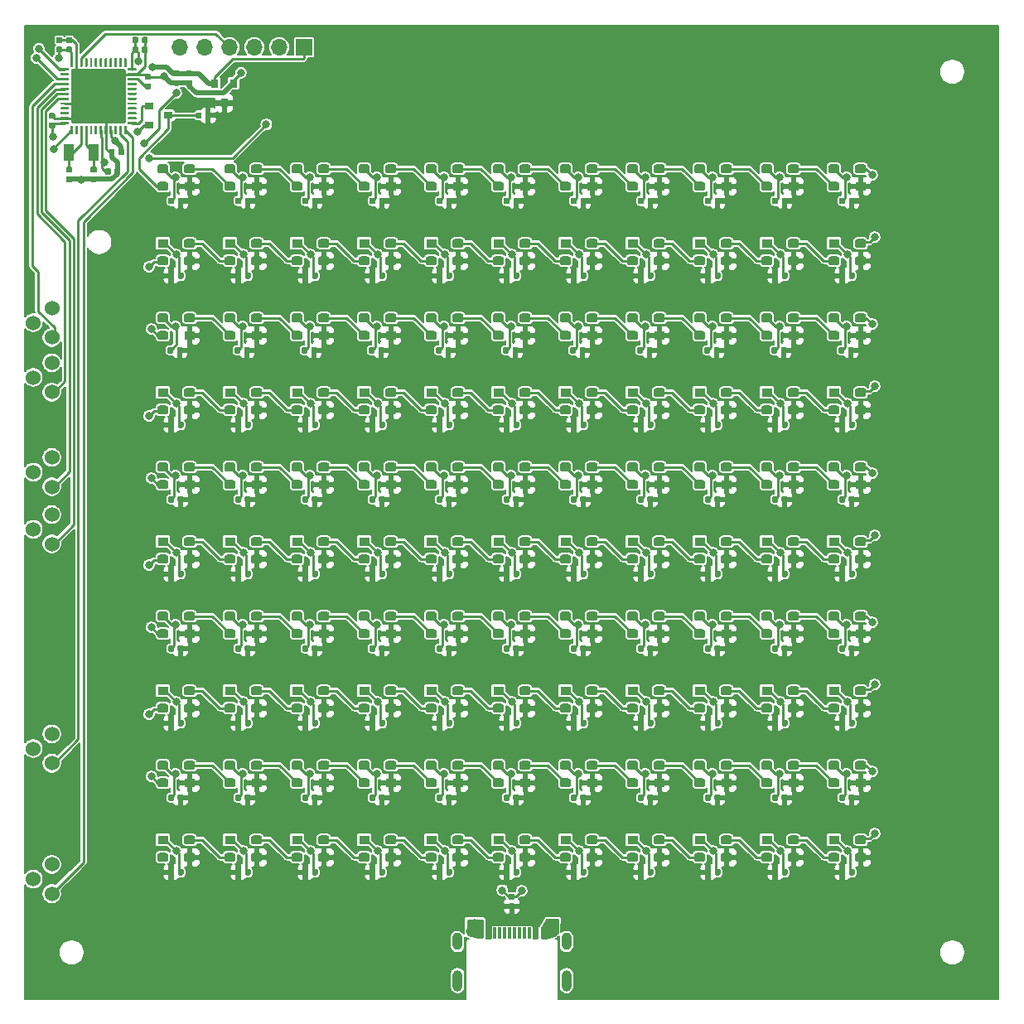
<source format=gbr>
G04 #@! TF.GenerationSoftware,KiCad,Pcbnew,(5.1.4)-1*
G04 #@! TF.CreationDate,2019-12-11T21:26:34-05:00*
G04 #@! TF.ProjectId,main,6d61696e-2e6b-4696-9361-645f70636258,rev?*
G04 #@! TF.SameCoordinates,Original*
G04 #@! TF.FileFunction,Copper,L1,Top*
G04 #@! TF.FilePolarity,Positive*
%FSLAX46Y46*%
G04 Gerber Fmt 4.6, Leading zero omitted, Abs format (unit mm)*
G04 Created by KiCad (PCBNEW (5.1.4)-1) date 2019-12-11 21:26:34*
%MOMM*%
%LPD*%
G04 APERTURE LIST*
%ADD10C,0.100000*%
%ADD11C,0.900000*%
%ADD12R,1.100000X0.900000*%
%ADD13O,1.000000X1.800000*%
%ADD14O,1.000000X2.200000*%
%ADD15R,0.600000X1.150000*%
%ADD16R,0.300000X1.150000*%
%ADD17C,0.590000*%
%ADD18R,0.900000X0.800000*%
%ADD19R,0.800000X0.900000*%
%ADD20O,1.700000X1.700000*%
%ADD21R,1.700000X1.700000*%
%ADD22R,1.000000X1.800000*%
%ADD23C,1.524000*%
%ADD24C,0.250000*%
%ADD25C,5.600000*%
%ADD26C,0.800000*%
%ADD27C,0.250000*%
%ADD28C,0.500000*%
%ADD29C,0.152400*%
%ADD30C,0.254000*%
G04 APERTURE END LIST*
D10*
G36*
X85980054Y-83051083D02*
G01*
X86001895Y-83054323D01*
X86023314Y-83059688D01*
X86044104Y-83067127D01*
X86064064Y-83076568D01*
X86083003Y-83087919D01*
X86100738Y-83101073D01*
X86117099Y-83115901D01*
X86131927Y-83132262D01*
X86145081Y-83149997D01*
X86156432Y-83168936D01*
X86165873Y-83188896D01*
X86173312Y-83209686D01*
X86178677Y-83231105D01*
X86181917Y-83252946D01*
X86183000Y-83275000D01*
X86183000Y-83725000D01*
X86181917Y-83747054D01*
X86178677Y-83768895D01*
X86173312Y-83790314D01*
X86165873Y-83811104D01*
X86156432Y-83831064D01*
X86145081Y-83850003D01*
X86131927Y-83867738D01*
X86117099Y-83884099D01*
X86100738Y-83898927D01*
X86083003Y-83912081D01*
X86064064Y-83923432D01*
X86044104Y-83932873D01*
X86023314Y-83940312D01*
X86001895Y-83945677D01*
X85980054Y-83948917D01*
X85958000Y-83950000D01*
X85308000Y-83950000D01*
X85285946Y-83948917D01*
X85264105Y-83945677D01*
X85242686Y-83940312D01*
X85221896Y-83932873D01*
X85201936Y-83923432D01*
X85182997Y-83912081D01*
X85165262Y-83898927D01*
X85148901Y-83884099D01*
X85134073Y-83867738D01*
X85120919Y-83850003D01*
X85109568Y-83831064D01*
X85100127Y-83811104D01*
X85092688Y-83790314D01*
X85087323Y-83768895D01*
X85084083Y-83747054D01*
X85083000Y-83725000D01*
X85083000Y-83275000D01*
X85084083Y-83252946D01*
X85087323Y-83231105D01*
X85092688Y-83209686D01*
X85100127Y-83188896D01*
X85109568Y-83168936D01*
X85120919Y-83149997D01*
X85134073Y-83132262D01*
X85148901Y-83115901D01*
X85165262Y-83101073D01*
X85182997Y-83087919D01*
X85201936Y-83076568D01*
X85221896Y-83067127D01*
X85242686Y-83059688D01*
X85264105Y-83054323D01*
X85285946Y-83051083D01*
X85308000Y-83050000D01*
X85958000Y-83050000D01*
X85980054Y-83051083D01*
X85980054Y-83051083D01*
G37*
D11*
X85633000Y-83500000D03*
D10*
G36*
X85980054Y-84831083D02*
G01*
X86001895Y-84834323D01*
X86023314Y-84839688D01*
X86044104Y-84847127D01*
X86064064Y-84856568D01*
X86083003Y-84867919D01*
X86100738Y-84881073D01*
X86117099Y-84895901D01*
X86131927Y-84912262D01*
X86145081Y-84929997D01*
X86156432Y-84948936D01*
X86165873Y-84968896D01*
X86173312Y-84989686D01*
X86178677Y-85011105D01*
X86181917Y-85032946D01*
X86183000Y-85055000D01*
X86183000Y-85505000D01*
X86181917Y-85527054D01*
X86178677Y-85548895D01*
X86173312Y-85570314D01*
X86165873Y-85591104D01*
X86156432Y-85611064D01*
X86145081Y-85630003D01*
X86131927Y-85647738D01*
X86117099Y-85664099D01*
X86100738Y-85678927D01*
X86083003Y-85692081D01*
X86064064Y-85703432D01*
X86044104Y-85712873D01*
X86023314Y-85720312D01*
X86001895Y-85725677D01*
X85980054Y-85728917D01*
X85958000Y-85730000D01*
X85308000Y-85730000D01*
X85285946Y-85728917D01*
X85264105Y-85725677D01*
X85242686Y-85720312D01*
X85221896Y-85712873D01*
X85201936Y-85703432D01*
X85182997Y-85692081D01*
X85165262Y-85678927D01*
X85148901Y-85664099D01*
X85134073Y-85647738D01*
X85120919Y-85630003D01*
X85109568Y-85611064D01*
X85100127Y-85591104D01*
X85092688Y-85570314D01*
X85087323Y-85548895D01*
X85084083Y-85527054D01*
X85083000Y-85505000D01*
X85083000Y-85055000D01*
X85084083Y-85032946D01*
X85087323Y-85011105D01*
X85092688Y-84989686D01*
X85100127Y-84968896D01*
X85109568Y-84948936D01*
X85120919Y-84929997D01*
X85134073Y-84912262D01*
X85148901Y-84895901D01*
X85165262Y-84881073D01*
X85182997Y-84867919D01*
X85201936Y-84856568D01*
X85221896Y-84847127D01*
X85242686Y-84839688D01*
X85264105Y-84834323D01*
X85285946Y-84831083D01*
X85308000Y-84830000D01*
X85958000Y-84830000D01*
X85980054Y-84831083D01*
X85980054Y-84831083D01*
G37*
D11*
X85633000Y-85280000D03*
D10*
G36*
X83250054Y-84831083D02*
G01*
X83271895Y-84834323D01*
X83293314Y-84839688D01*
X83314104Y-84847127D01*
X83334064Y-84856568D01*
X83353003Y-84867919D01*
X83370738Y-84881073D01*
X83387099Y-84895901D01*
X83401927Y-84912262D01*
X83415081Y-84929997D01*
X83426432Y-84948936D01*
X83435873Y-84968896D01*
X83443312Y-84989686D01*
X83448677Y-85011105D01*
X83451917Y-85032946D01*
X83453000Y-85055000D01*
X83453000Y-85505000D01*
X83451917Y-85527054D01*
X83448677Y-85548895D01*
X83443312Y-85570314D01*
X83435873Y-85591104D01*
X83426432Y-85611064D01*
X83415081Y-85630003D01*
X83401927Y-85647738D01*
X83387099Y-85664099D01*
X83370738Y-85678927D01*
X83353003Y-85692081D01*
X83334064Y-85703432D01*
X83314104Y-85712873D01*
X83293314Y-85720312D01*
X83271895Y-85725677D01*
X83250054Y-85728917D01*
X83228000Y-85730000D01*
X82578000Y-85730000D01*
X82555946Y-85728917D01*
X82534105Y-85725677D01*
X82512686Y-85720312D01*
X82491896Y-85712873D01*
X82471936Y-85703432D01*
X82452997Y-85692081D01*
X82435262Y-85678927D01*
X82418901Y-85664099D01*
X82404073Y-85647738D01*
X82390919Y-85630003D01*
X82379568Y-85611064D01*
X82370127Y-85591104D01*
X82362688Y-85570314D01*
X82357323Y-85548895D01*
X82354083Y-85527054D01*
X82353000Y-85505000D01*
X82353000Y-85055000D01*
X82354083Y-85032946D01*
X82357323Y-85011105D01*
X82362688Y-84989686D01*
X82370127Y-84968896D01*
X82379568Y-84948936D01*
X82390919Y-84929997D01*
X82404073Y-84912262D01*
X82418901Y-84895901D01*
X82435262Y-84881073D01*
X82452997Y-84867919D01*
X82471936Y-84856568D01*
X82491896Y-84847127D01*
X82512686Y-84839688D01*
X82534105Y-84834323D01*
X82555946Y-84831083D01*
X82578000Y-84830000D01*
X83228000Y-84830000D01*
X83250054Y-84831083D01*
X83250054Y-84831083D01*
G37*
D11*
X82903000Y-85280000D03*
D12*
X82903000Y-83500000D03*
D10*
G36*
X83250054Y-77211083D02*
G01*
X83271895Y-77214323D01*
X83293314Y-77219688D01*
X83314104Y-77227127D01*
X83334064Y-77236568D01*
X83353003Y-77247919D01*
X83370738Y-77261073D01*
X83387099Y-77275901D01*
X83401927Y-77292262D01*
X83415081Y-77309997D01*
X83426432Y-77328936D01*
X83435873Y-77348896D01*
X83443312Y-77369686D01*
X83448677Y-77391105D01*
X83451917Y-77412946D01*
X83453000Y-77435000D01*
X83453000Y-77885000D01*
X83451917Y-77907054D01*
X83448677Y-77928895D01*
X83443312Y-77950314D01*
X83435873Y-77971104D01*
X83426432Y-77991064D01*
X83415081Y-78010003D01*
X83401927Y-78027738D01*
X83387099Y-78044099D01*
X83370738Y-78058927D01*
X83353003Y-78072081D01*
X83334064Y-78083432D01*
X83314104Y-78092873D01*
X83293314Y-78100312D01*
X83271895Y-78105677D01*
X83250054Y-78108917D01*
X83228000Y-78110000D01*
X82578000Y-78110000D01*
X82555946Y-78108917D01*
X82534105Y-78105677D01*
X82512686Y-78100312D01*
X82491896Y-78092873D01*
X82471936Y-78083432D01*
X82452997Y-78072081D01*
X82435262Y-78058927D01*
X82418901Y-78044099D01*
X82404073Y-78027738D01*
X82390919Y-78010003D01*
X82379568Y-77991064D01*
X82370127Y-77971104D01*
X82362688Y-77950314D01*
X82357323Y-77928895D01*
X82354083Y-77907054D01*
X82353000Y-77885000D01*
X82353000Y-77435000D01*
X82354083Y-77412946D01*
X82357323Y-77391105D01*
X82362688Y-77369686D01*
X82370127Y-77348896D01*
X82379568Y-77328936D01*
X82390919Y-77309997D01*
X82404073Y-77292262D01*
X82418901Y-77275901D01*
X82435262Y-77261073D01*
X82452997Y-77247919D01*
X82471936Y-77236568D01*
X82491896Y-77227127D01*
X82512686Y-77219688D01*
X82534105Y-77214323D01*
X82555946Y-77211083D01*
X82578000Y-77210000D01*
X83228000Y-77210000D01*
X83250054Y-77211083D01*
X83250054Y-77211083D01*
G37*
D11*
X82903000Y-77660000D03*
D10*
G36*
X83250054Y-75431083D02*
G01*
X83271895Y-75434323D01*
X83293314Y-75439688D01*
X83314104Y-75447127D01*
X83334064Y-75456568D01*
X83353003Y-75467919D01*
X83370738Y-75481073D01*
X83387099Y-75495901D01*
X83401927Y-75512262D01*
X83415081Y-75529997D01*
X83426432Y-75548936D01*
X83435873Y-75568896D01*
X83443312Y-75589686D01*
X83448677Y-75611105D01*
X83451917Y-75632946D01*
X83453000Y-75655000D01*
X83453000Y-76105000D01*
X83451917Y-76127054D01*
X83448677Y-76148895D01*
X83443312Y-76170314D01*
X83435873Y-76191104D01*
X83426432Y-76211064D01*
X83415081Y-76230003D01*
X83401927Y-76247738D01*
X83387099Y-76264099D01*
X83370738Y-76278927D01*
X83353003Y-76292081D01*
X83334064Y-76303432D01*
X83314104Y-76312873D01*
X83293314Y-76320312D01*
X83271895Y-76325677D01*
X83250054Y-76328917D01*
X83228000Y-76330000D01*
X82578000Y-76330000D01*
X82555946Y-76328917D01*
X82534105Y-76325677D01*
X82512686Y-76320312D01*
X82491896Y-76312873D01*
X82471936Y-76303432D01*
X82452997Y-76292081D01*
X82435262Y-76278927D01*
X82418901Y-76264099D01*
X82404073Y-76247738D01*
X82390919Y-76230003D01*
X82379568Y-76211064D01*
X82370127Y-76191104D01*
X82362688Y-76170314D01*
X82357323Y-76148895D01*
X82354083Y-76127054D01*
X82353000Y-76105000D01*
X82353000Y-75655000D01*
X82354083Y-75632946D01*
X82357323Y-75611105D01*
X82362688Y-75589686D01*
X82370127Y-75568896D01*
X82379568Y-75548936D01*
X82390919Y-75529997D01*
X82404073Y-75512262D01*
X82418901Y-75495901D01*
X82435262Y-75481073D01*
X82452997Y-75467919D01*
X82471936Y-75456568D01*
X82491896Y-75447127D01*
X82512686Y-75439688D01*
X82534105Y-75434323D01*
X82555946Y-75431083D01*
X82578000Y-75430000D01*
X83228000Y-75430000D01*
X83250054Y-75431083D01*
X83250054Y-75431083D01*
G37*
D11*
X82903000Y-75880000D03*
D10*
G36*
X85980054Y-75431083D02*
G01*
X86001895Y-75434323D01*
X86023314Y-75439688D01*
X86044104Y-75447127D01*
X86064064Y-75456568D01*
X86083003Y-75467919D01*
X86100738Y-75481073D01*
X86117099Y-75495901D01*
X86131927Y-75512262D01*
X86145081Y-75529997D01*
X86156432Y-75548936D01*
X86165873Y-75568896D01*
X86173312Y-75589686D01*
X86178677Y-75611105D01*
X86181917Y-75632946D01*
X86183000Y-75655000D01*
X86183000Y-76105000D01*
X86181917Y-76127054D01*
X86178677Y-76148895D01*
X86173312Y-76170314D01*
X86165873Y-76191104D01*
X86156432Y-76211064D01*
X86145081Y-76230003D01*
X86131927Y-76247738D01*
X86117099Y-76264099D01*
X86100738Y-76278927D01*
X86083003Y-76292081D01*
X86064064Y-76303432D01*
X86044104Y-76312873D01*
X86023314Y-76320312D01*
X86001895Y-76325677D01*
X85980054Y-76328917D01*
X85958000Y-76330000D01*
X85308000Y-76330000D01*
X85285946Y-76328917D01*
X85264105Y-76325677D01*
X85242686Y-76320312D01*
X85221896Y-76312873D01*
X85201936Y-76303432D01*
X85182997Y-76292081D01*
X85165262Y-76278927D01*
X85148901Y-76264099D01*
X85134073Y-76247738D01*
X85120919Y-76230003D01*
X85109568Y-76211064D01*
X85100127Y-76191104D01*
X85092688Y-76170314D01*
X85087323Y-76148895D01*
X85084083Y-76127054D01*
X85083000Y-76105000D01*
X85083000Y-75655000D01*
X85084083Y-75632946D01*
X85087323Y-75611105D01*
X85092688Y-75589686D01*
X85100127Y-75568896D01*
X85109568Y-75548936D01*
X85120919Y-75529997D01*
X85134073Y-75512262D01*
X85148901Y-75495901D01*
X85165262Y-75481073D01*
X85182997Y-75467919D01*
X85201936Y-75456568D01*
X85221896Y-75447127D01*
X85242686Y-75439688D01*
X85264105Y-75434323D01*
X85285946Y-75431083D01*
X85308000Y-75430000D01*
X85958000Y-75430000D01*
X85980054Y-75431083D01*
X85980054Y-75431083D01*
G37*
D11*
X85633000Y-75880000D03*
D12*
X85633000Y-77660000D03*
D10*
G36*
X85980054Y-67811083D02*
G01*
X86001895Y-67814323D01*
X86023314Y-67819688D01*
X86044104Y-67827127D01*
X86064064Y-67836568D01*
X86083003Y-67847919D01*
X86100738Y-67861073D01*
X86117099Y-67875901D01*
X86131927Y-67892262D01*
X86145081Y-67909997D01*
X86156432Y-67928936D01*
X86165873Y-67948896D01*
X86173312Y-67969686D01*
X86178677Y-67991105D01*
X86181917Y-68012946D01*
X86183000Y-68035000D01*
X86183000Y-68485000D01*
X86181917Y-68507054D01*
X86178677Y-68528895D01*
X86173312Y-68550314D01*
X86165873Y-68571104D01*
X86156432Y-68591064D01*
X86145081Y-68610003D01*
X86131927Y-68627738D01*
X86117099Y-68644099D01*
X86100738Y-68658927D01*
X86083003Y-68672081D01*
X86064064Y-68683432D01*
X86044104Y-68692873D01*
X86023314Y-68700312D01*
X86001895Y-68705677D01*
X85980054Y-68708917D01*
X85958000Y-68710000D01*
X85308000Y-68710000D01*
X85285946Y-68708917D01*
X85264105Y-68705677D01*
X85242686Y-68700312D01*
X85221896Y-68692873D01*
X85201936Y-68683432D01*
X85182997Y-68672081D01*
X85165262Y-68658927D01*
X85148901Y-68644099D01*
X85134073Y-68627738D01*
X85120919Y-68610003D01*
X85109568Y-68591064D01*
X85100127Y-68571104D01*
X85092688Y-68550314D01*
X85087323Y-68528895D01*
X85084083Y-68507054D01*
X85083000Y-68485000D01*
X85083000Y-68035000D01*
X85084083Y-68012946D01*
X85087323Y-67991105D01*
X85092688Y-67969686D01*
X85100127Y-67948896D01*
X85109568Y-67928936D01*
X85120919Y-67909997D01*
X85134073Y-67892262D01*
X85148901Y-67875901D01*
X85165262Y-67861073D01*
X85182997Y-67847919D01*
X85201936Y-67836568D01*
X85221896Y-67827127D01*
X85242686Y-67819688D01*
X85264105Y-67814323D01*
X85285946Y-67811083D01*
X85308000Y-67810000D01*
X85958000Y-67810000D01*
X85980054Y-67811083D01*
X85980054Y-67811083D01*
G37*
D11*
X85633000Y-68260000D03*
D10*
G36*
X85980054Y-69591083D02*
G01*
X86001895Y-69594323D01*
X86023314Y-69599688D01*
X86044104Y-69607127D01*
X86064064Y-69616568D01*
X86083003Y-69627919D01*
X86100738Y-69641073D01*
X86117099Y-69655901D01*
X86131927Y-69672262D01*
X86145081Y-69689997D01*
X86156432Y-69708936D01*
X86165873Y-69728896D01*
X86173312Y-69749686D01*
X86178677Y-69771105D01*
X86181917Y-69792946D01*
X86183000Y-69815000D01*
X86183000Y-70265000D01*
X86181917Y-70287054D01*
X86178677Y-70308895D01*
X86173312Y-70330314D01*
X86165873Y-70351104D01*
X86156432Y-70371064D01*
X86145081Y-70390003D01*
X86131927Y-70407738D01*
X86117099Y-70424099D01*
X86100738Y-70438927D01*
X86083003Y-70452081D01*
X86064064Y-70463432D01*
X86044104Y-70472873D01*
X86023314Y-70480312D01*
X86001895Y-70485677D01*
X85980054Y-70488917D01*
X85958000Y-70490000D01*
X85308000Y-70490000D01*
X85285946Y-70488917D01*
X85264105Y-70485677D01*
X85242686Y-70480312D01*
X85221896Y-70472873D01*
X85201936Y-70463432D01*
X85182997Y-70452081D01*
X85165262Y-70438927D01*
X85148901Y-70424099D01*
X85134073Y-70407738D01*
X85120919Y-70390003D01*
X85109568Y-70371064D01*
X85100127Y-70351104D01*
X85092688Y-70330314D01*
X85087323Y-70308895D01*
X85084083Y-70287054D01*
X85083000Y-70265000D01*
X85083000Y-69815000D01*
X85084083Y-69792946D01*
X85087323Y-69771105D01*
X85092688Y-69749686D01*
X85100127Y-69728896D01*
X85109568Y-69708936D01*
X85120919Y-69689997D01*
X85134073Y-69672262D01*
X85148901Y-69655901D01*
X85165262Y-69641073D01*
X85182997Y-69627919D01*
X85201936Y-69616568D01*
X85221896Y-69607127D01*
X85242686Y-69599688D01*
X85264105Y-69594323D01*
X85285946Y-69591083D01*
X85308000Y-69590000D01*
X85958000Y-69590000D01*
X85980054Y-69591083D01*
X85980054Y-69591083D01*
G37*
D11*
X85633000Y-70040000D03*
D10*
G36*
X83250054Y-69591083D02*
G01*
X83271895Y-69594323D01*
X83293314Y-69599688D01*
X83314104Y-69607127D01*
X83334064Y-69616568D01*
X83353003Y-69627919D01*
X83370738Y-69641073D01*
X83387099Y-69655901D01*
X83401927Y-69672262D01*
X83415081Y-69689997D01*
X83426432Y-69708936D01*
X83435873Y-69728896D01*
X83443312Y-69749686D01*
X83448677Y-69771105D01*
X83451917Y-69792946D01*
X83453000Y-69815000D01*
X83453000Y-70265000D01*
X83451917Y-70287054D01*
X83448677Y-70308895D01*
X83443312Y-70330314D01*
X83435873Y-70351104D01*
X83426432Y-70371064D01*
X83415081Y-70390003D01*
X83401927Y-70407738D01*
X83387099Y-70424099D01*
X83370738Y-70438927D01*
X83353003Y-70452081D01*
X83334064Y-70463432D01*
X83314104Y-70472873D01*
X83293314Y-70480312D01*
X83271895Y-70485677D01*
X83250054Y-70488917D01*
X83228000Y-70490000D01*
X82578000Y-70490000D01*
X82555946Y-70488917D01*
X82534105Y-70485677D01*
X82512686Y-70480312D01*
X82491896Y-70472873D01*
X82471936Y-70463432D01*
X82452997Y-70452081D01*
X82435262Y-70438927D01*
X82418901Y-70424099D01*
X82404073Y-70407738D01*
X82390919Y-70390003D01*
X82379568Y-70371064D01*
X82370127Y-70351104D01*
X82362688Y-70330314D01*
X82357323Y-70308895D01*
X82354083Y-70287054D01*
X82353000Y-70265000D01*
X82353000Y-69815000D01*
X82354083Y-69792946D01*
X82357323Y-69771105D01*
X82362688Y-69749686D01*
X82370127Y-69728896D01*
X82379568Y-69708936D01*
X82390919Y-69689997D01*
X82404073Y-69672262D01*
X82418901Y-69655901D01*
X82435262Y-69641073D01*
X82452997Y-69627919D01*
X82471936Y-69616568D01*
X82491896Y-69607127D01*
X82512686Y-69599688D01*
X82534105Y-69594323D01*
X82555946Y-69591083D01*
X82578000Y-69590000D01*
X83228000Y-69590000D01*
X83250054Y-69591083D01*
X83250054Y-69591083D01*
G37*
D11*
X82903000Y-70040000D03*
D12*
X82903000Y-68260000D03*
D10*
G36*
X83250054Y-61971083D02*
G01*
X83271895Y-61974323D01*
X83293314Y-61979688D01*
X83314104Y-61987127D01*
X83334064Y-61996568D01*
X83353003Y-62007919D01*
X83370738Y-62021073D01*
X83387099Y-62035901D01*
X83401927Y-62052262D01*
X83415081Y-62069997D01*
X83426432Y-62088936D01*
X83435873Y-62108896D01*
X83443312Y-62129686D01*
X83448677Y-62151105D01*
X83451917Y-62172946D01*
X83453000Y-62195000D01*
X83453000Y-62645000D01*
X83451917Y-62667054D01*
X83448677Y-62688895D01*
X83443312Y-62710314D01*
X83435873Y-62731104D01*
X83426432Y-62751064D01*
X83415081Y-62770003D01*
X83401927Y-62787738D01*
X83387099Y-62804099D01*
X83370738Y-62818927D01*
X83353003Y-62832081D01*
X83334064Y-62843432D01*
X83314104Y-62852873D01*
X83293314Y-62860312D01*
X83271895Y-62865677D01*
X83250054Y-62868917D01*
X83228000Y-62870000D01*
X82578000Y-62870000D01*
X82555946Y-62868917D01*
X82534105Y-62865677D01*
X82512686Y-62860312D01*
X82491896Y-62852873D01*
X82471936Y-62843432D01*
X82452997Y-62832081D01*
X82435262Y-62818927D01*
X82418901Y-62804099D01*
X82404073Y-62787738D01*
X82390919Y-62770003D01*
X82379568Y-62751064D01*
X82370127Y-62731104D01*
X82362688Y-62710314D01*
X82357323Y-62688895D01*
X82354083Y-62667054D01*
X82353000Y-62645000D01*
X82353000Y-62195000D01*
X82354083Y-62172946D01*
X82357323Y-62151105D01*
X82362688Y-62129686D01*
X82370127Y-62108896D01*
X82379568Y-62088936D01*
X82390919Y-62069997D01*
X82404073Y-62052262D01*
X82418901Y-62035901D01*
X82435262Y-62021073D01*
X82452997Y-62007919D01*
X82471936Y-61996568D01*
X82491896Y-61987127D01*
X82512686Y-61979688D01*
X82534105Y-61974323D01*
X82555946Y-61971083D01*
X82578000Y-61970000D01*
X83228000Y-61970000D01*
X83250054Y-61971083D01*
X83250054Y-61971083D01*
G37*
D11*
X82903000Y-62420000D03*
D10*
G36*
X83250054Y-60191083D02*
G01*
X83271895Y-60194323D01*
X83293314Y-60199688D01*
X83314104Y-60207127D01*
X83334064Y-60216568D01*
X83353003Y-60227919D01*
X83370738Y-60241073D01*
X83387099Y-60255901D01*
X83401927Y-60272262D01*
X83415081Y-60289997D01*
X83426432Y-60308936D01*
X83435873Y-60328896D01*
X83443312Y-60349686D01*
X83448677Y-60371105D01*
X83451917Y-60392946D01*
X83453000Y-60415000D01*
X83453000Y-60865000D01*
X83451917Y-60887054D01*
X83448677Y-60908895D01*
X83443312Y-60930314D01*
X83435873Y-60951104D01*
X83426432Y-60971064D01*
X83415081Y-60990003D01*
X83401927Y-61007738D01*
X83387099Y-61024099D01*
X83370738Y-61038927D01*
X83353003Y-61052081D01*
X83334064Y-61063432D01*
X83314104Y-61072873D01*
X83293314Y-61080312D01*
X83271895Y-61085677D01*
X83250054Y-61088917D01*
X83228000Y-61090000D01*
X82578000Y-61090000D01*
X82555946Y-61088917D01*
X82534105Y-61085677D01*
X82512686Y-61080312D01*
X82491896Y-61072873D01*
X82471936Y-61063432D01*
X82452997Y-61052081D01*
X82435262Y-61038927D01*
X82418901Y-61024099D01*
X82404073Y-61007738D01*
X82390919Y-60990003D01*
X82379568Y-60971064D01*
X82370127Y-60951104D01*
X82362688Y-60930314D01*
X82357323Y-60908895D01*
X82354083Y-60887054D01*
X82353000Y-60865000D01*
X82353000Y-60415000D01*
X82354083Y-60392946D01*
X82357323Y-60371105D01*
X82362688Y-60349686D01*
X82370127Y-60328896D01*
X82379568Y-60308936D01*
X82390919Y-60289997D01*
X82404073Y-60272262D01*
X82418901Y-60255901D01*
X82435262Y-60241073D01*
X82452997Y-60227919D01*
X82471936Y-60216568D01*
X82491896Y-60207127D01*
X82512686Y-60199688D01*
X82534105Y-60194323D01*
X82555946Y-60191083D01*
X82578000Y-60190000D01*
X83228000Y-60190000D01*
X83250054Y-60191083D01*
X83250054Y-60191083D01*
G37*
D11*
X82903000Y-60640000D03*
D10*
G36*
X85980054Y-60191083D02*
G01*
X86001895Y-60194323D01*
X86023314Y-60199688D01*
X86044104Y-60207127D01*
X86064064Y-60216568D01*
X86083003Y-60227919D01*
X86100738Y-60241073D01*
X86117099Y-60255901D01*
X86131927Y-60272262D01*
X86145081Y-60289997D01*
X86156432Y-60308936D01*
X86165873Y-60328896D01*
X86173312Y-60349686D01*
X86178677Y-60371105D01*
X86181917Y-60392946D01*
X86183000Y-60415000D01*
X86183000Y-60865000D01*
X86181917Y-60887054D01*
X86178677Y-60908895D01*
X86173312Y-60930314D01*
X86165873Y-60951104D01*
X86156432Y-60971064D01*
X86145081Y-60990003D01*
X86131927Y-61007738D01*
X86117099Y-61024099D01*
X86100738Y-61038927D01*
X86083003Y-61052081D01*
X86064064Y-61063432D01*
X86044104Y-61072873D01*
X86023314Y-61080312D01*
X86001895Y-61085677D01*
X85980054Y-61088917D01*
X85958000Y-61090000D01*
X85308000Y-61090000D01*
X85285946Y-61088917D01*
X85264105Y-61085677D01*
X85242686Y-61080312D01*
X85221896Y-61072873D01*
X85201936Y-61063432D01*
X85182997Y-61052081D01*
X85165262Y-61038927D01*
X85148901Y-61024099D01*
X85134073Y-61007738D01*
X85120919Y-60990003D01*
X85109568Y-60971064D01*
X85100127Y-60951104D01*
X85092688Y-60930314D01*
X85087323Y-60908895D01*
X85084083Y-60887054D01*
X85083000Y-60865000D01*
X85083000Y-60415000D01*
X85084083Y-60392946D01*
X85087323Y-60371105D01*
X85092688Y-60349686D01*
X85100127Y-60328896D01*
X85109568Y-60308936D01*
X85120919Y-60289997D01*
X85134073Y-60272262D01*
X85148901Y-60255901D01*
X85165262Y-60241073D01*
X85182997Y-60227919D01*
X85201936Y-60216568D01*
X85221896Y-60207127D01*
X85242686Y-60199688D01*
X85264105Y-60194323D01*
X85285946Y-60191083D01*
X85308000Y-60190000D01*
X85958000Y-60190000D01*
X85980054Y-60191083D01*
X85980054Y-60191083D01*
G37*
D11*
X85633000Y-60640000D03*
D12*
X85633000Y-62420000D03*
D10*
G36*
X85980054Y-52571083D02*
G01*
X86001895Y-52574323D01*
X86023314Y-52579688D01*
X86044104Y-52587127D01*
X86064064Y-52596568D01*
X86083003Y-52607919D01*
X86100738Y-52621073D01*
X86117099Y-52635901D01*
X86131927Y-52652262D01*
X86145081Y-52669997D01*
X86156432Y-52688936D01*
X86165873Y-52708896D01*
X86173312Y-52729686D01*
X86178677Y-52751105D01*
X86181917Y-52772946D01*
X86183000Y-52795000D01*
X86183000Y-53245000D01*
X86181917Y-53267054D01*
X86178677Y-53288895D01*
X86173312Y-53310314D01*
X86165873Y-53331104D01*
X86156432Y-53351064D01*
X86145081Y-53370003D01*
X86131927Y-53387738D01*
X86117099Y-53404099D01*
X86100738Y-53418927D01*
X86083003Y-53432081D01*
X86064064Y-53443432D01*
X86044104Y-53452873D01*
X86023314Y-53460312D01*
X86001895Y-53465677D01*
X85980054Y-53468917D01*
X85958000Y-53470000D01*
X85308000Y-53470000D01*
X85285946Y-53468917D01*
X85264105Y-53465677D01*
X85242686Y-53460312D01*
X85221896Y-53452873D01*
X85201936Y-53443432D01*
X85182997Y-53432081D01*
X85165262Y-53418927D01*
X85148901Y-53404099D01*
X85134073Y-53387738D01*
X85120919Y-53370003D01*
X85109568Y-53351064D01*
X85100127Y-53331104D01*
X85092688Y-53310314D01*
X85087323Y-53288895D01*
X85084083Y-53267054D01*
X85083000Y-53245000D01*
X85083000Y-52795000D01*
X85084083Y-52772946D01*
X85087323Y-52751105D01*
X85092688Y-52729686D01*
X85100127Y-52708896D01*
X85109568Y-52688936D01*
X85120919Y-52669997D01*
X85134073Y-52652262D01*
X85148901Y-52635901D01*
X85165262Y-52621073D01*
X85182997Y-52607919D01*
X85201936Y-52596568D01*
X85221896Y-52587127D01*
X85242686Y-52579688D01*
X85264105Y-52574323D01*
X85285946Y-52571083D01*
X85308000Y-52570000D01*
X85958000Y-52570000D01*
X85980054Y-52571083D01*
X85980054Y-52571083D01*
G37*
D11*
X85633000Y-53020000D03*
D10*
G36*
X85980054Y-54351083D02*
G01*
X86001895Y-54354323D01*
X86023314Y-54359688D01*
X86044104Y-54367127D01*
X86064064Y-54376568D01*
X86083003Y-54387919D01*
X86100738Y-54401073D01*
X86117099Y-54415901D01*
X86131927Y-54432262D01*
X86145081Y-54449997D01*
X86156432Y-54468936D01*
X86165873Y-54488896D01*
X86173312Y-54509686D01*
X86178677Y-54531105D01*
X86181917Y-54552946D01*
X86183000Y-54575000D01*
X86183000Y-55025000D01*
X86181917Y-55047054D01*
X86178677Y-55068895D01*
X86173312Y-55090314D01*
X86165873Y-55111104D01*
X86156432Y-55131064D01*
X86145081Y-55150003D01*
X86131927Y-55167738D01*
X86117099Y-55184099D01*
X86100738Y-55198927D01*
X86083003Y-55212081D01*
X86064064Y-55223432D01*
X86044104Y-55232873D01*
X86023314Y-55240312D01*
X86001895Y-55245677D01*
X85980054Y-55248917D01*
X85958000Y-55250000D01*
X85308000Y-55250000D01*
X85285946Y-55248917D01*
X85264105Y-55245677D01*
X85242686Y-55240312D01*
X85221896Y-55232873D01*
X85201936Y-55223432D01*
X85182997Y-55212081D01*
X85165262Y-55198927D01*
X85148901Y-55184099D01*
X85134073Y-55167738D01*
X85120919Y-55150003D01*
X85109568Y-55131064D01*
X85100127Y-55111104D01*
X85092688Y-55090314D01*
X85087323Y-55068895D01*
X85084083Y-55047054D01*
X85083000Y-55025000D01*
X85083000Y-54575000D01*
X85084083Y-54552946D01*
X85087323Y-54531105D01*
X85092688Y-54509686D01*
X85100127Y-54488896D01*
X85109568Y-54468936D01*
X85120919Y-54449997D01*
X85134073Y-54432262D01*
X85148901Y-54415901D01*
X85165262Y-54401073D01*
X85182997Y-54387919D01*
X85201936Y-54376568D01*
X85221896Y-54367127D01*
X85242686Y-54359688D01*
X85264105Y-54354323D01*
X85285946Y-54351083D01*
X85308000Y-54350000D01*
X85958000Y-54350000D01*
X85980054Y-54351083D01*
X85980054Y-54351083D01*
G37*
D11*
X85633000Y-54800000D03*
D10*
G36*
X83250054Y-54351083D02*
G01*
X83271895Y-54354323D01*
X83293314Y-54359688D01*
X83314104Y-54367127D01*
X83334064Y-54376568D01*
X83353003Y-54387919D01*
X83370738Y-54401073D01*
X83387099Y-54415901D01*
X83401927Y-54432262D01*
X83415081Y-54449997D01*
X83426432Y-54468936D01*
X83435873Y-54488896D01*
X83443312Y-54509686D01*
X83448677Y-54531105D01*
X83451917Y-54552946D01*
X83453000Y-54575000D01*
X83453000Y-55025000D01*
X83451917Y-55047054D01*
X83448677Y-55068895D01*
X83443312Y-55090314D01*
X83435873Y-55111104D01*
X83426432Y-55131064D01*
X83415081Y-55150003D01*
X83401927Y-55167738D01*
X83387099Y-55184099D01*
X83370738Y-55198927D01*
X83353003Y-55212081D01*
X83334064Y-55223432D01*
X83314104Y-55232873D01*
X83293314Y-55240312D01*
X83271895Y-55245677D01*
X83250054Y-55248917D01*
X83228000Y-55250000D01*
X82578000Y-55250000D01*
X82555946Y-55248917D01*
X82534105Y-55245677D01*
X82512686Y-55240312D01*
X82491896Y-55232873D01*
X82471936Y-55223432D01*
X82452997Y-55212081D01*
X82435262Y-55198927D01*
X82418901Y-55184099D01*
X82404073Y-55167738D01*
X82390919Y-55150003D01*
X82379568Y-55131064D01*
X82370127Y-55111104D01*
X82362688Y-55090314D01*
X82357323Y-55068895D01*
X82354083Y-55047054D01*
X82353000Y-55025000D01*
X82353000Y-54575000D01*
X82354083Y-54552946D01*
X82357323Y-54531105D01*
X82362688Y-54509686D01*
X82370127Y-54488896D01*
X82379568Y-54468936D01*
X82390919Y-54449997D01*
X82404073Y-54432262D01*
X82418901Y-54415901D01*
X82435262Y-54401073D01*
X82452997Y-54387919D01*
X82471936Y-54376568D01*
X82491896Y-54367127D01*
X82512686Y-54359688D01*
X82534105Y-54354323D01*
X82555946Y-54351083D01*
X82578000Y-54350000D01*
X83228000Y-54350000D01*
X83250054Y-54351083D01*
X83250054Y-54351083D01*
G37*
D11*
X82903000Y-54800000D03*
D12*
X82903000Y-53020000D03*
D10*
G36*
X83250054Y-46731083D02*
G01*
X83271895Y-46734323D01*
X83293314Y-46739688D01*
X83314104Y-46747127D01*
X83334064Y-46756568D01*
X83353003Y-46767919D01*
X83370738Y-46781073D01*
X83387099Y-46795901D01*
X83401927Y-46812262D01*
X83415081Y-46829997D01*
X83426432Y-46848936D01*
X83435873Y-46868896D01*
X83443312Y-46889686D01*
X83448677Y-46911105D01*
X83451917Y-46932946D01*
X83453000Y-46955000D01*
X83453000Y-47405000D01*
X83451917Y-47427054D01*
X83448677Y-47448895D01*
X83443312Y-47470314D01*
X83435873Y-47491104D01*
X83426432Y-47511064D01*
X83415081Y-47530003D01*
X83401927Y-47547738D01*
X83387099Y-47564099D01*
X83370738Y-47578927D01*
X83353003Y-47592081D01*
X83334064Y-47603432D01*
X83314104Y-47612873D01*
X83293314Y-47620312D01*
X83271895Y-47625677D01*
X83250054Y-47628917D01*
X83228000Y-47630000D01*
X82578000Y-47630000D01*
X82555946Y-47628917D01*
X82534105Y-47625677D01*
X82512686Y-47620312D01*
X82491896Y-47612873D01*
X82471936Y-47603432D01*
X82452997Y-47592081D01*
X82435262Y-47578927D01*
X82418901Y-47564099D01*
X82404073Y-47547738D01*
X82390919Y-47530003D01*
X82379568Y-47511064D01*
X82370127Y-47491104D01*
X82362688Y-47470314D01*
X82357323Y-47448895D01*
X82354083Y-47427054D01*
X82353000Y-47405000D01*
X82353000Y-46955000D01*
X82354083Y-46932946D01*
X82357323Y-46911105D01*
X82362688Y-46889686D01*
X82370127Y-46868896D01*
X82379568Y-46848936D01*
X82390919Y-46829997D01*
X82404073Y-46812262D01*
X82418901Y-46795901D01*
X82435262Y-46781073D01*
X82452997Y-46767919D01*
X82471936Y-46756568D01*
X82491896Y-46747127D01*
X82512686Y-46739688D01*
X82534105Y-46734323D01*
X82555946Y-46731083D01*
X82578000Y-46730000D01*
X83228000Y-46730000D01*
X83250054Y-46731083D01*
X83250054Y-46731083D01*
G37*
D11*
X82903000Y-47180000D03*
D10*
G36*
X83250054Y-44951083D02*
G01*
X83271895Y-44954323D01*
X83293314Y-44959688D01*
X83314104Y-44967127D01*
X83334064Y-44976568D01*
X83353003Y-44987919D01*
X83370738Y-45001073D01*
X83387099Y-45015901D01*
X83401927Y-45032262D01*
X83415081Y-45049997D01*
X83426432Y-45068936D01*
X83435873Y-45088896D01*
X83443312Y-45109686D01*
X83448677Y-45131105D01*
X83451917Y-45152946D01*
X83453000Y-45175000D01*
X83453000Y-45625000D01*
X83451917Y-45647054D01*
X83448677Y-45668895D01*
X83443312Y-45690314D01*
X83435873Y-45711104D01*
X83426432Y-45731064D01*
X83415081Y-45750003D01*
X83401927Y-45767738D01*
X83387099Y-45784099D01*
X83370738Y-45798927D01*
X83353003Y-45812081D01*
X83334064Y-45823432D01*
X83314104Y-45832873D01*
X83293314Y-45840312D01*
X83271895Y-45845677D01*
X83250054Y-45848917D01*
X83228000Y-45850000D01*
X82578000Y-45850000D01*
X82555946Y-45848917D01*
X82534105Y-45845677D01*
X82512686Y-45840312D01*
X82491896Y-45832873D01*
X82471936Y-45823432D01*
X82452997Y-45812081D01*
X82435262Y-45798927D01*
X82418901Y-45784099D01*
X82404073Y-45767738D01*
X82390919Y-45750003D01*
X82379568Y-45731064D01*
X82370127Y-45711104D01*
X82362688Y-45690314D01*
X82357323Y-45668895D01*
X82354083Y-45647054D01*
X82353000Y-45625000D01*
X82353000Y-45175000D01*
X82354083Y-45152946D01*
X82357323Y-45131105D01*
X82362688Y-45109686D01*
X82370127Y-45088896D01*
X82379568Y-45068936D01*
X82390919Y-45049997D01*
X82404073Y-45032262D01*
X82418901Y-45015901D01*
X82435262Y-45001073D01*
X82452997Y-44987919D01*
X82471936Y-44976568D01*
X82491896Y-44967127D01*
X82512686Y-44959688D01*
X82534105Y-44954323D01*
X82555946Y-44951083D01*
X82578000Y-44950000D01*
X83228000Y-44950000D01*
X83250054Y-44951083D01*
X83250054Y-44951083D01*
G37*
D11*
X82903000Y-45400000D03*
D10*
G36*
X85980054Y-44951083D02*
G01*
X86001895Y-44954323D01*
X86023314Y-44959688D01*
X86044104Y-44967127D01*
X86064064Y-44976568D01*
X86083003Y-44987919D01*
X86100738Y-45001073D01*
X86117099Y-45015901D01*
X86131927Y-45032262D01*
X86145081Y-45049997D01*
X86156432Y-45068936D01*
X86165873Y-45088896D01*
X86173312Y-45109686D01*
X86178677Y-45131105D01*
X86181917Y-45152946D01*
X86183000Y-45175000D01*
X86183000Y-45625000D01*
X86181917Y-45647054D01*
X86178677Y-45668895D01*
X86173312Y-45690314D01*
X86165873Y-45711104D01*
X86156432Y-45731064D01*
X86145081Y-45750003D01*
X86131927Y-45767738D01*
X86117099Y-45784099D01*
X86100738Y-45798927D01*
X86083003Y-45812081D01*
X86064064Y-45823432D01*
X86044104Y-45832873D01*
X86023314Y-45840312D01*
X86001895Y-45845677D01*
X85980054Y-45848917D01*
X85958000Y-45850000D01*
X85308000Y-45850000D01*
X85285946Y-45848917D01*
X85264105Y-45845677D01*
X85242686Y-45840312D01*
X85221896Y-45832873D01*
X85201936Y-45823432D01*
X85182997Y-45812081D01*
X85165262Y-45798927D01*
X85148901Y-45784099D01*
X85134073Y-45767738D01*
X85120919Y-45750003D01*
X85109568Y-45731064D01*
X85100127Y-45711104D01*
X85092688Y-45690314D01*
X85087323Y-45668895D01*
X85084083Y-45647054D01*
X85083000Y-45625000D01*
X85083000Y-45175000D01*
X85084083Y-45152946D01*
X85087323Y-45131105D01*
X85092688Y-45109686D01*
X85100127Y-45088896D01*
X85109568Y-45068936D01*
X85120919Y-45049997D01*
X85134073Y-45032262D01*
X85148901Y-45015901D01*
X85165262Y-45001073D01*
X85182997Y-44987919D01*
X85201936Y-44976568D01*
X85221896Y-44967127D01*
X85242686Y-44959688D01*
X85264105Y-44954323D01*
X85285946Y-44951083D01*
X85308000Y-44950000D01*
X85958000Y-44950000D01*
X85980054Y-44951083D01*
X85980054Y-44951083D01*
G37*
D11*
X85633000Y-45400000D03*
D12*
X85633000Y-47180000D03*
D10*
G36*
X85980054Y-37331083D02*
G01*
X86001895Y-37334323D01*
X86023314Y-37339688D01*
X86044104Y-37347127D01*
X86064064Y-37356568D01*
X86083003Y-37367919D01*
X86100738Y-37381073D01*
X86117099Y-37395901D01*
X86131927Y-37412262D01*
X86145081Y-37429997D01*
X86156432Y-37448936D01*
X86165873Y-37468896D01*
X86173312Y-37489686D01*
X86178677Y-37511105D01*
X86181917Y-37532946D01*
X86183000Y-37555000D01*
X86183000Y-38005000D01*
X86181917Y-38027054D01*
X86178677Y-38048895D01*
X86173312Y-38070314D01*
X86165873Y-38091104D01*
X86156432Y-38111064D01*
X86145081Y-38130003D01*
X86131927Y-38147738D01*
X86117099Y-38164099D01*
X86100738Y-38178927D01*
X86083003Y-38192081D01*
X86064064Y-38203432D01*
X86044104Y-38212873D01*
X86023314Y-38220312D01*
X86001895Y-38225677D01*
X85980054Y-38228917D01*
X85958000Y-38230000D01*
X85308000Y-38230000D01*
X85285946Y-38228917D01*
X85264105Y-38225677D01*
X85242686Y-38220312D01*
X85221896Y-38212873D01*
X85201936Y-38203432D01*
X85182997Y-38192081D01*
X85165262Y-38178927D01*
X85148901Y-38164099D01*
X85134073Y-38147738D01*
X85120919Y-38130003D01*
X85109568Y-38111064D01*
X85100127Y-38091104D01*
X85092688Y-38070314D01*
X85087323Y-38048895D01*
X85084083Y-38027054D01*
X85083000Y-38005000D01*
X85083000Y-37555000D01*
X85084083Y-37532946D01*
X85087323Y-37511105D01*
X85092688Y-37489686D01*
X85100127Y-37468896D01*
X85109568Y-37448936D01*
X85120919Y-37429997D01*
X85134073Y-37412262D01*
X85148901Y-37395901D01*
X85165262Y-37381073D01*
X85182997Y-37367919D01*
X85201936Y-37356568D01*
X85221896Y-37347127D01*
X85242686Y-37339688D01*
X85264105Y-37334323D01*
X85285946Y-37331083D01*
X85308000Y-37330000D01*
X85958000Y-37330000D01*
X85980054Y-37331083D01*
X85980054Y-37331083D01*
G37*
D11*
X85633000Y-37780000D03*
D10*
G36*
X85980054Y-39111083D02*
G01*
X86001895Y-39114323D01*
X86023314Y-39119688D01*
X86044104Y-39127127D01*
X86064064Y-39136568D01*
X86083003Y-39147919D01*
X86100738Y-39161073D01*
X86117099Y-39175901D01*
X86131927Y-39192262D01*
X86145081Y-39209997D01*
X86156432Y-39228936D01*
X86165873Y-39248896D01*
X86173312Y-39269686D01*
X86178677Y-39291105D01*
X86181917Y-39312946D01*
X86183000Y-39335000D01*
X86183000Y-39785000D01*
X86181917Y-39807054D01*
X86178677Y-39828895D01*
X86173312Y-39850314D01*
X86165873Y-39871104D01*
X86156432Y-39891064D01*
X86145081Y-39910003D01*
X86131927Y-39927738D01*
X86117099Y-39944099D01*
X86100738Y-39958927D01*
X86083003Y-39972081D01*
X86064064Y-39983432D01*
X86044104Y-39992873D01*
X86023314Y-40000312D01*
X86001895Y-40005677D01*
X85980054Y-40008917D01*
X85958000Y-40010000D01*
X85308000Y-40010000D01*
X85285946Y-40008917D01*
X85264105Y-40005677D01*
X85242686Y-40000312D01*
X85221896Y-39992873D01*
X85201936Y-39983432D01*
X85182997Y-39972081D01*
X85165262Y-39958927D01*
X85148901Y-39944099D01*
X85134073Y-39927738D01*
X85120919Y-39910003D01*
X85109568Y-39891064D01*
X85100127Y-39871104D01*
X85092688Y-39850314D01*
X85087323Y-39828895D01*
X85084083Y-39807054D01*
X85083000Y-39785000D01*
X85083000Y-39335000D01*
X85084083Y-39312946D01*
X85087323Y-39291105D01*
X85092688Y-39269686D01*
X85100127Y-39248896D01*
X85109568Y-39228936D01*
X85120919Y-39209997D01*
X85134073Y-39192262D01*
X85148901Y-39175901D01*
X85165262Y-39161073D01*
X85182997Y-39147919D01*
X85201936Y-39136568D01*
X85221896Y-39127127D01*
X85242686Y-39119688D01*
X85264105Y-39114323D01*
X85285946Y-39111083D01*
X85308000Y-39110000D01*
X85958000Y-39110000D01*
X85980054Y-39111083D01*
X85980054Y-39111083D01*
G37*
D11*
X85633000Y-39560000D03*
D10*
G36*
X83250054Y-39111083D02*
G01*
X83271895Y-39114323D01*
X83293314Y-39119688D01*
X83314104Y-39127127D01*
X83334064Y-39136568D01*
X83353003Y-39147919D01*
X83370738Y-39161073D01*
X83387099Y-39175901D01*
X83401927Y-39192262D01*
X83415081Y-39209997D01*
X83426432Y-39228936D01*
X83435873Y-39248896D01*
X83443312Y-39269686D01*
X83448677Y-39291105D01*
X83451917Y-39312946D01*
X83453000Y-39335000D01*
X83453000Y-39785000D01*
X83451917Y-39807054D01*
X83448677Y-39828895D01*
X83443312Y-39850314D01*
X83435873Y-39871104D01*
X83426432Y-39891064D01*
X83415081Y-39910003D01*
X83401927Y-39927738D01*
X83387099Y-39944099D01*
X83370738Y-39958927D01*
X83353003Y-39972081D01*
X83334064Y-39983432D01*
X83314104Y-39992873D01*
X83293314Y-40000312D01*
X83271895Y-40005677D01*
X83250054Y-40008917D01*
X83228000Y-40010000D01*
X82578000Y-40010000D01*
X82555946Y-40008917D01*
X82534105Y-40005677D01*
X82512686Y-40000312D01*
X82491896Y-39992873D01*
X82471936Y-39983432D01*
X82452997Y-39972081D01*
X82435262Y-39958927D01*
X82418901Y-39944099D01*
X82404073Y-39927738D01*
X82390919Y-39910003D01*
X82379568Y-39891064D01*
X82370127Y-39871104D01*
X82362688Y-39850314D01*
X82357323Y-39828895D01*
X82354083Y-39807054D01*
X82353000Y-39785000D01*
X82353000Y-39335000D01*
X82354083Y-39312946D01*
X82357323Y-39291105D01*
X82362688Y-39269686D01*
X82370127Y-39248896D01*
X82379568Y-39228936D01*
X82390919Y-39209997D01*
X82404073Y-39192262D01*
X82418901Y-39175901D01*
X82435262Y-39161073D01*
X82452997Y-39147919D01*
X82471936Y-39136568D01*
X82491896Y-39127127D01*
X82512686Y-39119688D01*
X82534105Y-39114323D01*
X82555946Y-39111083D01*
X82578000Y-39110000D01*
X83228000Y-39110000D01*
X83250054Y-39111083D01*
X83250054Y-39111083D01*
G37*
D11*
X82903000Y-39560000D03*
D12*
X82903000Y-37780000D03*
D10*
G36*
X83250054Y-31491083D02*
G01*
X83271895Y-31494323D01*
X83293314Y-31499688D01*
X83314104Y-31507127D01*
X83334064Y-31516568D01*
X83353003Y-31527919D01*
X83370738Y-31541073D01*
X83387099Y-31555901D01*
X83401927Y-31572262D01*
X83415081Y-31589997D01*
X83426432Y-31608936D01*
X83435873Y-31628896D01*
X83443312Y-31649686D01*
X83448677Y-31671105D01*
X83451917Y-31692946D01*
X83453000Y-31715000D01*
X83453000Y-32165000D01*
X83451917Y-32187054D01*
X83448677Y-32208895D01*
X83443312Y-32230314D01*
X83435873Y-32251104D01*
X83426432Y-32271064D01*
X83415081Y-32290003D01*
X83401927Y-32307738D01*
X83387099Y-32324099D01*
X83370738Y-32338927D01*
X83353003Y-32352081D01*
X83334064Y-32363432D01*
X83314104Y-32372873D01*
X83293314Y-32380312D01*
X83271895Y-32385677D01*
X83250054Y-32388917D01*
X83228000Y-32390000D01*
X82578000Y-32390000D01*
X82555946Y-32388917D01*
X82534105Y-32385677D01*
X82512686Y-32380312D01*
X82491896Y-32372873D01*
X82471936Y-32363432D01*
X82452997Y-32352081D01*
X82435262Y-32338927D01*
X82418901Y-32324099D01*
X82404073Y-32307738D01*
X82390919Y-32290003D01*
X82379568Y-32271064D01*
X82370127Y-32251104D01*
X82362688Y-32230314D01*
X82357323Y-32208895D01*
X82354083Y-32187054D01*
X82353000Y-32165000D01*
X82353000Y-31715000D01*
X82354083Y-31692946D01*
X82357323Y-31671105D01*
X82362688Y-31649686D01*
X82370127Y-31628896D01*
X82379568Y-31608936D01*
X82390919Y-31589997D01*
X82404073Y-31572262D01*
X82418901Y-31555901D01*
X82435262Y-31541073D01*
X82452997Y-31527919D01*
X82471936Y-31516568D01*
X82491896Y-31507127D01*
X82512686Y-31499688D01*
X82534105Y-31494323D01*
X82555946Y-31491083D01*
X82578000Y-31490000D01*
X83228000Y-31490000D01*
X83250054Y-31491083D01*
X83250054Y-31491083D01*
G37*
D11*
X82903000Y-31940000D03*
D10*
G36*
X83250054Y-29711083D02*
G01*
X83271895Y-29714323D01*
X83293314Y-29719688D01*
X83314104Y-29727127D01*
X83334064Y-29736568D01*
X83353003Y-29747919D01*
X83370738Y-29761073D01*
X83387099Y-29775901D01*
X83401927Y-29792262D01*
X83415081Y-29809997D01*
X83426432Y-29828936D01*
X83435873Y-29848896D01*
X83443312Y-29869686D01*
X83448677Y-29891105D01*
X83451917Y-29912946D01*
X83453000Y-29935000D01*
X83453000Y-30385000D01*
X83451917Y-30407054D01*
X83448677Y-30428895D01*
X83443312Y-30450314D01*
X83435873Y-30471104D01*
X83426432Y-30491064D01*
X83415081Y-30510003D01*
X83401927Y-30527738D01*
X83387099Y-30544099D01*
X83370738Y-30558927D01*
X83353003Y-30572081D01*
X83334064Y-30583432D01*
X83314104Y-30592873D01*
X83293314Y-30600312D01*
X83271895Y-30605677D01*
X83250054Y-30608917D01*
X83228000Y-30610000D01*
X82578000Y-30610000D01*
X82555946Y-30608917D01*
X82534105Y-30605677D01*
X82512686Y-30600312D01*
X82491896Y-30592873D01*
X82471936Y-30583432D01*
X82452997Y-30572081D01*
X82435262Y-30558927D01*
X82418901Y-30544099D01*
X82404073Y-30527738D01*
X82390919Y-30510003D01*
X82379568Y-30491064D01*
X82370127Y-30471104D01*
X82362688Y-30450314D01*
X82357323Y-30428895D01*
X82354083Y-30407054D01*
X82353000Y-30385000D01*
X82353000Y-29935000D01*
X82354083Y-29912946D01*
X82357323Y-29891105D01*
X82362688Y-29869686D01*
X82370127Y-29848896D01*
X82379568Y-29828936D01*
X82390919Y-29809997D01*
X82404073Y-29792262D01*
X82418901Y-29775901D01*
X82435262Y-29761073D01*
X82452997Y-29747919D01*
X82471936Y-29736568D01*
X82491896Y-29727127D01*
X82512686Y-29719688D01*
X82534105Y-29714323D01*
X82555946Y-29711083D01*
X82578000Y-29710000D01*
X83228000Y-29710000D01*
X83250054Y-29711083D01*
X83250054Y-29711083D01*
G37*
D11*
X82903000Y-30160000D03*
D10*
G36*
X85980054Y-29711083D02*
G01*
X86001895Y-29714323D01*
X86023314Y-29719688D01*
X86044104Y-29727127D01*
X86064064Y-29736568D01*
X86083003Y-29747919D01*
X86100738Y-29761073D01*
X86117099Y-29775901D01*
X86131927Y-29792262D01*
X86145081Y-29809997D01*
X86156432Y-29828936D01*
X86165873Y-29848896D01*
X86173312Y-29869686D01*
X86178677Y-29891105D01*
X86181917Y-29912946D01*
X86183000Y-29935000D01*
X86183000Y-30385000D01*
X86181917Y-30407054D01*
X86178677Y-30428895D01*
X86173312Y-30450314D01*
X86165873Y-30471104D01*
X86156432Y-30491064D01*
X86145081Y-30510003D01*
X86131927Y-30527738D01*
X86117099Y-30544099D01*
X86100738Y-30558927D01*
X86083003Y-30572081D01*
X86064064Y-30583432D01*
X86044104Y-30592873D01*
X86023314Y-30600312D01*
X86001895Y-30605677D01*
X85980054Y-30608917D01*
X85958000Y-30610000D01*
X85308000Y-30610000D01*
X85285946Y-30608917D01*
X85264105Y-30605677D01*
X85242686Y-30600312D01*
X85221896Y-30592873D01*
X85201936Y-30583432D01*
X85182997Y-30572081D01*
X85165262Y-30558927D01*
X85148901Y-30544099D01*
X85134073Y-30527738D01*
X85120919Y-30510003D01*
X85109568Y-30491064D01*
X85100127Y-30471104D01*
X85092688Y-30450314D01*
X85087323Y-30428895D01*
X85084083Y-30407054D01*
X85083000Y-30385000D01*
X85083000Y-29935000D01*
X85084083Y-29912946D01*
X85087323Y-29891105D01*
X85092688Y-29869686D01*
X85100127Y-29848896D01*
X85109568Y-29828936D01*
X85120919Y-29809997D01*
X85134073Y-29792262D01*
X85148901Y-29775901D01*
X85165262Y-29761073D01*
X85182997Y-29747919D01*
X85201936Y-29736568D01*
X85221896Y-29727127D01*
X85242686Y-29719688D01*
X85264105Y-29714323D01*
X85285946Y-29711083D01*
X85308000Y-29710000D01*
X85958000Y-29710000D01*
X85980054Y-29711083D01*
X85980054Y-29711083D01*
G37*
D11*
X85633000Y-30160000D03*
D12*
X85633000Y-31940000D03*
D10*
G36*
X85980054Y-22091083D02*
G01*
X86001895Y-22094323D01*
X86023314Y-22099688D01*
X86044104Y-22107127D01*
X86064064Y-22116568D01*
X86083003Y-22127919D01*
X86100738Y-22141073D01*
X86117099Y-22155901D01*
X86131927Y-22172262D01*
X86145081Y-22189997D01*
X86156432Y-22208936D01*
X86165873Y-22228896D01*
X86173312Y-22249686D01*
X86178677Y-22271105D01*
X86181917Y-22292946D01*
X86183000Y-22315000D01*
X86183000Y-22765000D01*
X86181917Y-22787054D01*
X86178677Y-22808895D01*
X86173312Y-22830314D01*
X86165873Y-22851104D01*
X86156432Y-22871064D01*
X86145081Y-22890003D01*
X86131927Y-22907738D01*
X86117099Y-22924099D01*
X86100738Y-22938927D01*
X86083003Y-22952081D01*
X86064064Y-22963432D01*
X86044104Y-22972873D01*
X86023314Y-22980312D01*
X86001895Y-22985677D01*
X85980054Y-22988917D01*
X85958000Y-22990000D01*
X85308000Y-22990000D01*
X85285946Y-22988917D01*
X85264105Y-22985677D01*
X85242686Y-22980312D01*
X85221896Y-22972873D01*
X85201936Y-22963432D01*
X85182997Y-22952081D01*
X85165262Y-22938927D01*
X85148901Y-22924099D01*
X85134073Y-22907738D01*
X85120919Y-22890003D01*
X85109568Y-22871064D01*
X85100127Y-22851104D01*
X85092688Y-22830314D01*
X85087323Y-22808895D01*
X85084083Y-22787054D01*
X85083000Y-22765000D01*
X85083000Y-22315000D01*
X85084083Y-22292946D01*
X85087323Y-22271105D01*
X85092688Y-22249686D01*
X85100127Y-22228896D01*
X85109568Y-22208936D01*
X85120919Y-22189997D01*
X85134073Y-22172262D01*
X85148901Y-22155901D01*
X85165262Y-22141073D01*
X85182997Y-22127919D01*
X85201936Y-22116568D01*
X85221896Y-22107127D01*
X85242686Y-22099688D01*
X85264105Y-22094323D01*
X85285946Y-22091083D01*
X85308000Y-22090000D01*
X85958000Y-22090000D01*
X85980054Y-22091083D01*
X85980054Y-22091083D01*
G37*
D11*
X85633000Y-22540000D03*
D10*
G36*
X85980054Y-23871083D02*
G01*
X86001895Y-23874323D01*
X86023314Y-23879688D01*
X86044104Y-23887127D01*
X86064064Y-23896568D01*
X86083003Y-23907919D01*
X86100738Y-23921073D01*
X86117099Y-23935901D01*
X86131927Y-23952262D01*
X86145081Y-23969997D01*
X86156432Y-23988936D01*
X86165873Y-24008896D01*
X86173312Y-24029686D01*
X86178677Y-24051105D01*
X86181917Y-24072946D01*
X86183000Y-24095000D01*
X86183000Y-24545000D01*
X86181917Y-24567054D01*
X86178677Y-24588895D01*
X86173312Y-24610314D01*
X86165873Y-24631104D01*
X86156432Y-24651064D01*
X86145081Y-24670003D01*
X86131927Y-24687738D01*
X86117099Y-24704099D01*
X86100738Y-24718927D01*
X86083003Y-24732081D01*
X86064064Y-24743432D01*
X86044104Y-24752873D01*
X86023314Y-24760312D01*
X86001895Y-24765677D01*
X85980054Y-24768917D01*
X85958000Y-24770000D01*
X85308000Y-24770000D01*
X85285946Y-24768917D01*
X85264105Y-24765677D01*
X85242686Y-24760312D01*
X85221896Y-24752873D01*
X85201936Y-24743432D01*
X85182997Y-24732081D01*
X85165262Y-24718927D01*
X85148901Y-24704099D01*
X85134073Y-24687738D01*
X85120919Y-24670003D01*
X85109568Y-24651064D01*
X85100127Y-24631104D01*
X85092688Y-24610314D01*
X85087323Y-24588895D01*
X85084083Y-24567054D01*
X85083000Y-24545000D01*
X85083000Y-24095000D01*
X85084083Y-24072946D01*
X85087323Y-24051105D01*
X85092688Y-24029686D01*
X85100127Y-24008896D01*
X85109568Y-23988936D01*
X85120919Y-23969997D01*
X85134073Y-23952262D01*
X85148901Y-23935901D01*
X85165262Y-23921073D01*
X85182997Y-23907919D01*
X85201936Y-23896568D01*
X85221896Y-23887127D01*
X85242686Y-23879688D01*
X85264105Y-23874323D01*
X85285946Y-23871083D01*
X85308000Y-23870000D01*
X85958000Y-23870000D01*
X85980054Y-23871083D01*
X85980054Y-23871083D01*
G37*
D11*
X85633000Y-24320000D03*
D10*
G36*
X83250054Y-23871083D02*
G01*
X83271895Y-23874323D01*
X83293314Y-23879688D01*
X83314104Y-23887127D01*
X83334064Y-23896568D01*
X83353003Y-23907919D01*
X83370738Y-23921073D01*
X83387099Y-23935901D01*
X83401927Y-23952262D01*
X83415081Y-23969997D01*
X83426432Y-23988936D01*
X83435873Y-24008896D01*
X83443312Y-24029686D01*
X83448677Y-24051105D01*
X83451917Y-24072946D01*
X83453000Y-24095000D01*
X83453000Y-24545000D01*
X83451917Y-24567054D01*
X83448677Y-24588895D01*
X83443312Y-24610314D01*
X83435873Y-24631104D01*
X83426432Y-24651064D01*
X83415081Y-24670003D01*
X83401927Y-24687738D01*
X83387099Y-24704099D01*
X83370738Y-24718927D01*
X83353003Y-24732081D01*
X83334064Y-24743432D01*
X83314104Y-24752873D01*
X83293314Y-24760312D01*
X83271895Y-24765677D01*
X83250054Y-24768917D01*
X83228000Y-24770000D01*
X82578000Y-24770000D01*
X82555946Y-24768917D01*
X82534105Y-24765677D01*
X82512686Y-24760312D01*
X82491896Y-24752873D01*
X82471936Y-24743432D01*
X82452997Y-24732081D01*
X82435262Y-24718927D01*
X82418901Y-24704099D01*
X82404073Y-24687738D01*
X82390919Y-24670003D01*
X82379568Y-24651064D01*
X82370127Y-24631104D01*
X82362688Y-24610314D01*
X82357323Y-24588895D01*
X82354083Y-24567054D01*
X82353000Y-24545000D01*
X82353000Y-24095000D01*
X82354083Y-24072946D01*
X82357323Y-24051105D01*
X82362688Y-24029686D01*
X82370127Y-24008896D01*
X82379568Y-23988936D01*
X82390919Y-23969997D01*
X82404073Y-23952262D01*
X82418901Y-23935901D01*
X82435262Y-23921073D01*
X82452997Y-23907919D01*
X82471936Y-23896568D01*
X82491896Y-23887127D01*
X82512686Y-23879688D01*
X82534105Y-23874323D01*
X82555946Y-23871083D01*
X82578000Y-23870000D01*
X83228000Y-23870000D01*
X83250054Y-23871083D01*
X83250054Y-23871083D01*
G37*
D11*
X82903000Y-24320000D03*
D12*
X82903000Y-22540000D03*
D10*
G36*
X83250054Y-16251083D02*
G01*
X83271895Y-16254323D01*
X83293314Y-16259688D01*
X83314104Y-16267127D01*
X83334064Y-16276568D01*
X83353003Y-16287919D01*
X83370738Y-16301073D01*
X83387099Y-16315901D01*
X83401927Y-16332262D01*
X83415081Y-16349997D01*
X83426432Y-16368936D01*
X83435873Y-16388896D01*
X83443312Y-16409686D01*
X83448677Y-16431105D01*
X83451917Y-16452946D01*
X83453000Y-16475000D01*
X83453000Y-16925000D01*
X83451917Y-16947054D01*
X83448677Y-16968895D01*
X83443312Y-16990314D01*
X83435873Y-17011104D01*
X83426432Y-17031064D01*
X83415081Y-17050003D01*
X83401927Y-17067738D01*
X83387099Y-17084099D01*
X83370738Y-17098927D01*
X83353003Y-17112081D01*
X83334064Y-17123432D01*
X83314104Y-17132873D01*
X83293314Y-17140312D01*
X83271895Y-17145677D01*
X83250054Y-17148917D01*
X83228000Y-17150000D01*
X82578000Y-17150000D01*
X82555946Y-17148917D01*
X82534105Y-17145677D01*
X82512686Y-17140312D01*
X82491896Y-17132873D01*
X82471936Y-17123432D01*
X82452997Y-17112081D01*
X82435262Y-17098927D01*
X82418901Y-17084099D01*
X82404073Y-17067738D01*
X82390919Y-17050003D01*
X82379568Y-17031064D01*
X82370127Y-17011104D01*
X82362688Y-16990314D01*
X82357323Y-16968895D01*
X82354083Y-16947054D01*
X82353000Y-16925000D01*
X82353000Y-16475000D01*
X82354083Y-16452946D01*
X82357323Y-16431105D01*
X82362688Y-16409686D01*
X82370127Y-16388896D01*
X82379568Y-16368936D01*
X82390919Y-16349997D01*
X82404073Y-16332262D01*
X82418901Y-16315901D01*
X82435262Y-16301073D01*
X82452997Y-16287919D01*
X82471936Y-16276568D01*
X82491896Y-16267127D01*
X82512686Y-16259688D01*
X82534105Y-16254323D01*
X82555946Y-16251083D01*
X82578000Y-16250000D01*
X83228000Y-16250000D01*
X83250054Y-16251083D01*
X83250054Y-16251083D01*
G37*
D11*
X82903000Y-16700000D03*
D10*
G36*
X83250054Y-14471083D02*
G01*
X83271895Y-14474323D01*
X83293314Y-14479688D01*
X83314104Y-14487127D01*
X83334064Y-14496568D01*
X83353003Y-14507919D01*
X83370738Y-14521073D01*
X83387099Y-14535901D01*
X83401927Y-14552262D01*
X83415081Y-14569997D01*
X83426432Y-14588936D01*
X83435873Y-14608896D01*
X83443312Y-14629686D01*
X83448677Y-14651105D01*
X83451917Y-14672946D01*
X83453000Y-14695000D01*
X83453000Y-15145000D01*
X83451917Y-15167054D01*
X83448677Y-15188895D01*
X83443312Y-15210314D01*
X83435873Y-15231104D01*
X83426432Y-15251064D01*
X83415081Y-15270003D01*
X83401927Y-15287738D01*
X83387099Y-15304099D01*
X83370738Y-15318927D01*
X83353003Y-15332081D01*
X83334064Y-15343432D01*
X83314104Y-15352873D01*
X83293314Y-15360312D01*
X83271895Y-15365677D01*
X83250054Y-15368917D01*
X83228000Y-15370000D01*
X82578000Y-15370000D01*
X82555946Y-15368917D01*
X82534105Y-15365677D01*
X82512686Y-15360312D01*
X82491896Y-15352873D01*
X82471936Y-15343432D01*
X82452997Y-15332081D01*
X82435262Y-15318927D01*
X82418901Y-15304099D01*
X82404073Y-15287738D01*
X82390919Y-15270003D01*
X82379568Y-15251064D01*
X82370127Y-15231104D01*
X82362688Y-15210314D01*
X82357323Y-15188895D01*
X82354083Y-15167054D01*
X82353000Y-15145000D01*
X82353000Y-14695000D01*
X82354083Y-14672946D01*
X82357323Y-14651105D01*
X82362688Y-14629686D01*
X82370127Y-14608896D01*
X82379568Y-14588936D01*
X82390919Y-14569997D01*
X82404073Y-14552262D01*
X82418901Y-14535901D01*
X82435262Y-14521073D01*
X82452997Y-14507919D01*
X82471936Y-14496568D01*
X82491896Y-14487127D01*
X82512686Y-14479688D01*
X82534105Y-14474323D01*
X82555946Y-14471083D01*
X82578000Y-14470000D01*
X83228000Y-14470000D01*
X83250054Y-14471083D01*
X83250054Y-14471083D01*
G37*
D11*
X82903000Y-14920000D03*
D10*
G36*
X85980054Y-14471083D02*
G01*
X86001895Y-14474323D01*
X86023314Y-14479688D01*
X86044104Y-14487127D01*
X86064064Y-14496568D01*
X86083003Y-14507919D01*
X86100738Y-14521073D01*
X86117099Y-14535901D01*
X86131927Y-14552262D01*
X86145081Y-14569997D01*
X86156432Y-14588936D01*
X86165873Y-14608896D01*
X86173312Y-14629686D01*
X86178677Y-14651105D01*
X86181917Y-14672946D01*
X86183000Y-14695000D01*
X86183000Y-15145000D01*
X86181917Y-15167054D01*
X86178677Y-15188895D01*
X86173312Y-15210314D01*
X86165873Y-15231104D01*
X86156432Y-15251064D01*
X86145081Y-15270003D01*
X86131927Y-15287738D01*
X86117099Y-15304099D01*
X86100738Y-15318927D01*
X86083003Y-15332081D01*
X86064064Y-15343432D01*
X86044104Y-15352873D01*
X86023314Y-15360312D01*
X86001895Y-15365677D01*
X85980054Y-15368917D01*
X85958000Y-15370000D01*
X85308000Y-15370000D01*
X85285946Y-15368917D01*
X85264105Y-15365677D01*
X85242686Y-15360312D01*
X85221896Y-15352873D01*
X85201936Y-15343432D01*
X85182997Y-15332081D01*
X85165262Y-15318927D01*
X85148901Y-15304099D01*
X85134073Y-15287738D01*
X85120919Y-15270003D01*
X85109568Y-15251064D01*
X85100127Y-15231104D01*
X85092688Y-15210314D01*
X85087323Y-15188895D01*
X85084083Y-15167054D01*
X85083000Y-15145000D01*
X85083000Y-14695000D01*
X85084083Y-14672946D01*
X85087323Y-14651105D01*
X85092688Y-14629686D01*
X85100127Y-14608896D01*
X85109568Y-14588936D01*
X85120919Y-14569997D01*
X85134073Y-14552262D01*
X85148901Y-14535901D01*
X85165262Y-14521073D01*
X85182997Y-14507919D01*
X85201936Y-14496568D01*
X85221896Y-14487127D01*
X85242686Y-14479688D01*
X85264105Y-14474323D01*
X85285946Y-14471083D01*
X85308000Y-14470000D01*
X85958000Y-14470000D01*
X85980054Y-14471083D01*
X85980054Y-14471083D01*
G37*
D11*
X85633000Y-14920000D03*
D12*
X85633000Y-16700000D03*
D10*
G36*
X79122054Y-83051083D02*
G01*
X79143895Y-83054323D01*
X79165314Y-83059688D01*
X79186104Y-83067127D01*
X79206064Y-83076568D01*
X79225003Y-83087919D01*
X79242738Y-83101073D01*
X79259099Y-83115901D01*
X79273927Y-83132262D01*
X79287081Y-83149997D01*
X79298432Y-83168936D01*
X79307873Y-83188896D01*
X79315312Y-83209686D01*
X79320677Y-83231105D01*
X79323917Y-83252946D01*
X79325000Y-83275000D01*
X79325000Y-83725000D01*
X79323917Y-83747054D01*
X79320677Y-83768895D01*
X79315312Y-83790314D01*
X79307873Y-83811104D01*
X79298432Y-83831064D01*
X79287081Y-83850003D01*
X79273927Y-83867738D01*
X79259099Y-83884099D01*
X79242738Y-83898927D01*
X79225003Y-83912081D01*
X79206064Y-83923432D01*
X79186104Y-83932873D01*
X79165314Y-83940312D01*
X79143895Y-83945677D01*
X79122054Y-83948917D01*
X79100000Y-83950000D01*
X78450000Y-83950000D01*
X78427946Y-83948917D01*
X78406105Y-83945677D01*
X78384686Y-83940312D01*
X78363896Y-83932873D01*
X78343936Y-83923432D01*
X78324997Y-83912081D01*
X78307262Y-83898927D01*
X78290901Y-83884099D01*
X78276073Y-83867738D01*
X78262919Y-83850003D01*
X78251568Y-83831064D01*
X78242127Y-83811104D01*
X78234688Y-83790314D01*
X78229323Y-83768895D01*
X78226083Y-83747054D01*
X78225000Y-83725000D01*
X78225000Y-83275000D01*
X78226083Y-83252946D01*
X78229323Y-83231105D01*
X78234688Y-83209686D01*
X78242127Y-83188896D01*
X78251568Y-83168936D01*
X78262919Y-83149997D01*
X78276073Y-83132262D01*
X78290901Y-83115901D01*
X78307262Y-83101073D01*
X78324997Y-83087919D01*
X78343936Y-83076568D01*
X78363896Y-83067127D01*
X78384686Y-83059688D01*
X78406105Y-83054323D01*
X78427946Y-83051083D01*
X78450000Y-83050000D01*
X79100000Y-83050000D01*
X79122054Y-83051083D01*
X79122054Y-83051083D01*
G37*
D11*
X78775000Y-83500000D03*
D10*
G36*
X79122054Y-84831083D02*
G01*
X79143895Y-84834323D01*
X79165314Y-84839688D01*
X79186104Y-84847127D01*
X79206064Y-84856568D01*
X79225003Y-84867919D01*
X79242738Y-84881073D01*
X79259099Y-84895901D01*
X79273927Y-84912262D01*
X79287081Y-84929997D01*
X79298432Y-84948936D01*
X79307873Y-84968896D01*
X79315312Y-84989686D01*
X79320677Y-85011105D01*
X79323917Y-85032946D01*
X79325000Y-85055000D01*
X79325000Y-85505000D01*
X79323917Y-85527054D01*
X79320677Y-85548895D01*
X79315312Y-85570314D01*
X79307873Y-85591104D01*
X79298432Y-85611064D01*
X79287081Y-85630003D01*
X79273927Y-85647738D01*
X79259099Y-85664099D01*
X79242738Y-85678927D01*
X79225003Y-85692081D01*
X79206064Y-85703432D01*
X79186104Y-85712873D01*
X79165314Y-85720312D01*
X79143895Y-85725677D01*
X79122054Y-85728917D01*
X79100000Y-85730000D01*
X78450000Y-85730000D01*
X78427946Y-85728917D01*
X78406105Y-85725677D01*
X78384686Y-85720312D01*
X78363896Y-85712873D01*
X78343936Y-85703432D01*
X78324997Y-85692081D01*
X78307262Y-85678927D01*
X78290901Y-85664099D01*
X78276073Y-85647738D01*
X78262919Y-85630003D01*
X78251568Y-85611064D01*
X78242127Y-85591104D01*
X78234688Y-85570314D01*
X78229323Y-85548895D01*
X78226083Y-85527054D01*
X78225000Y-85505000D01*
X78225000Y-85055000D01*
X78226083Y-85032946D01*
X78229323Y-85011105D01*
X78234688Y-84989686D01*
X78242127Y-84968896D01*
X78251568Y-84948936D01*
X78262919Y-84929997D01*
X78276073Y-84912262D01*
X78290901Y-84895901D01*
X78307262Y-84881073D01*
X78324997Y-84867919D01*
X78343936Y-84856568D01*
X78363896Y-84847127D01*
X78384686Y-84839688D01*
X78406105Y-84834323D01*
X78427946Y-84831083D01*
X78450000Y-84830000D01*
X79100000Y-84830000D01*
X79122054Y-84831083D01*
X79122054Y-84831083D01*
G37*
D11*
X78775000Y-85280000D03*
D10*
G36*
X76392054Y-84831083D02*
G01*
X76413895Y-84834323D01*
X76435314Y-84839688D01*
X76456104Y-84847127D01*
X76476064Y-84856568D01*
X76495003Y-84867919D01*
X76512738Y-84881073D01*
X76529099Y-84895901D01*
X76543927Y-84912262D01*
X76557081Y-84929997D01*
X76568432Y-84948936D01*
X76577873Y-84968896D01*
X76585312Y-84989686D01*
X76590677Y-85011105D01*
X76593917Y-85032946D01*
X76595000Y-85055000D01*
X76595000Y-85505000D01*
X76593917Y-85527054D01*
X76590677Y-85548895D01*
X76585312Y-85570314D01*
X76577873Y-85591104D01*
X76568432Y-85611064D01*
X76557081Y-85630003D01*
X76543927Y-85647738D01*
X76529099Y-85664099D01*
X76512738Y-85678927D01*
X76495003Y-85692081D01*
X76476064Y-85703432D01*
X76456104Y-85712873D01*
X76435314Y-85720312D01*
X76413895Y-85725677D01*
X76392054Y-85728917D01*
X76370000Y-85730000D01*
X75720000Y-85730000D01*
X75697946Y-85728917D01*
X75676105Y-85725677D01*
X75654686Y-85720312D01*
X75633896Y-85712873D01*
X75613936Y-85703432D01*
X75594997Y-85692081D01*
X75577262Y-85678927D01*
X75560901Y-85664099D01*
X75546073Y-85647738D01*
X75532919Y-85630003D01*
X75521568Y-85611064D01*
X75512127Y-85591104D01*
X75504688Y-85570314D01*
X75499323Y-85548895D01*
X75496083Y-85527054D01*
X75495000Y-85505000D01*
X75495000Y-85055000D01*
X75496083Y-85032946D01*
X75499323Y-85011105D01*
X75504688Y-84989686D01*
X75512127Y-84968896D01*
X75521568Y-84948936D01*
X75532919Y-84929997D01*
X75546073Y-84912262D01*
X75560901Y-84895901D01*
X75577262Y-84881073D01*
X75594997Y-84867919D01*
X75613936Y-84856568D01*
X75633896Y-84847127D01*
X75654686Y-84839688D01*
X75676105Y-84834323D01*
X75697946Y-84831083D01*
X75720000Y-84830000D01*
X76370000Y-84830000D01*
X76392054Y-84831083D01*
X76392054Y-84831083D01*
G37*
D11*
X76045000Y-85280000D03*
D12*
X76045000Y-83500000D03*
D10*
G36*
X76392054Y-77211083D02*
G01*
X76413895Y-77214323D01*
X76435314Y-77219688D01*
X76456104Y-77227127D01*
X76476064Y-77236568D01*
X76495003Y-77247919D01*
X76512738Y-77261073D01*
X76529099Y-77275901D01*
X76543927Y-77292262D01*
X76557081Y-77309997D01*
X76568432Y-77328936D01*
X76577873Y-77348896D01*
X76585312Y-77369686D01*
X76590677Y-77391105D01*
X76593917Y-77412946D01*
X76595000Y-77435000D01*
X76595000Y-77885000D01*
X76593917Y-77907054D01*
X76590677Y-77928895D01*
X76585312Y-77950314D01*
X76577873Y-77971104D01*
X76568432Y-77991064D01*
X76557081Y-78010003D01*
X76543927Y-78027738D01*
X76529099Y-78044099D01*
X76512738Y-78058927D01*
X76495003Y-78072081D01*
X76476064Y-78083432D01*
X76456104Y-78092873D01*
X76435314Y-78100312D01*
X76413895Y-78105677D01*
X76392054Y-78108917D01*
X76370000Y-78110000D01*
X75720000Y-78110000D01*
X75697946Y-78108917D01*
X75676105Y-78105677D01*
X75654686Y-78100312D01*
X75633896Y-78092873D01*
X75613936Y-78083432D01*
X75594997Y-78072081D01*
X75577262Y-78058927D01*
X75560901Y-78044099D01*
X75546073Y-78027738D01*
X75532919Y-78010003D01*
X75521568Y-77991064D01*
X75512127Y-77971104D01*
X75504688Y-77950314D01*
X75499323Y-77928895D01*
X75496083Y-77907054D01*
X75495000Y-77885000D01*
X75495000Y-77435000D01*
X75496083Y-77412946D01*
X75499323Y-77391105D01*
X75504688Y-77369686D01*
X75512127Y-77348896D01*
X75521568Y-77328936D01*
X75532919Y-77309997D01*
X75546073Y-77292262D01*
X75560901Y-77275901D01*
X75577262Y-77261073D01*
X75594997Y-77247919D01*
X75613936Y-77236568D01*
X75633896Y-77227127D01*
X75654686Y-77219688D01*
X75676105Y-77214323D01*
X75697946Y-77211083D01*
X75720000Y-77210000D01*
X76370000Y-77210000D01*
X76392054Y-77211083D01*
X76392054Y-77211083D01*
G37*
D11*
X76045000Y-77660000D03*
D10*
G36*
X76392054Y-75431083D02*
G01*
X76413895Y-75434323D01*
X76435314Y-75439688D01*
X76456104Y-75447127D01*
X76476064Y-75456568D01*
X76495003Y-75467919D01*
X76512738Y-75481073D01*
X76529099Y-75495901D01*
X76543927Y-75512262D01*
X76557081Y-75529997D01*
X76568432Y-75548936D01*
X76577873Y-75568896D01*
X76585312Y-75589686D01*
X76590677Y-75611105D01*
X76593917Y-75632946D01*
X76595000Y-75655000D01*
X76595000Y-76105000D01*
X76593917Y-76127054D01*
X76590677Y-76148895D01*
X76585312Y-76170314D01*
X76577873Y-76191104D01*
X76568432Y-76211064D01*
X76557081Y-76230003D01*
X76543927Y-76247738D01*
X76529099Y-76264099D01*
X76512738Y-76278927D01*
X76495003Y-76292081D01*
X76476064Y-76303432D01*
X76456104Y-76312873D01*
X76435314Y-76320312D01*
X76413895Y-76325677D01*
X76392054Y-76328917D01*
X76370000Y-76330000D01*
X75720000Y-76330000D01*
X75697946Y-76328917D01*
X75676105Y-76325677D01*
X75654686Y-76320312D01*
X75633896Y-76312873D01*
X75613936Y-76303432D01*
X75594997Y-76292081D01*
X75577262Y-76278927D01*
X75560901Y-76264099D01*
X75546073Y-76247738D01*
X75532919Y-76230003D01*
X75521568Y-76211064D01*
X75512127Y-76191104D01*
X75504688Y-76170314D01*
X75499323Y-76148895D01*
X75496083Y-76127054D01*
X75495000Y-76105000D01*
X75495000Y-75655000D01*
X75496083Y-75632946D01*
X75499323Y-75611105D01*
X75504688Y-75589686D01*
X75512127Y-75568896D01*
X75521568Y-75548936D01*
X75532919Y-75529997D01*
X75546073Y-75512262D01*
X75560901Y-75495901D01*
X75577262Y-75481073D01*
X75594997Y-75467919D01*
X75613936Y-75456568D01*
X75633896Y-75447127D01*
X75654686Y-75439688D01*
X75676105Y-75434323D01*
X75697946Y-75431083D01*
X75720000Y-75430000D01*
X76370000Y-75430000D01*
X76392054Y-75431083D01*
X76392054Y-75431083D01*
G37*
D11*
X76045000Y-75880000D03*
D10*
G36*
X79122054Y-75431083D02*
G01*
X79143895Y-75434323D01*
X79165314Y-75439688D01*
X79186104Y-75447127D01*
X79206064Y-75456568D01*
X79225003Y-75467919D01*
X79242738Y-75481073D01*
X79259099Y-75495901D01*
X79273927Y-75512262D01*
X79287081Y-75529997D01*
X79298432Y-75548936D01*
X79307873Y-75568896D01*
X79315312Y-75589686D01*
X79320677Y-75611105D01*
X79323917Y-75632946D01*
X79325000Y-75655000D01*
X79325000Y-76105000D01*
X79323917Y-76127054D01*
X79320677Y-76148895D01*
X79315312Y-76170314D01*
X79307873Y-76191104D01*
X79298432Y-76211064D01*
X79287081Y-76230003D01*
X79273927Y-76247738D01*
X79259099Y-76264099D01*
X79242738Y-76278927D01*
X79225003Y-76292081D01*
X79206064Y-76303432D01*
X79186104Y-76312873D01*
X79165314Y-76320312D01*
X79143895Y-76325677D01*
X79122054Y-76328917D01*
X79100000Y-76330000D01*
X78450000Y-76330000D01*
X78427946Y-76328917D01*
X78406105Y-76325677D01*
X78384686Y-76320312D01*
X78363896Y-76312873D01*
X78343936Y-76303432D01*
X78324997Y-76292081D01*
X78307262Y-76278927D01*
X78290901Y-76264099D01*
X78276073Y-76247738D01*
X78262919Y-76230003D01*
X78251568Y-76211064D01*
X78242127Y-76191104D01*
X78234688Y-76170314D01*
X78229323Y-76148895D01*
X78226083Y-76127054D01*
X78225000Y-76105000D01*
X78225000Y-75655000D01*
X78226083Y-75632946D01*
X78229323Y-75611105D01*
X78234688Y-75589686D01*
X78242127Y-75568896D01*
X78251568Y-75548936D01*
X78262919Y-75529997D01*
X78276073Y-75512262D01*
X78290901Y-75495901D01*
X78307262Y-75481073D01*
X78324997Y-75467919D01*
X78343936Y-75456568D01*
X78363896Y-75447127D01*
X78384686Y-75439688D01*
X78406105Y-75434323D01*
X78427946Y-75431083D01*
X78450000Y-75430000D01*
X79100000Y-75430000D01*
X79122054Y-75431083D01*
X79122054Y-75431083D01*
G37*
D11*
X78775000Y-75880000D03*
D12*
X78775000Y-77660000D03*
D10*
G36*
X79122054Y-67811083D02*
G01*
X79143895Y-67814323D01*
X79165314Y-67819688D01*
X79186104Y-67827127D01*
X79206064Y-67836568D01*
X79225003Y-67847919D01*
X79242738Y-67861073D01*
X79259099Y-67875901D01*
X79273927Y-67892262D01*
X79287081Y-67909997D01*
X79298432Y-67928936D01*
X79307873Y-67948896D01*
X79315312Y-67969686D01*
X79320677Y-67991105D01*
X79323917Y-68012946D01*
X79325000Y-68035000D01*
X79325000Y-68485000D01*
X79323917Y-68507054D01*
X79320677Y-68528895D01*
X79315312Y-68550314D01*
X79307873Y-68571104D01*
X79298432Y-68591064D01*
X79287081Y-68610003D01*
X79273927Y-68627738D01*
X79259099Y-68644099D01*
X79242738Y-68658927D01*
X79225003Y-68672081D01*
X79206064Y-68683432D01*
X79186104Y-68692873D01*
X79165314Y-68700312D01*
X79143895Y-68705677D01*
X79122054Y-68708917D01*
X79100000Y-68710000D01*
X78450000Y-68710000D01*
X78427946Y-68708917D01*
X78406105Y-68705677D01*
X78384686Y-68700312D01*
X78363896Y-68692873D01*
X78343936Y-68683432D01*
X78324997Y-68672081D01*
X78307262Y-68658927D01*
X78290901Y-68644099D01*
X78276073Y-68627738D01*
X78262919Y-68610003D01*
X78251568Y-68591064D01*
X78242127Y-68571104D01*
X78234688Y-68550314D01*
X78229323Y-68528895D01*
X78226083Y-68507054D01*
X78225000Y-68485000D01*
X78225000Y-68035000D01*
X78226083Y-68012946D01*
X78229323Y-67991105D01*
X78234688Y-67969686D01*
X78242127Y-67948896D01*
X78251568Y-67928936D01*
X78262919Y-67909997D01*
X78276073Y-67892262D01*
X78290901Y-67875901D01*
X78307262Y-67861073D01*
X78324997Y-67847919D01*
X78343936Y-67836568D01*
X78363896Y-67827127D01*
X78384686Y-67819688D01*
X78406105Y-67814323D01*
X78427946Y-67811083D01*
X78450000Y-67810000D01*
X79100000Y-67810000D01*
X79122054Y-67811083D01*
X79122054Y-67811083D01*
G37*
D11*
X78775000Y-68260000D03*
D10*
G36*
X79122054Y-69591083D02*
G01*
X79143895Y-69594323D01*
X79165314Y-69599688D01*
X79186104Y-69607127D01*
X79206064Y-69616568D01*
X79225003Y-69627919D01*
X79242738Y-69641073D01*
X79259099Y-69655901D01*
X79273927Y-69672262D01*
X79287081Y-69689997D01*
X79298432Y-69708936D01*
X79307873Y-69728896D01*
X79315312Y-69749686D01*
X79320677Y-69771105D01*
X79323917Y-69792946D01*
X79325000Y-69815000D01*
X79325000Y-70265000D01*
X79323917Y-70287054D01*
X79320677Y-70308895D01*
X79315312Y-70330314D01*
X79307873Y-70351104D01*
X79298432Y-70371064D01*
X79287081Y-70390003D01*
X79273927Y-70407738D01*
X79259099Y-70424099D01*
X79242738Y-70438927D01*
X79225003Y-70452081D01*
X79206064Y-70463432D01*
X79186104Y-70472873D01*
X79165314Y-70480312D01*
X79143895Y-70485677D01*
X79122054Y-70488917D01*
X79100000Y-70490000D01*
X78450000Y-70490000D01*
X78427946Y-70488917D01*
X78406105Y-70485677D01*
X78384686Y-70480312D01*
X78363896Y-70472873D01*
X78343936Y-70463432D01*
X78324997Y-70452081D01*
X78307262Y-70438927D01*
X78290901Y-70424099D01*
X78276073Y-70407738D01*
X78262919Y-70390003D01*
X78251568Y-70371064D01*
X78242127Y-70351104D01*
X78234688Y-70330314D01*
X78229323Y-70308895D01*
X78226083Y-70287054D01*
X78225000Y-70265000D01*
X78225000Y-69815000D01*
X78226083Y-69792946D01*
X78229323Y-69771105D01*
X78234688Y-69749686D01*
X78242127Y-69728896D01*
X78251568Y-69708936D01*
X78262919Y-69689997D01*
X78276073Y-69672262D01*
X78290901Y-69655901D01*
X78307262Y-69641073D01*
X78324997Y-69627919D01*
X78343936Y-69616568D01*
X78363896Y-69607127D01*
X78384686Y-69599688D01*
X78406105Y-69594323D01*
X78427946Y-69591083D01*
X78450000Y-69590000D01*
X79100000Y-69590000D01*
X79122054Y-69591083D01*
X79122054Y-69591083D01*
G37*
D11*
X78775000Y-70040000D03*
D10*
G36*
X76392054Y-69591083D02*
G01*
X76413895Y-69594323D01*
X76435314Y-69599688D01*
X76456104Y-69607127D01*
X76476064Y-69616568D01*
X76495003Y-69627919D01*
X76512738Y-69641073D01*
X76529099Y-69655901D01*
X76543927Y-69672262D01*
X76557081Y-69689997D01*
X76568432Y-69708936D01*
X76577873Y-69728896D01*
X76585312Y-69749686D01*
X76590677Y-69771105D01*
X76593917Y-69792946D01*
X76595000Y-69815000D01*
X76595000Y-70265000D01*
X76593917Y-70287054D01*
X76590677Y-70308895D01*
X76585312Y-70330314D01*
X76577873Y-70351104D01*
X76568432Y-70371064D01*
X76557081Y-70390003D01*
X76543927Y-70407738D01*
X76529099Y-70424099D01*
X76512738Y-70438927D01*
X76495003Y-70452081D01*
X76476064Y-70463432D01*
X76456104Y-70472873D01*
X76435314Y-70480312D01*
X76413895Y-70485677D01*
X76392054Y-70488917D01*
X76370000Y-70490000D01*
X75720000Y-70490000D01*
X75697946Y-70488917D01*
X75676105Y-70485677D01*
X75654686Y-70480312D01*
X75633896Y-70472873D01*
X75613936Y-70463432D01*
X75594997Y-70452081D01*
X75577262Y-70438927D01*
X75560901Y-70424099D01*
X75546073Y-70407738D01*
X75532919Y-70390003D01*
X75521568Y-70371064D01*
X75512127Y-70351104D01*
X75504688Y-70330314D01*
X75499323Y-70308895D01*
X75496083Y-70287054D01*
X75495000Y-70265000D01*
X75495000Y-69815000D01*
X75496083Y-69792946D01*
X75499323Y-69771105D01*
X75504688Y-69749686D01*
X75512127Y-69728896D01*
X75521568Y-69708936D01*
X75532919Y-69689997D01*
X75546073Y-69672262D01*
X75560901Y-69655901D01*
X75577262Y-69641073D01*
X75594997Y-69627919D01*
X75613936Y-69616568D01*
X75633896Y-69607127D01*
X75654686Y-69599688D01*
X75676105Y-69594323D01*
X75697946Y-69591083D01*
X75720000Y-69590000D01*
X76370000Y-69590000D01*
X76392054Y-69591083D01*
X76392054Y-69591083D01*
G37*
D11*
X76045000Y-70040000D03*
D12*
X76045000Y-68260000D03*
D10*
G36*
X76392054Y-61971083D02*
G01*
X76413895Y-61974323D01*
X76435314Y-61979688D01*
X76456104Y-61987127D01*
X76476064Y-61996568D01*
X76495003Y-62007919D01*
X76512738Y-62021073D01*
X76529099Y-62035901D01*
X76543927Y-62052262D01*
X76557081Y-62069997D01*
X76568432Y-62088936D01*
X76577873Y-62108896D01*
X76585312Y-62129686D01*
X76590677Y-62151105D01*
X76593917Y-62172946D01*
X76595000Y-62195000D01*
X76595000Y-62645000D01*
X76593917Y-62667054D01*
X76590677Y-62688895D01*
X76585312Y-62710314D01*
X76577873Y-62731104D01*
X76568432Y-62751064D01*
X76557081Y-62770003D01*
X76543927Y-62787738D01*
X76529099Y-62804099D01*
X76512738Y-62818927D01*
X76495003Y-62832081D01*
X76476064Y-62843432D01*
X76456104Y-62852873D01*
X76435314Y-62860312D01*
X76413895Y-62865677D01*
X76392054Y-62868917D01*
X76370000Y-62870000D01*
X75720000Y-62870000D01*
X75697946Y-62868917D01*
X75676105Y-62865677D01*
X75654686Y-62860312D01*
X75633896Y-62852873D01*
X75613936Y-62843432D01*
X75594997Y-62832081D01*
X75577262Y-62818927D01*
X75560901Y-62804099D01*
X75546073Y-62787738D01*
X75532919Y-62770003D01*
X75521568Y-62751064D01*
X75512127Y-62731104D01*
X75504688Y-62710314D01*
X75499323Y-62688895D01*
X75496083Y-62667054D01*
X75495000Y-62645000D01*
X75495000Y-62195000D01*
X75496083Y-62172946D01*
X75499323Y-62151105D01*
X75504688Y-62129686D01*
X75512127Y-62108896D01*
X75521568Y-62088936D01*
X75532919Y-62069997D01*
X75546073Y-62052262D01*
X75560901Y-62035901D01*
X75577262Y-62021073D01*
X75594997Y-62007919D01*
X75613936Y-61996568D01*
X75633896Y-61987127D01*
X75654686Y-61979688D01*
X75676105Y-61974323D01*
X75697946Y-61971083D01*
X75720000Y-61970000D01*
X76370000Y-61970000D01*
X76392054Y-61971083D01*
X76392054Y-61971083D01*
G37*
D11*
X76045000Y-62420000D03*
D10*
G36*
X76392054Y-60191083D02*
G01*
X76413895Y-60194323D01*
X76435314Y-60199688D01*
X76456104Y-60207127D01*
X76476064Y-60216568D01*
X76495003Y-60227919D01*
X76512738Y-60241073D01*
X76529099Y-60255901D01*
X76543927Y-60272262D01*
X76557081Y-60289997D01*
X76568432Y-60308936D01*
X76577873Y-60328896D01*
X76585312Y-60349686D01*
X76590677Y-60371105D01*
X76593917Y-60392946D01*
X76595000Y-60415000D01*
X76595000Y-60865000D01*
X76593917Y-60887054D01*
X76590677Y-60908895D01*
X76585312Y-60930314D01*
X76577873Y-60951104D01*
X76568432Y-60971064D01*
X76557081Y-60990003D01*
X76543927Y-61007738D01*
X76529099Y-61024099D01*
X76512738Y-61038927D01*
X76495003Y-61052081D01*
X76476064Y-61063432D01*
X76456104Y-61072873D01*
X76435314Y-61080312D01*
X76413895Y-61085677D01*
X76392054Y-61088917D01*
X76370000Y-61090000D01*
X75720000Y-61090000D01*
X75697946Y-61088917D01*
X75676105Y-61085677D01*
X75654686Y-61080312D01*
X75633896Y-61072873D01*
X75613936Y-61063432D01*
X75594997Y-61052081D01*
X75577262Y-61038927D01*
X75560901Y-61024099D01*
X75546073Y-61007738D01*
X75532919Y-60990003D01*
X75521568Y-60971064D01*
X75512127Y-60951104D01*
X75504688Y-60930314D01*
X75499323Y-60908895D01*
X75496083Y-60887054D01*
X75495000Y-60865000D01*
X75495000Y-60415000D01*
X75496083Y-60392946D01*
X75499323Y-60371105D01*
X75504688Y-60349686D01*
X75512127Y-60328896D01*
X75521568Y-60308936D01*
X75532919Y-60289997D01*
X75546073Y-60272262D01*
X75560901Y-60255901D01*
X75577262Y-60241073D01*
X75594997Y-60227919D01*
X75613936Y-60216568D01*
X75633896Y-60207127D01*
X75654686Y-60199688D01*
X75676105Y-60194323D01*
X75697946Y-60191083D01*
X75720000Y-60190000D01*
X76370000Y-60190000D01*
X76392054Y-60191083D01*
X76392054Y-60191083D01*
G37*
D11*
X76045000Y-60640000D03*
D10*
G36*
X79122054Y-60191083D02*
G01*
X79143895Y-60194323D01*
X79165314Y-60199688D01*
X79186104Y-60207127D01*
X79206064Y-60216568D01*
X79225003Y-60227919D01*
X79242738Y-60241073D01*
X79259099Y-60255901D01*
X79273927Y-60272262D01*
X79287081Y-60289997D01*
X79298432Y-60308936D01*
X79307873Y-60328896D01*
X79315312Y-60349686D01*
X79320677Y-60371105D01*
X79323917Y-60392946D01*
X79325000Y-60415000D01*
X79325000Y-60865000D01*
X79323917Y-60887054D01*
X79320677Y-60908895D01*
X79315312Y-60930314D01*
X79307873Y-60951104D01*
X79298432Y-60971064D01*
X79287081Y-60990003D01*
X79273927Y-61007738D01*
X79259099Y-61024099D01*
X79242738Y-61038927D01*
X79225003Y-61052081D01*
X79206064Y-61063432D01*
X79186104Y-61072873D01*
X79165314Y-61080312D01*
X79143895Y-61085677D01*
X79122054Y-61088917D01*
X79100000Y-61090000D01*
X78450000Y-61090000D01*
X78427946Y-61088917D01*
X78406105Y-61085677D01*
X78384686Y-61080312D01*
X78363896Y-61072873D01*
X78343936Y-61063432D01*
X78324997Y-61052081D01*
X78307262Y-61038927D01*
X78290901Y-61024099D01*
X78276073Y-61007738D01*
X78262919Y-60990003D01*
X78251568Y-60971064D01*
X78242127Y-60951104D01*
X78234688Y-60930314D01*
X78229323Y-60908895D01*
X78226083Y-60887054D01*
X78225000Y-60865000D01*
X78225000Y-60415000D01*
X78226083Y-60392946D01*
X78229323Y-60371105D01*
X78234688Y-60349686D01*
X78242127Y-60328896D01*
X78251568Y-60308936D01*
X78262919Y-60289997D01*
X78276073Y-60272262D01*
X78290901Y-60255901D01*
X78307262Y-60241073D01*
X78324997Y-60227919D01*
X78343936Y-60216568D01*
X78363896Y-60207127D01*
X78384686Y-60199688D01*
X78406105Y-60194323D01*
X78427946Y-60191083D01*
X78450000Y-60190000D01*
X79100000Y-60190000D01*
X79122054Y-60191083D01*
X79122054Y-60191083D01*
G37*
D11*
X78775000Y-60640000D03*
D12*
X78775000Y-62420000D03*
D10*
G36*
X79122054Y-52571083D02*
G01*
X79143895Y-52574323D01*
X79165314Y-52579688D01*
X79186104Y-52587127D01*
X79206064Y-52596568D01*
X79225003Y-52607919D01*
X79242738Y-52621073D01*
X79259099Y-52635901D01*
X79273927Y-52652262D01*
X79287081Y-52669997D01*
X79298432Y-52688936D01*
X79307873Y-52708896D01*
X79315312Y-52729686D01*
X79320677Y-52751105D01*
X79323917Y-52772946D01*
X79325000Y-52795000D01*
X79325000Y-53245000D01*
X79323917Y-53267054D01*
X79320677Y-53288895D01*
X79315312Y-53310314D01*
X79307873Y-53331104D01*
X79298432Y-53351064D01*
X79287081Y-53370003D01*
X79273927Y-53387738D01*
X79259099Y-53404099D01*
X79242738Y-53418927D01*
X79225003Y-53432081D01*
X79206064Y-53443432D01*
X79186104Y-53452873D01*
X79165314Y-53460312D01*
X79143895Y-53465677D01*
X79122054Y-53468917D01*
X79100000Y-53470000D01*
X78450000Y-53470000D01*
X78427946Y-53468917D01*
X78406105Y-53465677D01*
X78384686Y-53460312D01*
X78363896Y-53452873D01*
X78343936Y-53443432D01*
X78324997Y-53432081D01*
X78307262Y-53418927D01*
X78290901Y-53404099D01*
X78276073Y-53387738D01*
X78262919Y-53370003D01*
X78251568Y-53351064D01*
X78242127Y-53331104D01*
X78234688Y-53310314D01*
X78229323Y-53288895D01*
X78226083Y-53267054D01*
X78225000Y-53245000D01*
X78225000Y-52795000D01*
X78226083Y-52772946D01*
X78229323Y-52751105D01*
X78234688Y-52729686D01*
X78242127Y-52708896D01*
X78251568Y-52688936D01*
X78262919Y-52669997D01*
X78276073Y-52652262D01*
X78290901Y-52635901D01*
X78307262Y-52621073D01*
X78324997Y-52607919D01*
X78343936Y-52596568D01*
X78363896Y-52587127D01*
X78384686Y-52579688D01*
X78406105Y-52574323D01*
X78427946Y-52571083D01*
X78450000Y-52570000D01*
X79100000Y-52570000D01*
X79122054Y-52571083D01*
X79122054Y-52571083D01*
G37*
D11*
X78775000Y-53020000D03*
D10*
G36*
X79122054Y-54351083D02*
G01*
X79143895Y-54354323D01*
X79165314Y-54359688D01*
X79186104Y-54367127D01*
X79206064Y-54376568D01*
X79225003Y-54387919D01*
X79242738Y-54401073D01*
X79259099Y-54415901D01*
X79273927Y-54432262D01*
X79287081Y-54449997D01*
X79298432Y-54468936D01*
X79307873Y-54488896D01*
X79315312Y-54509686D01*
X79320677Y-54531105D01*
X79323917Y-54552946D01*
X79325000Y-54575000D01*
X79325000Y-55025000D01*
X79323917Y-55047054D01*
X79320677Y-55068895D01*
X79315312Y-55090314D01*
X79307873Y-55111104D01*
X79298432Y-55131064D01*
X79287081Y-55150003D01*
X79273927Y-55167738D01*
X79259099Y-55184099D01*
X79242738Y-55198927D01*
X79225003Y-55212081D01*
X79206064Y-55223432D01*
X79186104Y-55232873D01*
X79165314Y-55240312D01*
X79143895Y-55245677D01*
X79122054Y-55248917D01*
X79100000Y-55250000D01*
X78450000Y-55250000D01*
X78427946Y-55248917D01*
X78406105Y-55245677D01*
X78384686Y-55240312D01*
X78363896Y-55232873D01*
X78343936Y-55223432D01*
X78324997Y-55212081D01*
X78307262Y-55198927D01*
X78290901Y-55184099D01*
X78276073Y-55167738D01*
X78262919Y-55150003D01*
X78251568Y-55131064D01*
X78242127Y-55111104D01*
X78234688Y-55090314D01*
X78229323Y-55068895D01*
X78226083Y-55047054D01*
X78225000Y-55025000D01*
X78225000Y-54575000D01*
X78226083Y-54552946D01*
X78229323Y-54531105D01*
X78234688Y-54509686D01*
X78242127Y-54488896D01*
X78251568Y-54468936D01*
X78262919Y-54449997D01*
X78276073Y-54432262D01*
X78290901Y-54415901D01*
X78307262Y-54401073D01*
X78324997Y-54387919D01*
X78343936Y-54376568D01*
X78363896Y-54367127D01*
X78384686Y-54359688D01*
X78406105Y-54354323D01*
X78427946Y-54351083D01*
X78450000Y-54350000D01*
X79100000Y-54350000D01*
X79122054Y-54351083D01*
X79122054Y-54351083D01*
G37*
D11*
X78775000Y-54800000D03*
D10*
G36*
X76392054Y-54351083D02*
G01*
X76413895Y-54354323D01*
X76435314Y-54359688D01*
X76456104Y-54367127D01*
X76476064Y-54376568D01*
X76495003Y-54387919D01*
X76512738Y-54401073D01*
X76529099Y-54415901D01*
X76543927Y-54432262D01*
X76557081Y-54449997D01*
X76568432Y-54468936D01*
X76577873Y-54488896D01*
X76585312Y-54509686D01*
X76590677Y-54531105D01*
X76593917Y-54552946D01*
X76595000Y-54575000D01*
X76595000Y-55025000D01*
X76593917Y-55047054D01*
X76590677Y-55068895D01*
X76585312Y-55090314D01*
X76577873Y-55111104D01*
X76568432Y-55131064D01*
X76557081Y-55150003D01*
X76543927Y-55167738D01*
X76529099Y-55184099D01*
X76512738Y-55198927D01*
X76495003Y-55212081D01*
X76476064Y-55223432D01*
X76456104Y-55232873D01*
X76435314Y-55240312D01*
X76413895Y-55245677D01*
X76392054Y-55248917D01*
X76370000Y-55250000D01*
X75720000Y-55250000D01*
X75697946Y-55248917D01*
X75676105Y-55245677D01*
X75654686Y-55240312D01*
X75633896Y-55232873D01*
X75613936Y-55223432D01*
X75594997Y-55212081D01*
X75577262Y-55198927D01*
X75560901Y-55184099D01*
X75546073Y-55167738D01*
X75532919Y-55150003D01*
X75521568Y-55131064D01*
X75512127Y-55111104D01*
X75504688Y-55090314D01*
X75499323Y-55068895D01*
X75496083Y-55047054D01*
X75495000Y-55025000D01*
X75495000Y-54575000D01*
X75496083Y-54552946D01*
X75499323Y-54531105D01*
X75504688Y-54509686D01*
X75512127Y-54488896D01*
X75521568Y-54468936D01*
X75532919Y-54449997D01*
X75546073Y-54432262D01*
X75560901Y-54415901D01*
X75577262Y-54401073D01*
X75594997Y-54387919D01*
X75613936Y-54376568D01*
X75633896Y-54367127D01*
X75654686Y-54359688D01*
X75676105Y-54354323D01*
X75697946Y-54351083D01*
X75720000Y-54350000D01*
X76370000Y-54350000D01*
X76392054Y-54351083D01*
X76392054Y-54351083D01*
G37*
D11*
X76045000Y-54800000D03*
D12*
X76045000Y-53020000D03*
D10*
G36*
X76392054Y-46731083D02*
G01*
X76413895Y-46734323D01*
X76435314Y-46739688D01*
X76456104Y-46747127D01*
X76476064Y-46756568D01*
X76495003Y-46767919D01*
X76512738Y-46781073D01*
X76529099Y-46795901D01*
X76543927Y-46812262D01*
X76557081Y-46829997D01*
X76568432Y-46848936D01*
X76577873Y-46868896D01*
X76585312Y-46889686D01*
X76590677Y-46911105D01*
X76593917Y-46932946D01*
X76595000Y-46955000D01*
X76595000Y-47405000D01*
X76593917Y-47427054D01*
X76590677Y-47448895D01*
X76585312Y-47470314D01*
X76577873Y-47491104D01*
X76568432Y-47511064D01*
X76557081Y-47530003D01*
X76543927Y-47547738D01*
X76529099Y-47564099D01*
X76512738Y-47578927D01*
X76495003Y-47592081D01*
X76476064Y-47603432D01*
X76456104Y-47612873D01*
X76435314Y-47620312D01*
X76413895Y-47625677D01*
X76392054Y-47628917D01*
X76370000Y-47630000D01*
X75720000Y-47630000D01*
X75697946Y-47628917D01*
X75676105Y-47625677D01*
X75654686Y-47620312D01*
X75633896Y-47612873D01*
X75613936Y-47603432D01*
X75594997Y-47592081D01*
X75577262Y-47578927D01*
X75560901Y-47564099D01*
X75546073Y-47547738D01*
X75532919Y-47530003D01*
X75521568Y-47511064D01*
X75512127Y-47491104D01*
X75504688Y-47470314D01*
X75499323Y-47448895D01*
X75496083Y-47427054D01*
X75495000Y-47405000D01*
X75495000Y-46955000D01*
X75496083Y-46932946D01*
X75499323Y-46911105D01*
X75504688Y-46889686D01*
X75512127Y-46868896D01*
X75521568Y-46848936D01*
X75532919Y-46829997D01*
X75546073Y-46812262D01*
X75560901Y-46795901D01*
X75577262Y-46781073D01*
X75594997Y-46767919D01*
X75613936Y-46756568D01*
X75633896Y-46747127D01*
X75654686Y-46739688D01*
X75676105Y-46734323D01*
X75697946Y-46731083D01*
X75720000Y-46730000D01*
X76370000Y-46730000D01*
X76392054Y-46731083D01*
X76392054Y-46731083D01*
G37*
D11*
X76045000Y-47180000D03*
D10*
G36*
X76392054Y-44951083D02*
G01*
X76413895Y-44954323D01*
X76435314Y-44959688D01*
X76456104Y-44967127D01*
X76476064Y-44976568D01*
X76495003Y-44987919D01*
X76512738Y-45001073D01*
X76529099Y-45015901D01*
X76543927Y-45032262D01*
X76557081Y-45049997D01*
X76568432Y-45068936D01*
X76577873Y-45088896D01*
X76585312Y-45109686D01*
X76590677Y-45131105D01*
X76593917Y-45152946D01*
X76595000Y-45175000D01*
X76595000Y-45625000D01*
X76593917Y-45647054D01*
X76590677Y-45668895D01*
X76585312Y-45690314D01*
X76577873Y-45711104D01*
X76568432Y-45731064D01*
X76557081Y-45750003D01*
X76543927Y-45767738D01*
X76529099Y-45784099D01*
X76512738Y-45798927D01*
X76495003Y-45812081D01*
X76476064Y-45823432D01*
X76456104Y-45832873D01*
X76435314Y-45840312D01*
X76413895Y-45845677D01*
X76392054Y-45848917D01*
X76370000Y-45850000D01*
X75720000Y-45850000D01*
X75697946Y-45848917D01*
X75676105Y-45845677D01*
X75654686Y-45840312D01*
X75633896Y-45832873D01*
X75613936Y-45823432D01*
X75594997Y-45812081D01*
X75577262Y-45798927D01*
X75560901Y-45784099D01*
X75546073Y-45767738D01*
X75532919Y-45750003D01*
X75521568Y-45731064D01*
X75512127Y-45711104D01*
X75504688Y-45690314D01*
X75499323Y-45668895D01*
X75496083Y-45647054D01*
X75495000Y-45625000D01*
X75495000Y-45175000D01*
X75496083Y-45152946D01*
X75499323Y-45131105D01*
X75504688Y-45109686D01*
X75512127Y-45088896D01*
X75521568Y-45068936D01*
X75532919Y-45049997D01*
X75546073Y-45032262D01*
X75560901Y-45015901D01*
X75577262Y-45001073D01*
X75594997Y-44987919D01*
X75613936Y-44976568D01*
X75633896Y-44967127D01*
X75654686Y-44959688D01*
X75676105Y-44954323D01*
X75697946Y-44951083D01*
X75720000Y-44950000D01*
X76370000Y-44950000D01*
X76392054Y-44951083D01*
X76392054Y-44951083D01*
G37*
D11*
X76045000Y-45400000D03*
D10*
G36*
X79122054Y-44951083D02*
G01*
X79143895Y-44954323D01*
X79165314Y-44959688D01*
X79186104Y-44967127D01*
X79206064Y-44976568D01*
X79225003Y-44987919D01*
X79242738Y-45001073D01*
X79259099Y-45015901D01*
X79273927Y-45032262D01*
X79287081Y-45049997D01*
X79298432Y-45068936D01*
X79307873Y-45088896D01*
X79315312Y-45109686D01*
X79320677Y-45131105D01*
X79323917Y-45152946D01*
X79325000Y-45175000D01*
X79325000Y-45625000D01*
X79323917Y-45647054D01*
X79320677Y-45668895D01*
X79315312Y-45690314D01*
X79307873Y-45711104D01*
X79298432Y-45731064D01*
X79287081Y-45750003D01*
X79273927Y-45767738D01*
X79259099Y-45784099D01*
X79242738Y-45798927D01*
X79225003Y-45812081D01*
X79206064Y-45823432D01*
X79186104Y-45832873D01*
X79165314Y-45840312D01*
X79143895Y-45845677D01*
X79122054Y-45848917D01*
X79100000Y-45850000D01*
X78450000Y-45850000D01*
X78427946Y-45848917D01*
X78406105Y-45845677D01*
X78384686Y-45840312D01*
X78363896Y-45832873D01*
X78343936Y-45823432D01*
X78324997Y-45812081D01*
X78307262Y-45798927D01*
X78290901Y-45784099D01*
X78276073Y-45767738D01*
X78262919Y-45750003D01*
X78251568Y-45731064D01*
X78242127Y-45711104D01*
X78234688Y-45690314D01*
X78229323Y-45668895D01*
X78226083Y-45647054D01*
X78225000Y-45625000D01*
X78225000Y-45175000D01*
X78226083Y-45152946D01*
X78229323Y-45131105D01*
X78234688Y-45109686D01*
X78242127Y-45088896D01*
X78251568Y-45068936D01*
X78262919Y-45049997D01*
X78276073Y-45032262D01*
X78290901Y-45015901D01*
X78307262Y-45001073D01*
X78324997Y-44987919D01*
X78343936Y-44976568D01*
X78363896Y-44967127D01*
X78384686Y-44959688D01*
X78406105Y-44954323D01*
X78427946Y-44951083D01*
X78450000Y-44950000D01*
X79100000Y-44950000D01*
X79122054Y-44951083D01*
X79122054Y-44951083D01*
G37*
D11*
X78775000Y-45400000D03*
D12*
X78775000Y-47180000D03*
D10*
G36*
X79122054Y-37331083D02*
G01*
X79143895Y-37334323D01*
X79165314Y-37339688D01*
X79186104Y-37347127D01*
X79206064Y-37356568D01*
X79225003Y-37367919D01*
X79242738Y-37381073D01*
X79259099Y-37395901D01*
X79273927Y-37412262D01*
X79287081Y-37429997D01*
X79298432Y-37448936D01*
X79307873Y-37468896D01*
X79315312Y-37489686D01*
X79320677Y-37511105D01*
X79323917Y-37532946D01*
X79325000Y-37555000D01*
X79325000Y-38005000D01*
X79323917Y-38027054D01*
X79320677Y-38048895D01*
X79315312Y-38070314D01*
X79307873Y-38091104D01*
X79298432Y-38111064D01*
X79287081Y-38130003D01*
X79273927Y-38147738D01*
X79259099Y-38164099D01*
X79242738Y-38178927D01*
X79225003Y-38192081D01*
X79206064Y-38203432D01*
X79186104Y-38212873D01*
X79165314Y-38220312D01*
X79143895Y-38225677D01*
X79122054Y-38228917D01*
X79100000Y-38230000D01*
X78450000Y-38230000D01*
X78427946Y-38228917D01*
X78406105Y-38225677D01*
X78384686Y-38220312D01*
X78363896Y-38212873D01*
X78343936Y-38203432D01*
X78324997Y-38192081D01*
X78307262Y-38178927D01*
X78290901Y-38164099D01*
X78276073Y-38147738D01*
X78262919Y-38130003D01*
X78251568Y-38111064D01*
X78242127Y-38091104D01*
X78234688Y-38070314D01*
X78229323Y-38048895D01*
X78226083Y-38027054D01*
X78225000Y-38005000D01*
X78225000Y-37555000D01*
X78226083Y-37532946D01*
X78229323Y-37511105D01*
X78234688Y-37489686D01*
X78242127Y-37468896D01*
X78251568Y-37448936D01*
X78262919Y-37429997D01*
X78276073Y-37412262D01*
X78290901Y-37395901D01*
X78307262Y-37381073D01*
X78324997Y-37367919D01*
X78343936Y-37356568D01*
X78363896Y-37347127D01*
X78384686Y-37339688D01*
X78406105Y-37334323D01*
X78427946Y-37331083D01*
X78450000Y-37330000D01*
X79100000Y-37330000D01*
X79122054Y-37331083D01*
X79122054Y-37331083D01*
G37*
D11*
X78775000Y-37780000D03*
D10*
G36*
X79122054Y-39111083D02*
G01*
X79143895Y-39114323D01*
X79165314Y-39119688D01*
X79186104Y-39127127D01*
X79206064Y-39136568D01*
X79225003Y-39147919D01*
X79242738Y-39161073D01*
X79259099Y-39175901D01*
X79273927Y-39192262D01*
X79287081Y-39209997D01*
X79298432Y-39228936D01*
X79307873Y-39248896D01*
X79315312Y-39269686D01*
X79320677Y-39291105D01*
X79323917Y-39312946D01*
X79325000Y-39335000D01*
X79325000Y-39785000D01*
X79323917Y-39807054D01*
X79320677Y-39828895D01*
X79315312Y-39850314D01*
X79307873Y-39871104D01*
X79298432Y-39891064D01*
X79287081Y-39910003D01*
X79273927Y-39927738D01*
X79259099Y-39944099D01*
X79242738Y-39958927D01*
X79225003Y-39972081D01*
X79206064Y-39983432D01*
X79186104Y-39992873D01*
X79165314Y-40000312D01*
X79143895Y-40005677D01*
X79122054Y-40008917D01*
X79100000Y-40010000D01*
X78450000Y-40010000D01*
X78427946Y-40008917D01*
X78406105Y-40005677D01*
X78384686Y-40000312D01*
X78363896Y-39992873D01*
X78343936Y-39983432D01*
X78324997Y-39972081D01*
X78307262Y-39958927D01*
X78290901Y-39944099D01*
X78276073Y-39927738D01*
X78262919Y-39910003D01*
X78251568Y-39891064D01*
X78242127Y-39871104D01*
X78234688Y-39850314D01*
X78229323Y-39828895D01*
X78226083Y-39807054D01*
X78225000Y-39785000D01*
X78225000Y-39335000D01*
X78226083Y-39312946D01*
X78229323Y-39291105D01*
X78234688Y-39269686D01*
X78242127Y-39248896D01*
X78251568Y-39228936D01*
X78262919Y-39209997D01*
X78276073Y-39192262D01*
X78290901Y-39175901D01*
X78307262Y-39161073D01*
X78324997Y-39147919D01*
X78343936Y-39136568D01*
X78363896Y-39127127D01*
X78384686Y-39119688D01*
X78406105Y-39114323D01*
X78427946Y-39111083D01*
X78450000Y-39110000D01*
X79100000Y-39110000D01*
X79122054Y-39111083D01*
X79122054Y-39111083D01*
G37*
D11*
X78775000Y-39560000D03*
D10*
G36*
X76392054Y-39111083D02*
G01*
X76413895Y-39114323D01*
X76435314Y-39119688D01*
X76456104Y-39127127D01*
X76476064Y-39136568D01*
X76495003Y-39147919D01*
X76512738Y-39161073D01*
X76529099Y-39175901D01*
X76543927Y-39192262D01*
X76557081Y-39209997D01*
X76568432Y-39228936D01*
X76577873Y-39248896D01*
X76585312Y-39269686D01*
X76590677Y-39291105D01*
X76593917Y-39312946D01*
X76595000Y-39335000D01*
X76595000Y-39785000D01*
X76593917Y-39807054D01*
X76590677Y-39828895D01*
X76585312Y-39850314D01*
X76577873Y-39871104D01*
X76568432Y-39891064D01*
X76557081Y-39910003D01*
X76543927Y-39927738D01*
X76529099Y-39944099D01*
X76512738Y-39958927D01*
X76495003Y-39972081D01*
X76476064Y-39983432D01*
X76456104Y-39992873D01*
X76435314Y-40000312D01*
X76413895Y-40005677D01*
X76392054Y-40008917D01*
X76370000Y-40010000D01*
X75720000Y-40010000D01*
X75697946Y-40008917D01*
X75676105Y-40005677D01*
X75654686Y-40000312D01*
X75633896Y-39992873D01*
X75613936Y-39983432D01*
X75594997Y-39972081D01*
X75577262Y-39958927D01*
X75560901Y-39944099D01*
X75546073Y-39927738D01*
X75532919Y-39910003D01*
X75521568Y-39891064D01*
X75512127Y-39871104D01*
X75504688Y-39850314D01*
X75499323Y-39828895D01*
X75496083Y-39807054D01*
X75495000Y-39785000D01*
X75495000Y-39335000D01*
X75496083Y-39312946D01*
X75499323Y-39291105D01*
X75504688Y-39269686D01*
X75512127Y-39248896D01*
X75521568Y-39228936D01*
X75532919Y-39209997D01*
X75546073Y-39192262D01*
X75560901Y-39175901D01*
X75577262Y-39161073D01*
X75594997Y-39147919D01*
X75613936Y-39136568D01*
X75633896Y-39127127D01*
X75654686Y-39119688D01*
X75676105Y-39114323D01*
X75697946Y-39111083D01*
X75720000Y-39110000D01*
X76370000Y-39110000D01*
X76392054Y-39111083D01*
X76392054Y-39111083D01*
G37*
D11*
X76045000Y-39560000D03*
D12*
X76045000Y-37780000D03*
D10*
G36*
X76392054Y-31491083D02*
G01*
X76413895Y-31494323D01*
X76435314Y-31499688D01*
X76456104Y-31507127D01*
X76476064Y-31516568D01*
X76495003Y-31527919D01*
X76512738Y-31541073D01*
X76529099Y-31555901D01*
X76543927Y-31572262D01*
X76557081Y-31589997D01*
X76568432Y-31608936D01*
X76577873Y-31628896D01*
X76585312Y-31649686D01*
X76590677Y-31671105D01*
X76593917Y-31692946D01*
X76595000Y-31715000D01*
X76595000Y-32165000D01*
X76593917Y-32187054D01*
X76590677Y-32208895D01*
X76585312Y-32230314D01*
X76577873Y-32251104D01*
X76568432Y-32271064D01*
X76557081Y-32290003D01*
X76543927Y-32307738D01*
X76529099Y-32324099D01*
X76512738Y-32338927D01*
X76495003Y-32352081D01*
X76476064Y-32363432D01*
X76456104Y-32372873D01*
X76435314Y-32380312D01*
X76413895Y-32385677D01*
X76392054Y-32388917D01*
X76370000Y-32390000D01*
X75720000Y-32390000D01*
X75697946Y-32388917D01*
X75676105Y-32385677D01*
X75654686Y-32380312D01*
X75633896Y-32372873D01*
X75613936Y-32363432D01*
X75594997Y-32352081D01*
X75577262Y-32338927D01*
X75560901Y-32324099D01*
X75546073Y-32307738D01*
X75532919Y-32290003D01*
X75521568Y-32271064D01*
X75512127Y-32251104D01*
X75504688Y-32230314D01*
X75499323Y-32208895D01*
X75496083Y-32187054D01*
X75495000Y-32165000D01*
X75495000Y-31715000D01*
X75496083Y-31692946D01*
X75499323Y-31671105D01*
X75504688Y-31649686D01*
X75512127Y-31628896D01*
X75521568Y-31608936D01*
X75532919Y-31589997D01*
X75546073Y-31572262D01*
X75560901Y-31555901D01*
X75577262Y-31541073D01*
X75594997Y-31527919D01*
X75613936Y-31516568D01*
X75633896Y-31507127D01*
X75654686Y-31499688D01*
X75676105Y-31494323D01*
X75697946Y-31491083D01*
X75720000Y-31490000D01*
X76370000Y-31490000D01*
X76392054Y-31491083D01*
X76392054Y-31491083D01*
G37*
D11*
X76045000Y-31940000D03*
D10*
G36*
X76392054Y-29711083D02*
G01*
X76413895Y-29714323D01*
X76435314Y-29719688D01*
X76456104Y-29727127D01*
X76476064Y-29736568D01*
X76495003Y-29747919D01*
X76512738Y-29761073D01*
X76529099Y-29775901D01*
X76543927Y-29792262D01*
X76557081Y-29809997D01*
X76568432Y-29828936D01*
X76577873Y-29848896D01*
X76585312Y-29869686D01*
X76590677Y-29891105D01*
X76593917Y-29912946D01*
X76595000Y-29935000D01*
X76595000Y-30385000D01*
X76593917Y-30407054D01*
X76590677Y-30428895D01*
X76585312Y-30450314D01*
X76577873Y-30471104D01*
X76568432Y-30491064D01*
X76557081Y-30510003D01*
X76543927Y-30527738D01*
X76529099Y-30544099D01*
X76512738Y-30558927D01*
X76495003Y-30572081D01*
X76476064Y-30583432D01*
X76456104Y-30592873D01*
X76435314Y-30600312D01*
X76413895Y-30605677D01*
X76392054Y-30608917D01*
X76370000Y-30610000D01*
X75720000Y-30610000D01*
X75697946Y-30608917D01*
X75676105Y-30605677D01*
X75654686Y-30600312D01*
X75633896Y-30592873D01*
X75613936Y-30583432D01*
X75594997Y-30572081D01*
X75577262Y-30558927D01*
X75560901Y-30544099D01*
X75546073Y-30527738D01*
X75532919Y-30510003D01*
X75521568Y-30491064D01*
X75512127Y-30471104D01*
X75504688Y-30450314D01*
X75499323Y-30428895D01*
X75496083Y-30407054D01*
X75495000Y-30385000D01*
X75495000Y-29935000D01*
X75496083Y-29912946D01*
X75499323Y-29891105D01*
X75504688Y-29869686D01*
X75512127Y-29848896D01*
X75521568Y-29828936D01*
X75532919Y-29809997D01*
X75546073Y-29792262D01*
X75560901Y-29775901D01*
X75577262Y-29761073D01*
X75594997Y-29747919D01*
X75613936Y-29736568D01*
X75633896Y-29727127D01*
X75654686Y-29719688D01*
X75676105Y-29714323D01*
X75697946Y-29711083D01*
X75720000Y-29710000D01*
X76370000Y-29710000D01*
X76392054Y-29711083D01*
X76392054Y-29711083D01*
G37*
D11*
X76045000Y-30160000D03*
D10*
G36*
X79122054Y-29711083D02*
G01*
X79143895Y-29714323D01*
X79165314Y-29719688D01*
X79186104Y-29727127D01*
X79206064Y-29736568D01*
X79225003Y-29747919D01*
X79242738Y-29761073D01*
X79259099Y-29775901D01*
X79273927Y-29792262D01*
X79287081Y-29809997D01*
X79298432Y-29828936D01*
X79307873Y-29848896D01*
X79315312Y-29869686D01*
X79320677Y-29891105D01*
X79323917Y-29912946D01*
X79325000Y-29935000D01*
X79325000Y-30385000D01*
X79323917Y-30407054D01*
X79320677Y-30428895D01*
X79315312Y-30450314D01*
X79307873Y-30471104D01*
X79298432Y-30491064D01*
X79287081Y-30510003D01*
X79273927Y-30527738D01*
X79259099Y-30544099D01*
X79242738Y-30558927D01*
X79225003Y-30572081D01*
X79206064Y-30583432D01*
X79186104Y-30592873D01*
X79165314Y-30600312D01*
X79143895Y-30605677D01*
X79122054Y-30608917D01*
X79100000Y-30610000D01*
X78450000Y-30610000D01*
X78427946Y-30608917D01*
X78406105Y-30605677D01*
X78384686Y-30600312D01*
X78363896Y-30592873D01*
X78343936Y-30583432D01*
X78324997Y-30572081D01*
X78307262Y-30558927D01*
X78290901Y-30544099D01*
X78276073Y-30527738D01*
X78262919Y-30510003D01*
X78251568Y-30491064D01*
X78242127Y-30471104D01*
X78234688Y-30450314D01*
X78229323Y-30428895D01*
X78226083Y-30407054D01*
X78225000Y-30385000D01*
X78225000Y-29935000D01*
X78226083Y-29912946D01*
X78229323Y-29891105D01*
X78234688Y-29869686D01*
X78242127Y-29848896D01*
X78251568Y-29828936D01*
X78262919Y-29809997D01*
X78276073Y-29792262D01*
X78290901Y-29775901D01*
X78307262Y-29761073D01*
X78324997Y-29747919D01*
X78343936Y-29736568D01*
X78363896Y-29727127D01*
X78384686Y-29719688D01*
X78406105Y-29714323D01*
X78427946Y-29711083D01*
X78450000Y-29710000D01*
X79100000Y-29710000D01*
X79122054Y-29711083D01*
X79122054Y-29711083D01*
G37*
D11*
X78775000Y-30160000D03*
D12*
X78775000Y-31940000D03*
D10*
G36*
X79122054Y-22091083D02*
G01*
X79143895Y-22094323D01*
X79165314Y-22099688D01*
X79186104Y-22107127D01*
X79206064Y-22116568D01*
X79225003Y-22127919D01*
X79242738Y-22141073D01*
X79259099Y-22155901D01*
X79273927Y-22172262D01*
X79287081Y-22189997D01*
X79298432Y-22208936D01*
X79307873Y-22228896D01*
X79315312Y-22249686D01*
X79320677Y-22271105D01*
X79323917Y-22292946D01*
X79325000Y-22315000D01*
X79325000Y-22765000D01*
X79323917Y-22787054D01*
X79320677Y-22808895D01*
X79315312Y-22830314D01*
X79307873Y-22851104D01*
X79298432Y-22871064D01*
X79287081Y-22890003D01*
X79273927Y-22907738D01*
X79259099Y-22924099D01*
X79242738Y-22938927D01*
X79225003Y-22952081D01*
X79206064Y-22963432D01*
X79186104Y-22972873D01*
X79165314Y-22980312D01*
X79143895Y-22985677D01*
X79122054Y-22988917D01*
X79100000Y-22990000D01*
X78450000Y-22990000D01*
X78427946Y-22988917D01*
X78406105Y-22985677D01*
X78384686Y-22980312D01*
X78363896Y-22972873D01*
X78343936Y-22963432D01*
X78324997Y-22952081D01*
X78307262Y-22938927D01*
X78290901Y-22924099D01*
X78276073Y-22907738D01*
X78262919Y-22890003D01*
X78251568Y-22871064D01*
X78242127Y-22851104D01*
X78234688Y-22830314D01*
X78229323Y-22808895D01*
X78226083Y-22787054D01*
X78225000Y-22765000D01*
X78225000Y-22315000D01*
X78226083Y-22292946D01*
X78229323Y-22271105D01*
X78234688Y-22249686D01*
X78242127Y-22228896D01*
X78251568Y-22208936D01*
X78262919Y-22189997D01*
X78276073Y-22172262D01*
X78290901Y-22155901D01*
X78307262Y-22141073D01*
X78324997Y-22127919D01*
X78343936Y-22116568D01*
X78363896Y-22107127D01*
X78384686Y-22099688D01*
X78406105Y-22094323D01*
X78427946Y-22091083D01*
X78450000Y-22090000D01*
X79100000Y-22090000D01*
X79122054Y-22091083D01*
X79122054Y-22091083D01*
G37*
D11*
X78775000Y-22540000D03*
D10*
G36*
X79122054Y-23871083D02*
G01*
X79143895Y-23874323D01*
X79165314Y-23879688D01*
X79186104Y-23887127D01*
X79206064Y-23896568D01*
X79225003Y-23907919D01*
X79242738Y-23921073D01*
X79259099Y-23935901D01*
X79273927Y-23952262D01*
X79287081Y-23969997D01*
X79298432Y-23988936D01*
X79307873Y-24008896D01*
X79315312Y-24029686D01*
X79320677Y-24051105D01*
X79323917Y-24072946D01*
X79325000Y-24095000D01*
X79325000Y-24545000D01*
X79323917Y-24567054D01*
X79320677Y-24588895D01*
X79315312Y-24610314D01*
X79307873Y-24631104D01*
X79298432Y-24651064D01*
X79287081Y-24670003D01*
X79273927Y-24687738D01*
X79259099Y-24704099D01*
X79242738Y-24718927D01*
X79225003Y-24732081D01*
X79206064Y-24743432D01*
X79186104Y-24752873D01*
X79165314Y-24760312D01*
X79143895Y-24765677D01*
X79122054Y-24768917D01*
X79100000Y-24770000D01*
X78450000Y-24770000D01*
X78427946Y-24768917D01*
X78406105Y-24765677D01*
X78384686Y-24760312D01*
X78363896Y-24752873D01*
X78343936Y-24743432D01*
X78324997Y-24732081D01*
X78307262Y-24718927D01*
X78290901Y-24704099D01*
X78276073Y-24687738D01*
X78262919Y-24670003D01*
X78251568Y-24651064D01*
X78242127Y-24631104D01*
X78234688Y-24610314D01*
X78229323Y-24588895D01*
X78226083Y-24567054D01*
X78225000Y-24545000D01*
X78225000Y-24095000D01*
X78226083Y-24072946D01*
X78229323Y-24051105D01*
X78234688Y-24029686D01*
X78242127Y-24008896D01*
X78251568Y-23988936D01*
X78262919Y-23969997D01*
X78276073Y-23952262D01*
X78290901Y-23935901D01*
X78307262Y-23921073D01*
X78324997Y-23907919D01*
X78343936Y-23896568D01*
X78363896Y-23887127D01*
X78384686Y-23879688D01*
X78406105Y-23874323D01*
X78427946Y-23871083D01*
X78450000Y-23870000D01*
X79100000Y-23870000D01*
X79122054Y-23871083D01*
X79122054Y-23871083D01*
G37*
D11*
X78775000Y-24320000D03*
D10*
G36*
X76392054Y-23871083D02*
G01*
X76413895Y-23874323D01*
X76435314Y-23879688D01*
X76456104Y-23887127D01*
X76476064Y-23896568D01*
X76495003Y-23907919D01*
X76512738Y-23921073D01*
X76529099Y-23935901D01*
X76543927Y-23952262D01*
X76557081Y-23969997D01*
X76568432Y-23988936D01*
X76577873Y-24008896D01*
X76585312Y-24029686D01*
X76590677Y-24051105D01*
X76593917Y-24072946D01*
X76595000Y-24095000D01*
X76595000Y-24545000D01*
X76593917Y-24567054D01*
X76590677Y-24588895D01*
X76585312Y-24610314D01*
X76577873Y-24631104D01*
X76568432Y-24651064D01*
X76557081Y-24670003D01*
X76543927Y-24687738D01*
X76529099Y-24704099D01*
X76512738Y-24718927D01*
X76495003Y-24732081D01*
X76476064Y-24743432D01*
X76456104Y-24752873D01*
X76435314Y-24760312D01*
X76413895Y-24765677D01*
X76392054Y-24768917D01*
X76370000Y-24770000D01*
X75720000Y-24770000D01*
X75697946Y-24768917D01*
X75676105Y-24765677D01*
X75654686Y-24760312D01*
X75633896Y-24752873D01*
X75613936Y-24743432D01*
X75594997Y-24732081D01*
X75577262Y-24718927D01*
X75560901Y-24704099D01*
X75546073Y-24687738D01*
X75532919Y-24670003D01*
X75521568Y-24651064D01*
X75512127Y-24631104D01*
X75504688Y-24610314D01*
X75499323Y-24588895D01*
X75496083Y-24567054D01*
X75495000Y-24545000D01*
X75495000Y-24095000D01*
X75496083Y-24072946D01*
X75499323Y-24051105D01*
X75504688Y-24029686D01*
X75512127Y-24008896D01*
X75521568Y-23988936D01*
X75532919Y-23969997D01*
X75546073Y-23952262D01*
X75560901Y-23935901D01*
X75577262Y-23921073D01*
X75594997Y-23907919D01*
X75613936Y-23896568D01*
X75633896Y-23887127D01*
X75654686Y-23879688D01*
X75676105Y-23874323D01*
X75697946Y-23871083D01*
X75720000Y-23870000D01*
X76370000Y-23870000D01*
X76392054Y-23871083D01*
X76392054Y-23871083D01*
G37*
D11*
X76045000Y-24320000D03*
D12*
X76045000Y-22540000D03*
D10*
G36*
X76392054Y-16251083D02*
G01*
X76413895Y-16254323D01*
X76435314Y-16259688D01*
X76456104Y-16267127D01*
X76476064Y-16276568D01*
X76495003Y-16287919D01*
X76512738Y-16301073D01*
X76529099Y-16315901D01*
X76543927Y-16332262D01*
X76557081Y-16349997D01*
X76568432Y-16368936D01*
X76577873Y-16388896D01*
X76585312Y-16409686D01*
X76590677Y-16431105D01*
X76593917Y-16452946D01*
X76595000Y-16475000D01*
X76595000Y-16925000D01*
X76593917Y-16947054D01*
X76590677Y-16968895D01*
X76585312Y-16990314D01*
X76577873Y-17011104D01*
X76568432Y-17031064D01*
X76557081Y-17050003D01*
X76543927Y-17067738D01*
X76529099Y-17084099D01*
X76512738Y-17098927D01*
X76495003Y-17112081D01*
X76476064Y-17123432D01*
X76456104Y-17132873D01*
X76435314Y-17140312D01*
X76413895Y-17145677D01*
X76392054Y-17148917D01*
X76370000Y-17150000D01*
X75720000Y-17150000D01*
X75697946Y-17148917D01*
X75676105Y-17145677D01*
X75654686Y-17140312D01*
X75633896Y-17132873D01*
X75613936Y-17123432D01*
X75594997Y-17112081D01*
X75577262Y-17098927D01*
X75560901Y-17084099D01*
X75546073Y-17067738D01*
X75532919Y-17050003D01*
X75521568Y-17031064D01*
X75512127Y-17011104D01*
X75504688Y-16990314D01*
X75499323Y-16968895D01*
X75496083Y-16947054D01*
X75495000Y-16925000D01*
X75495000Y-16475000D01*
X75496083Y-16452946D01*
X75499323Y-16431105D01*
X75504688Y-16409686D01*
X75512127Y-16388896D01*
X75521568Y-16368936D01*
X75532919Y-16349997D01*
X75546073Y-16332262D01*
X75560901Y-16315901D01*
X75577262Y-16301073D01*
X75594997Y-16287919D01*
X75613936Y-16276568D01*
X75633896Y-16267127D01*
X75654686Y-16259688D01*
X75676105Y-16254323D01*
X75697946Y-16251083D01*
X75720000Y-16250000D01*
X76370000Y-16250000D01*
X76392054Y-16251083D01*
X76392054Y-16251083D01*
G37*
D11*
X76045000Y-16700000D03*
D10*
G36*
X76392054Y-14471083D02*
G01*
X76413895Y-14474323D01*
X76435314Y-14479688D01*
X76456104Y-14487127D01*
X76476064Y-14496568D01*
X76495003Y-14507919D01*
X76512738Y-14521073D01*
X76529099Y-14535901D01*
X76543927Y-14552262D01*
X76557081Y-14569997D01*
X76568432Y-14588936D01*
X76577873Y-14608896D01*
X76585312Y-14629686D01*
X76590677Y-14651105D01*
X76593917Y-14672946D01*
X76595000Y-14695000D01*
X76595000Y-15145000D01*
X76593917Y-15167054D01*
X76590677Y-15188895D01*
X76585312Y-15210314D01*
X76577873Y-15231104D01*
X76568432Y-15251064D01*
X76557081Y-15270003D01*
X76543927Y-15287738D01*
X76529099Y-15304099D01*
X76512738Y-15318927D01*
X76495003Y-15332081D01*
X76476064Y-15343432D01*
X76456104Y-15352873D01*
X76435314Y-15360312D01*
X76413895Y-15365677D01*
X76392054Y-15368917D01*
X76370000Y-15370000D01*
X75720000Y-15370000D01*
X75697946Y-15368917D01*
X75676105Y-15365677D01*
X75654686Y-15360312D01*
X75633896Y-15352873D01*
X75613936Y-15343432D01*
X75594997Y-15332081D01*
X75577262Y-15318927D01*
X75560901Y-15304099D01*
X75546073Y-15287738D01*
X75532919Y-15270003D01*
X75521568Y-15251064D01*
X75512127Y-15231104D01*
X75504688Y-15210314D01*
X75499323Y-15188895D01*
X75496083Y-15167054D01*
X75495000Y-15145000D01*
X75495000Y-14695000D01*
X75496083Y-14672946D01*
X75499323Y-14651105D01*
X75504688Y-14629686D01*
X75512127Y-14608896D01*
X75521568Y-14588936D01*
X75532919Y-14569997D01*
X75546073Y-14552262D01*
X75560901Y-14535901D01*
X75577262Y-14521073D01*
X75594997Y-14507919D01*
X75613936Y-14496568D01*
X75633896Y-14487127D01*
X75654686Y-14479688D01*
X75676105Y-14474323D01*
X75697946Y-14471083D01*
X75720000Y-14470000D01*
X76370000Y-14470000D01*
X76392054Y-14471083D01*
X76392054Y-14471083D01*
G37*
D11*
X76045000Y-14920000D03*
D10*
G36*
X79122054Y-14471083D02*
G01*
X79143895Y-14474323D01*
X79165314Y-14479688D01*
X79186104Y-14487127D01*
X79206064Y-14496568D01*
X79225003Y-14507919D01*
X79242738Y-14521073D01*
X79259099Y-14535901D01*
X79273927Y-14552262D01*
X79287081Y-14569997D01*
X79298432Y-14588936D01*
X79307873Y-14608896D01*
X79315312Y-14629686D01*
X79320677Y-14651105D01*
X79323917Y-14672946D01*
X79325000Y-14695000D01*
X79325000Y-15145000D01*
X79323917Y-15167054D01*
X79320677Y-15188895D01*
X79315312Y-15210314D01*
X79307873Y-15231104D01*
X79298432Y-15251064D01*
X79287081Y-15270003D01*
X79273927Y-15287738D01*
X79259099Y-15304099D01*
X79242738Y-15318927D01*
X79225003Y-15332081D01*
X79206064Y-15343432D01*
X79186104Y-15352873D01*
X79165314Y-15360312D01*
X79143895Y-15365677D01*
X79122054Y-15368917D01*
X79100000Y-15370000D01*
X78450000Y-15370000D01*
X78427946Y-15368917D01*
X78406105Y-15365677D01*
X78384686Y-15360312D01*
X78363896Y-15352873D01*
X78343936Y-15343432D01*
X78324997Y-15332081D01*
X78307262Y-15318927D01*
X78290901Y-15304099D01*
X78276073Y-15287738D01*
X78262919Y-15270003D01*
X78251568Y-15251064D01*
X78242127Y-15231104D01*
X78234688Y-15210314D01*
X78229323Y-15188895D01*
X78226083Y-15167054D01*
X78225000Y-15145000D01*
X78225000Y-14695000D01*
X78226083Y-14672946D01*
X78229323Y-14651105D01*
X78234688Y-14629686D01*
X78242127Y-14608896D01*
X78251568Y-14588936D01*
X78262919Y-14569997D01*
X78276073Y-14552262D01*
X78290901Y-14535901D01*
X78307262Y-14521073D01*
X78324997Y-14507919D01*
X78343936Y-14496568D01*
X78363896Y-14487127D01*
X78384686Y-14479688D01*
X78406105Y-14474323D01*
X78427946Y-14471083D01*
X78450000Y-14470000D01*
X79100000Y-14470000D01*
X79122054Y-14471083D01*
X79122054Y-14471083D01*
G37*
D11*
X78775000Y-14920000D03*
D12*
X78775000Y-16700000D03*
D10*
G36*
X72264054Y-83051083D02*
G01*
X72285895Y-83054323D01*
X72307314Y-83059688D01*
X72328104Y-83067127D01*
X72348064Y-83076568D01*
X72367003Y-83087919D01*
X72384738Y-83101073D01*
X72401099Y-83115901D01*
X72415927Y-83132262D01*
X72429081Y-83149997D01*
X72440432Y-83168936D01*
X72449873Y-83188896D01*
X72457312Y-83209686D01*
X72462677Y-83231105D01*
X72465917Y-83252946D01*
X72467000Y-83275000D01*
X72467000Y-83725000D01*
X72465917Y-83747054D01*
X72462677Y-83768895D01*
X72457312Y-83790314D01*
X72449873Y-83811104D01*
X72440432Y-83831064D01*
X72429081Y-83850003D01*
X72415927Y-83867738D01*
X72401099Y-83884099D01*
X72384738Y-83898927D01*
X72367003Y-83912081D01*
X72348064Y-83923432D01*
X72328104Y-83932873D01*
X72307314Y-83940312D01*
X72285895Y-83945677D01*
X72264054Y-83948917D01*
X72242000Y-83950000D01*
X71592000Y-83950000D01*
X71569946Y-83948917D01*
X71548105Y-83945677D01*
X71526686Y-83940312D01*
X71505896Y-83932873D01*
X71485936Y-83923432D01*
X71466997Y-83912081D01*
X71449262Y-83898927D01*
X71432901Y-83884099D01*
X71418073Y-83867738D01*
X71404919Y-83850003D01*
X71393568Y-83831064D01*
X71384127Y-83811104D01*
X71376688Y-83790314D01*
X71371323Y-83768895D01*
X71368083Y-83747054D01*
X71367000Y-83725000D01*
X71367000Y-83275000D01*
X71368083Y-83252946D01*
X71371323Y-83231105D01*
X71376688Y-83209686D01*
X71384127Y-83188896D01*
X71393568Y-83168936D01*
X71404919Y-83149997D01*
X71418073Y-83132262D01*
X71432901Y-83115901D01*
X71449262Y-83101073D01*
X71466997Y-83087919D01*
X71485936Y-83076568D01*
X71505896Y-83067127D01*
X71526686Y-83059688D01*
X71548105Y-83054323D01*
X71569946Y-83051083D01*
X71592000Y-83050000D01*
X72242000Y-83050000D01*
X72264054Y-83051083D01*
X72264054Y-83051083D01*
G37*
D11*
X71917000Y-83500000D03*
D10*
G36*
X72264054Y-84831083D02*
G01*
X72285895Y-84834323D01*
X72307314Y-84839688D01*
X72328104Y-84847127D01*
X72348064Y-84856568D01*
X72367003Y-84867919D01*
X72384738Y-84881073D01*
X72401099Y-84895901D01*
X72415927Y-84912262D01*
X72429081Y-84929997D01*
X72440432Y-84948936D01*
X72449873Y-84968896D01*
X72457312Y-84989686D01*
X72462677Y-85011105D01*
X72465917Y-85032946D01*
X72467000Y-85055000D01*
X72467000Y-85505000D01*
X72465917Y-85527054D01*
X72462677Y-85548895D01*
X72457312Y-85570314D01*
X72449873Y-85591104D01*
X72440432Y-85611064D01*
X72429081Y-85630003D01*
X72415927Y-85647738D01*
X72401099Y-85664099D01*
X72384738Y-85678927D01*
X72367003Y-85692081D01*
X72348064Y-85703432D01*
X72328104Y-85712873D01*
X72307314Y-85720312D01*
X72285895Y-85725677D01*
X72264054Y-85728917D01*
X72242000Y-85730000D01*
X71592000Y-85730000D01*
X71569946Y-85728917D01*
X71548105Y-85725677D01*
X71526686Y-85720312D01*
X71505896Y-85712873D01*
X71485936Y-85703432D01*
X71466997Y-85692081D01*
X71449262Y-85678927D01*
X71432901Y-85664099D01*
X71418073Y-85647738D01*
X71404919Y-85630003D01*
X71393568Y-85611064D01*
X71384127Y-85591104D01*
X71376688Y-85570314D01*
X71371323Y-85548895D01*
X71368083Y-85527054D01*
X71367000Y-85505000D01*
X71367000Y-85055000D01*
X71368083Y-85032946D01*
X71371323Y-85011105D01*
X71376688Y-84989686D01*
X71384127Y-84968896D01*
X71393568Y-84948936D01*
X71404919Y-84929997D01*
X71418073Y-84912262D01*
X71432901Y-84895901D01*
X71449262Y-84881073D01*
X71466997Y-84867919D01*
X71485936Y-84856568D01*
X71505896Y-84847127D01*
X71526686Y-84839688D01*
X71548105Y-84834323D01*
X71569946Y-84831083D01*
X71592000Y-84830000D01*
X72242000Y-84830000D01*
X72264054Y-84831083D01*
X72264054Y-84831083D01*
G37*
D11*
X71917000Y-85280000D03*
D10*
G36*
X69534054Y-84831083D02*
G01*
X69555895Y-84834323D01*
X69577314Y-84839688D01*
X69598104Y-84847127D01*
X69618064Y-84856568D01*
X69637003Y-84867919D01*
X69654738Y-84881073D01*
X69671099Y-84895901D01*
X69685927Y-84912262D01*
X69699081Y-84929997D01*
X69710432Y-84948936D01*
X69719873Y-84968896D01*
X69727312Y-84989686D01*
X69732677Y-85011105D01*
X69735917Y-85032946D01*
X69737000Y-85055000D01*
X69737000Y-85505000D01*
X69735917Y-85527054D01*
X69732677Y-85548895D01*
X69727312Y-85570314D01*
X69719873Y-85591104D01*
X69710432Y-85611064D01*
X69699081Y-85630003D01*
X69685927Y-85647738D01*
X69671099Y-85664099D01*
X69654738Y-85678927D01*
X69637003Y-85692081D01*
X69618064Y-85703432D01*
X69598104Y-85712873D01*
X69577314Y-85720312D01*
X69555895Y-85725677D01*
X69534054Y-85728917D01*
X69512000Y-85730000D01*
X68862000Y-85730000D01*
X68839946Y-85728917D01*
X68818105Y-85725677D01*
X68796686Y-85720312D01*
X68775896Y-85712873D01*
X68755936Y-85703432D01*
X68736997Y-85692081D01*
X68719262Y-85678927D01*
X68702901Y-85664099D01*
X68688073Y-85647738D01*
X68674919Y-85630003D01*
X68663568Y-85611064D01*
X68654127Y-85591104D01*
X68646688Y-85570314D01*
X68641323Y-85548895D01*
X68638083Y-85527054D01*
X68637000Y-85505000D01*
X68637000Y-85055000D01*
X68638083Y-85032946D01*
X68641323Y-85011105D01*
X68646688Y-84989686D01*
X68654127Y-84968896D01*
X68663568Y-84948936D01*
X68674919Y-84929997D01*
X68688073Y-84912262D01*
X68702901Y-84895901D01*
X68719262Y-84881073D01*
X68736997Y-84867919D01*
X68755936Y-84856568D01*
X68775896Y-84847127D01*
X68796686Y-84839688D01*
X68818105Y-84834323D01*
X68839946Y-84831083D01*
X68862000Y-84830000D01*
X69512000Y-84830000D01*
X69534054Y-84831083D01*
X69534054Y-84831083D01*
G37*
D11*
X69187000Y-85280000D03*
D12*
X69187000Y-83500000D03*
D10*
G36*
X69534054Y-77211083D02*
G01*
X69555895Y-77214323D01*
X69577314Y-77219688D01*
X69598104Y-77227127D01*
X69618064Y-77236568D01*
X69637003Y-77247919D01*
X69654738Y-77261073D01*
X69671099Y-77275901D01*
X69685927Y-77292262D01*
X69699081Y-77309997D01*
X69710432Y-77328936D01*
X69719873Y-77348896D01*
X69727312Y-77369686D01*
X69732677Y-77391105D01*
X69735917Y-77412946D01*
X69737000Y-77435000D01*
X69737000Y-77885000D01*
X69735917Y-77907054D01*
X69732677Y-77928895D01*
X69727312Y-77950314D01*
X69719873Y-77971104D01*
X69710432Y-77991064D01*
X69699081Y-78010003D01*
X69685927Y-78027738D01*
X69671099Y-78044099D01*
X69654738Y-78058927D01*
X69637003Y-78072081D01*
X69618064Y-78083432D01*
X69598104Y-78092873D01*
X69577314Y-78100312D01*
X69555895Y-78105677D01*
X69534054Y-78108917D01*
X69512000Y-78110000D01*
X68862000Y-78110000D01*
X68839946Y-78108917D01*
X68818105Y-78105677D01*
X68796686Y-78100312D01*
X68775896Y-78092873D01*
X68755936Y-78083432D01*
X68736997Y-78072081D01*
X68719262Y-78058927D01*
X68702901Y-78044099D01*
X68688073Y-78027738D01*
X68674919Y-78010003D01*
X68663568Y-77991064D01*
X68654127Y-77971104D01*
X68646688Y-77950314D01*
X68641323Y-77928895D01*
X68638083Y-77907054D01*
X68637000Y-77885000D01*
X68637000Y-77435000D01*
X68638083Y-77412946D01*
X68641323Y-77391105D01*
X68646688Y-77369686D01*
X68654127Y-77348896D01*
X68663568Y-77328936D01*
X68674919Y-77309997D01*
X68688073Y-77292262D01*
X68702901Y-77275901D01*
X68719262Y-77261073D01*
X68736997Y-77247919D01*
X68755936Y-77236568D01*
X68775896Y-77227127D01*
X68796686Y-77219688D01*
X68818105Y-77214323D01*
X68839946Y-77211083D01*
X68862000Y-77210000D01*
X69512000Y-77210000D01*
X69534054Y-77211083D01*
X69534054Y-77211083D01*
G37*
D11*
X69187000Y-77660000D03*
D10*
G36*
X69534054Y-75431083D02*
G01*
X69555895Y-75434323D01*
X69577314Y-75439688D01*
X69598104Y-75447127D01*
X69618064Y-75456568D01*
X69637003Y-75467919D01*
X69654738Y-75481073D01*
X69671099Y-75495901D01*
X69685927Y-75512262D01*
X69699081Y-75529997D01*
X69710432Y-75548936D01*
X69719873Y-75568896D01*
X69727312Y-75589686D01*
X69732677Y-75611105D01*
X69735917Y-75632946D01*
X69737000Y-75655000D01*
X69737000Y-76105000D01*
X69735917Y-76127054D01*
X69732677Y-76148895D01*
X69727312Y-76170314D01*
X69719873Y-76191104D01*
X69710432Y-76211064D01*
X69699081Y-76230003D01*
X69685927Y-76247738D01*
X69671099Y-76264099D01*
X69654738Y-76278927D01*
X69637003Y-76292081D01*
X69618064Y-76303432D01*
X69598104Y-76312873D01*
X69577314Y-76320312D01*
X69555895Y-76325677D01*
X69534054Y-76328917D01*
X69512000Y-76330000D01*
X68862000Y-76330000D01*
X68839946Y-76328917D01*
X68818105Y-76325677D01*
X68796686Y-76320312D01*
X68775896Y-76312873D01*
X68755936Y-76303432D01*
X68736997Y-76292081D01*
X68719262Y-76278927D01*
X68702901Y-76264099D01*
X68688073Y-76247738D01*
X68674919Y-76230003D01*
X68663568Y-76211064D01*
X68654127Y-76191104D01*
X68646688Y-76170314D01*
X68641323Y-76148895D01*
X68638083Y-76127054D01*
X68637000Y-76105000D01*
X68637000Y-75655000D01*
X68638083Y-75632946D01*
X68641323Y-75611105D01*
X68646688Y-75589686D01*
X68654127Y-75568896D01*
X68663568Y-75548936D01*
X68674919Y-75529997D01*
X68688073Y-75512262D01*
X68702901Y-75495901D01*
X68719262Y-75481073D01*
X68736997Y-75467919D01*
X68755936Y-75456568D01*
X68775896Y-75447127D01*
X68796686Y-75439688D01*
X68818105Y-75434323D01*
X68839946Y-75431083D01*
X68862000Y-75430000D01*
X69512000Y-75430000D01*
X69534054Y-75431083D01*
X69534054Y-75431083D01*
G37*
D11*
X69187000Y-75880000D03*
D10*
G36*
X72264054Y-75431083D02*
G01*
X72285895Y-75434323D01*
X72307314Y-75439688D01*
X72328104Y-75447127D01*
X72348064Y-75456568D01*
X72367003Y-75467919D01*
X72384738Y-75481073D01*
X72401099Y-75495901D01*
X72415927Y-75512262D01*
X72429081Y-75529997D01*
X72440432Y-75548936D01*
X72449873Y-75568896D01*
X72457312Y-75589686D01*
X72462677Y-75611105D01*
X72465917Y-75632946D01*
X72467000Y-75655000D01*
X72467000Y-76105000D01*
X72465917Y-76127054D01*
X72462677Y-76148895D01*
X72457312Y-76170314D01*
X72449873Y-76191104D01*
X72440432Y-76211064D01*
X72429081Y-76230003D01*
X72415927Y-76247738D01*
X72401099Y-76264099D01*
X72384738Y-76278927D01*
X72367003Y-76292081D01*
X72348064Y-76303432D01*
X72328104Y-76312873D01*
X72307314Y-76320312D01*
X72285895Y-76325677D01*
X72264054Y-76328917D01*
X72242000Y-76330000D01*
X71592000Y-76330000D01*
X71569946Y-76328917D01*
X71548105Y-76325677D01*
X71526686Y-76320312D01*
X71505896Y-76312873D01*
X71485936Y-76303432D01*
X71466997Y-76292081D01*
X71449262Y-76278927D01*
X71432901Y-76264099D01*
X71418073Y-76247738D01*
X71404919Y-76230003D01*
X71393568Y-76211064D01*
X71384127Y-76191104D01*
X71376688Y-76170314D01*
X71371323Y-76148895D01*
X71368083Y-76127054D01*
X71367000Y-76105000D01*
X71367000Y-75655000D01*
X71368083Y-75632946D01*
X71371323Y-75611105D01*
X71376688Y-75589686D01*
X71384127Y-75568896D01*
X71393568Y-75548936D01*
X71404919Y-75529997D01*
X71418073Y-75512262D01*
X71432901Y-75495901D01*
X71449262Y-75481073D01*
X71466997Y-75467919D01*
X71485936Y-75456568D01*
X71505896Y-75447127D01*
X71526686Y-75439688D01*
X71548105Y-75434323D01*
X71569946Y-75431083D01*
X71592000Y-75430000D01*
X72242000Y-75430000D01*
X72264054Y-75431083D01*
X72264054Y-75431083D01*
G37*
D11*
X71917000Y-75880000D03*
D12*
X71917000Y-77660000D03*
D10*
G36*
X72264054Y-67811083D02*
G01*
X72285895Y-67814323D01*
X72307314Y-67819688D01*
X72328104Y-67827127D01*
X72348064Y-67836568D01*
X72367003Y-67847919D01*
X72384738Y-67861073D01*
X72401099Y-67875901D01*
X72415927Y-67892262D01*
X72429081Y-67909997D01*
X72440432Y-67928936D01*
X72449873Y-67948896D01*
X72457312Y-67969686D01*
X72462677Y-67991105D01*
X72465917Y-68012946D01*
X72467000Y-68035000D01*
X72467000Y-68485000D01*
X72465917Y-68507054D01*
X72462677Y-68528895D01*
X72457312Y-68550314D01*
X72449873Y-68571104D01*
X72440432Y-68591064D01*
X72429081Y-68610003D01*
X72415927Y-68627738D01*
X72401099Y-68644099D01*
X72384738Y-68658927D01*
X72367003Y-68672081D01*
X72348064Y-68683432D01*
X72328104Y-68692873D01*
X72307314Y-68700312D01*
X72285895Y-68705677D01*
X72264054Y-68708917D01*
X72242000Y-68710000D01*
X71592000Y-68710000D01*
X71569946Y-68708917D01*
X71548105Y-68705677D01*
X71526686Y-68700312D01*
X71505896Y-68692873D01*
X71485936Y-68683432D01*
X71466997Y-68672081D01*
X71449262Y-68658927D01*
X71432901Y-68644099D01*
X71418073Y-68627738D01*
X71404919Y-68610003D01*
X71393568Y-68591064D01*
X71384127Y-68571104D01*
X71376688Y-68550314D01*
X71371323Y-68528895D01*
X71368083Y-68507054D01*
X71367000Y-68485000D01*
X71367000Y-68035000D01*
X71368083Y-68012946D01*
X71371323Y-67991105D01*
X71376688Y-67969686D01*
X71384127Y-67948896D01*
X71393568Y-67928936D01*
X71404919Y-67909997D01*
X71418073Y-67892262D01*
X71432901Y-67875901D01*
X71449262Y-67861073D01*
X71466997Y-67847919D01*
X71485936Y-67836568D01*
X71505896Y-67827127D01*
X71526686Y-67819688D01*
X71548105Y-67814323D01*
X71569946Y-67811083D01*
X71592000Y-67810000D01*
X72242000Y-67810000D01*
X72264054Y-67811083D01*
X72264054Y-67811083D01*
G37*
D11*
X71917000Y-68260000D03*
D10*
G36*
X72264054Y-69591083D02*
G01*
X72285895Y-69594323D01*
X72307314Y-69599688D01*
X72328104Y-69607127D01*
X72348064Y-69616568D01*
X72367003Y-69627919D01*
X72384738Y-69641073D01*
X72401099Y-69655901D01*
X72415927Y-69672262D01*
X72429081Y-69689997D01*
X72440432Y-69708936D01*
X72449873Y-69728896D01*
X72457312Y-69749686D01*
X72462677Y-69771105D01*
X72465917Y-69792946D01*
X72467000Y-69815000D01*
X72467000Y-70265000D01*
X72465917Y-70287054D01*
X72462677Y-70308895D01*
X72457312Y-70330314D01*
X72449873Y-70351104D01*
X72440432Y-70371064D01*
X72429081Y-70390003D01*
X72415927Y-70407738D01*
X72401099Y-70424099D01*
X72384738Y-70438927D01*
X72367003Y-70452081D01*
X72348064Y-70463432D01*
X72328104Y-70472873D01*
X72307314Y-70480312D01*
X72285895Y-70485677D01*
X72264054Y-70488917D01*
X72242000Y-70490000D01*
X71592000Y-70490000D01*
X71569946Y-70488917D01*
X71548105Y-70485677D01*
X71526686Y-70480312D01*
X71505896Y-70472873D01*
X71485936Y-70463432D01*
X71466997Y-70452081D01*
X71449262Y-70438927D01*
X71432901Y-70424099D01*
X71418073Y-70407738D01*
X71404919Y-70390003D01*
X71393568Y-70371064D01*
X71384127Y-70351104D01*
X71376688Y-70330314D01*
X71371323Y-70308895D01*
X71368083Y-70287054D01*
X71367000Y-70265000D01*
X71367000Y-69815000D01*
X71368083Y-69792946D01*
X71371323Y-69771105D01*
X71376688Y-69749686D01*
X71384127Y-69728896D01*
X71393568Y-69708936D01*
X71404919Y-69689997D01*
X71418073Y-69672262D01*
X71432901Y-69655901D01*
X71449262Y-69641073D01*
X71466997Y-69627919D01*
X71485936Y-69616568D01*
X71505896Y-69607127D01*
X71526686Y-69599688D01*
X71548105Y-69594323D01*
X71569946Y-69591083D01*
X71592000Y-69590000D01*
X72242000Y-69590000D01*
X72264054Y-69591083D01*
X72264054Y-69591083D01*
G37*
D11*
X71917000Y-70040000D03*
D10*
G36*
X69534054Y-69591083D02*
G01*
X69555895Y-69594323D01*
X69577314Y-69599688D01*
X69598104Y-69607127D01*
X69618064Y-69616568D01*
X69637003Y-69627919D01*
X69654738Y-69641073D01*
X69671099Y-69655901D01*
X69685927Y-69672262D01*
X69699081Y-69689997D01*
X69710432Y-69708936D01*
X69719873Y-69728896D01*
X69727312Y-69749686D01*
X69732677Y-69771105D01*
X69735917Y-69792946D01*
X69737000Y-69815000D01*
X69737000Y-70265000D01*
X69735917Y-70287054D01*
X69732677Y-70308895D01*
X69727312Y-70330314D01*
X69719873Y-70351104D01*
X69710432Y-70371064D01*
X69699081Y-70390003D01*
X69685927Y-70407738D01*
X69671099Y-70424099D01*
X69654738Y-70438927D01*
X69637003Y-70452081D01*
X69618064Y-70463432D01*
X69598104Y-70472873D01*
X69577314Y-70480312D01*
X69555895Y-70485677D01*
X69534054Y-70488917D01*
X69512000Y-70490000D01*
X68862000Y-70490000D01*
X68839946Y-70488917D01*
X68818105Y-70485677D01*
X68796686Y-70480312D01*
X68775896Y-70472873D01*
X68755936Y-70463432D01*
X68736997Y-70452081D01*
X68719262Y-70438927D01*
X68702901Y-70424099D01*
X68688073Y-70407738D01*
X68674919Y-70390003D01*
X68663568Y-70371064D01*
X68654127Y-70351104D01*
X68646688Y-70330314D01*
X68641323Y-70308895D01*
X68638083Y-70287054D01*
X68637000Y-70265000D01*
X68637000Y-69815000D01*
X68638083Y-69792946D01*
X68641323Y-69771105D01*
X68646688Y-69749686D01*
X68654127Y-69728896D01*
X68663568Y-69708936D01*
X68674919Y-69689997D01*
X68688073Y-69672262D01*
X68702901Y-69655901D01*
X68719262Y-69641073D01*
X68736997Y-69627919D01*
X68755936Y-69616568D01*
X68775896Y-69607127D01*
X68796686Y-69599688D01*
X68818105Y-69594323D01*
X68839946Y-69591083D01*
X68862000Y-69590000D01*
X69512000Y-69590000D01*
X69534054Y-69591083D01*
X69534054Y-69591083D01*
G37*
D11*
X69187000Y-70040000D03*
D12*
X69187000Y-68260000D03*
D10*
G36*
X69534054Y-61971083D02*
G01*
X69555895Y-61974323D01*
X69577314Y-61979688D01*
X69598104Y-61987127D01*
X69618064Y-61996568D01*
X69637003Y-62007919D01*
X69654738Y-62021073D01*
X69671099Y-62035901D01*
X69685927Y-62052262D01*
X69699081Y-62069997D01*
X69710432Y-62088936D01*
X69719873Y-62108896D01*
X69727312Y-62129686D01*
X69732677Y-62151105D01*
X69735917Y-62172946D01*
X69737000Y-62195000D01*
X69737000Y-62645000D01*
X69735917Y-62667054D01*
X69732677Y-62688895D01*
X69727312Y-62710314D01*
X69719873Y-62731104D01*
X69710432Y-62751064D01*
X69699081Y-62770003D01*
X69685927Y-62787738D01*
X69671099Y-62804099D01*
X69654738Y-62818927D01*
X69637003Y-62832081D01*
X69618064Y-62843432D01*
X69598104Y-62852873D01*
X69577314Y-62860312D01*
X69555895Y-62865677D01*
X69534054Y-62868917D01*
X69512000Y-62870000D01*
X68862000Y-62870000D01*
X68839946Y-62868917D01*
X68818105Y-62865677D01*
X68796686Y-62860312D01*
X68775896Y-62852873D01*
X68755936Y-62843432D01*
X68736997Y-62832081D01*
X68719262Y-62818927D01*
X68702901Y-62804099D01*
X68688073Y-62787738D01*
X68674919Y-62770003D01*
X68663568Y-62751064D01*
X68654127Y-62731104D01*
X68646688Y-62710314D01*
X68641323Y-62688895D01*
X68638083Y-62667054D01*
X68637000Y-62645000D01*
X68637000Y-62195000D01*
X68638083Y-62172946D01*
X68641323Y-62151105D01*
X68646688Y-62129686D01*
X68654127Y-62108896D01*
X68663568Y-62088936D01*
X68674919Y-62069997D01*
X68688073Y-62052262D01*
X68702901Y-62035901D01*
X68719262Y-62021073D01*
X68736997Y-62007919D01*
X68755936Y-61996568D01*
X68775896Y-61987127D01*
X68796686Y-61979688D01*
X68818105Y-61974323D01*
X68839946Y-61971083D01*
X68862000Y-61970000D01*
X69512000Y-61970000D01*
X69534054Y-61971083D01*
X69534054Y-61971083D01*
G37*
D11*
X69187000Y-62420000D03*
D10*
G36*
X69534054Y-60191083D02*
G01*
X69555895Y-60194323D01*
X69577314Y-60199688D01*
X69598104Y-60207127D01*
X69618064Y-60216568D01*
X69637003Y-60227919D01*
X69654738Y-60241073D01*
X69671099Y-60255901D01*
X69685927Y-60272262D01*
X69699081Y-60289997D01*
X69710432Y-60308936D01*
X69719873Y-60328896D01*
X69727312Y-60349686D01*
X69732677Y-60371105D01*
X69735917Y-60392946D01*
X69737000Y-60415000D01*
X69737000Y-60865000D01*
X69735917Y-60887054D01*
X69732677Y-60908895D01*
X69727312Y-60930314D01*
X69719873Y-60951104D01*
X69710432Y-60971064D01*
X69699081Y-60990003D01*
X69685927Y-61007738D01*
X69671099Y-61024099D01*
X69654738Y-61038927D01*
X69637003Y-61052081D01*
X69618064Y-61063432D01*
X69598104Y-61072873D01*
X69577314Y-61080312D01*
X69555895Y-61085677D01*
X69534054Y-61088917D01*
X69512000Y-61090000D01*
X68862000Y-61090000D01*
X68839946Y-61088917D01*
X68818105Y-61085677D01*
X68796686Y-61080312D01*
X68775896Y-61072873D01*
X68755936Y-61063432D01*
X68736997Y-61052081D01*
X68719262Y-61038927D01*
X68702901Y-61024099D01*
X68688073Y-61007738D01*
X68674919Y-60990003D01*
X68663568Y-60971064D01*
X68654127Y-60951104D01*
X68646688Y-60930314D01*
X68641323Y-60908895D01*
X68638083Y-60887054D01*
X68637000Y-60865000D01*
X68637000Y-60415000D01*
X68638083Y-60392946D01*
X68641323Y-60371105D01*
X68646688Y-60349686D01*
X68654127Y-60328896D01*
X68663568Y-60308936D01*
X68674919Y-60289997D01*
X68688073Y-60272262D01*
X68702901Y-60255901D01*
X68719262Y-60241073D01*
X68736997Y-60227919D01*
X68755936Y-60216568D01*
X68775896Y-60207127D01*
X68796686Y-60199688D01*
X68818105Y-60194323D01*
X68839946Y-60191083D01*
X68862000Y-60190000D01*
X69512000Y-60190000D01*
X69534054Y-60191083D01*
X69534054Y-60191083D01*
G37*
D11*
X69187000Y-60640000D03*
D10*
G36*
X72264054Y-60191083D02*
G01*
X72285895Y-60194323D01*
X72307314Y-60199688D01*
X72328104Y-60207127D01*
X72348064Y-60216568D01*
X72367003Y-60227919D01*
X72384738Y-60241073D01*
X72401099Y-60255901D01*
X72415927Y-60272262D01*
X72429081Y-60289997D01*
X72440432Y-60308936D01*
X72449873Y-60328896D01*
X72457312Y-60349686D01*
X72462677Y-60371105D01*
X72465917Y-60392946D01*
X72467000Y-60415000D01*
X72467000Y-60865000D01*
X72465917Y-60887054D01*
X72462677Y-60908895D01*
X72457312Y-60930314D01*
X72449873Y-60951104D01*
X72440432Y-60971064D01*
X72429081Y-60990003D01*
X72415927Y-61007738D01*
X72401099Y-61024099D01*
X72384738Y-61038927D01*
X72367003Y-61052081D01*
X72348064Y-61063432D01*
X72328104Y-61072873D01*
X72307314Y-61080312D01*
X72285895Y-61085677D01*
X72264054Y-61088917D01*
X72242000Y-61090000D01*
X71592000Y-61090000D01*
X71569946Y-61088917D01*
X71548105Y-61085677D01*
X71526686Y-61080312D01*
X71505896Y-61072873D01*
X71485936Y-61063432D01*
X71466997Y-61052081D01*
X71449262Y-61038927D01*
X71432901Y-61024099D01*
X71418073Y-61007738D01*
X71404919Y-60990003D01*
X71393568Y-60971064D01*
X71384127Y-60951104D01*
X71376688Y-60930314D01*
X71371323Y-60908895D01*
X71368083Y-60887054D01*
X71367000Y-60865000D01*
X71367000Y-60415000D01*
X71368083Y-60392946D01*
X71371323Y-60371105D01*
X71376688Y-60349686D01*
X71384127Y-60328896D01*
X71393568Y-60308936D01*
X71404919Y-60289997D01*
X71418073Y-60272262D01*
X71432901Y-60255901D01*
X71449262Y-60241073D01*
X71466997Y-60227919D01*
X71485936Y-60216568D01*
X71505896Y-60207127D01*
X71526686Y-60199688D01*
X71548105Y-60194323D01*
X71569946Y-60191083D01*
X71592000Y-60190000D01*
X72242000Y-60190000D01*
X72264054Y-60191083D01*
X72264054Y-60191083D01*
G37*
D11*
X71917000Y-60640000D03*
D12*
X71917000Y-62420000D03*
D10*
G36*
X72264054Y-52571083D02*
G01*
X72285895Y-52574323D01*
X72307314Y-52579688D01*
X72328104Y-52587127D01*
X72348064Y-52596568D01*
X72367003Y-52607919D01*
X72384738Y-52621073D01*
X72401099Y-52635901D01*
X72415927Y-52652262D01*
X72429081Y-52669997D01*
X72440432Y-52688936D01*
X72449873Y-52708896D01*
X72457312Y-52729686D01*
X72462677Y-52751105D01*
X72465917Y-52772946D01*
X72467000Y-52795000D01*
X72467000Y-53245000D01*
X72465917Y-53267054D01*
X72462677Y-53288895D01*
X72457312Y-53310314D01*
X72449873Y-53331104D01*
X72440432Y-53351064D01*
X72429081Y-53370003D01*
X72415927Y-53387738D01*
X72401099Y-53404099D01*
X72384738Y-53418927D01*
X72367003Y-53432081D01*
X72348064Y-53443432D01*
X72328104Y-53452873D01*
X72307314Y-53460312D01*
X72285895Y-53465677D01*
X72264054Y-53468917D01*
X72242000Y-53470000D01*
X71592000Y-53470000D01*
X71569946Y-53468917D01*
X71548105Y-53465677D01*
X71526686Y-53460312D01*
X71505896Y-53452873D01*
X71485936Y-53443432D01*
X71466997Y-53432081D01*
X71449262Y-53418927D01*
X71432901Y-53404099D01*
X71418073Y-53387738D01*
X71404919Y-53370003D01*
X71393568Y-53351064D01*
X71384127Y-53331104D01*
X71376688Y-53310314D01*
X71371323Y-53288895D01*
X71368083Y-53267054D01*
X71367000Y-53245000D01*
X71367000Y-52795000D01*
X71368083Y-52772946D01*
X71371323Y-52751105D01*
X71376688Y-52729686D01*
X71384127Y-52708896D01*
X71393568Y-52688936D01*
X71404919Y-52669997D01*
X71418073Y-52652262D01*
X71432901Y-52635901D01*
X71449262Y-52621073D01*
X71466997Y-52607919D01*
X71485936Y-52596568D01*
X71505896Y-52587127D01*
X71526686Y-52579688D01*
X71548105Y-52574323D01*
X71569946Y-52571083D01*
X71592000Y-52570000D01*
X72242000Y-52570000D01*
X72264054Y-52571083D01*
X72264054Y-52571083D01*
G37*
D11*
X71917000Y-53020000D03*
D10*
G36*
X72264054Y-54351083D02*
G01*
X72285895Y-54354323D01*
X72307314Y-54359688D01*
X72328104Y-54367127D01*
X72348064Y-54376568D01*
X72367003Y-54387919D01*
X72384738Y-54401073D01*
X72401099Y-54415901D01*
X72415927Y-54432262D01*
X72429081Y-54449997D01*
X72440432Y-54468936D01*
X72449873Y-54488896D01*
X72457312Y-54509686D01*
X72462677Y-54531105D01*
X72465917Y-54552946D01*
X72467000Y-54575000D01*
X72467000Y-55025000D01*
X72465917Y-55047054D01*
X72462677Y-55068895D01*
X72457312Y-55090314D01*
X72449873Y-55111104D01*
X72440432Y-55131064D01*
X72429081Y-55150003D01*
X72415927Y-55167738D01*
X72401099Y-55184099D01*
X72384738Y-55198927D01*
X72367003Y-55212081D01*
X72348064Y-55223432D01*
X72328104Y-55232873D01*
X72307314Y-55240312D01*
X72285895Y-55245677D01*
X72264054Y-55248917D01*
X72242000Y-55250000D01*
X71592000Y-55250000D01*
X71569946Y-55248917D01*
X71548105Y-55245677D01*
X71526686Y-55240312D01*
X71505896Y-55232873D01*
X71485936Y-55223432D01*
X71466997Y-55212081D01*
X71449262Y-55198927D01*
X71432901Y-55184099D01*
X71418073Y-55167738D01*
X71404919Y-55150003D01*
X71393568Y-55131064D01*
X71384127Y-55111104D01*
X71376688Y-55090314D01*
X71371323Y-55068895D01*
X71368083Y-55047054D01*
X71367000Y-55025000D01*
X71367000Y-54575000D01*
X71368083Y-54552946D01*
X71371323Y-54531105D01*
X71376688Y-54509686D01*
X71384127Y-54488896D01*
X71393568Y-54468936D01*
X71404919Y-54449997D01*
X71418073Y-54432262D01*
X71432901Y-54415901D01*
X71449262Y-54401073D01*
X71466997Y-54387919D01*
X71485936Y-54376568D01*
X71505896Y-54367127D01*
X71526686Y-54359688D01*
X71548105Y-54354323D01*
X71569946Y-54351083D01*
X71592000Y-54350000D01*
X72242000Y-54350000D01*
X72264054Y-54351083D01*
X72264054Y-54351083D01*
G37*
D11*
X71917000Y-54800000D03*
D10*
G36*
X69534054Y-54351083D02*
G01*
X69555895Y-54354323D01*
X69577314Y-54359688D01*
X69598104Y-54367127D01*
X69618064Y-54376568D01*
X69637003Y-54387919D01*
X69654738Y-54401073D01*
X69671099Y-54415901D01*
X69685927Y-54432262D01*
X69699081Y-54449997D01*
X69710432Y-54468936D01*
X69719873Y-54488896D01*
X69727312Y-54509686D01*
X69732677Y-54531105D01*
X69735917Y-54552946D01*
X69737000Y-54575000D01*
X69737000Y-55025000D01*
X69735917Y-55047054D01*
X69732677Y-55068895D01*
X69727312Y-55090314D01*
X69719873Y-55111104D01*
X69710432Y-55131064D01*
X69699081Y-55150003D01*
X69685927Y-55167738D01*
X69671099Y-55184099D01*
X69654738Y-55198927D01*
X69637003Y-55212081D01*
X69618064Y-55223432D01*
X69598104Y-55232873D01*
X69577314Y-55240312D01*
X69555895Y-55245677D01*
X69534054Y-55248917D01*
X69512000Y-55250000D01*
X68862000Y-55250000D01*
X68839946Y-55248917D01*
X68818105Y-55245677D01*
X68796686Y-55240312D01*
X68775896Y-55232873D01*
X68755936Y-55223432D01*
X68736997Y-55212081D01*
X68719262Y-55198927D01*
X68702901Y-55184099D01*
X68688073Y-55167738D01*
X68674919Y-55150003D01*
X68663568Y-55131064D01*
X68654127Y-55111104D01*
X68646688Y-55090314D01*
X68641323Y-55068895D01*
X68638083Y-55047054D01*
X68637000Y-55025000D01*
X68637000Y-54575000D01*
X68638083Y-54552946D01*
X68641323Y-54531105D01*
X68646688Y-54509686D01*
X68654127Y-54488896D01*
X68663568Y-54468936D01*
X68674919Y-54449997D01*
X68688073Y-54432262D01*
X68702901Y-54415901D01*
X68719262Y-54401073D01*
X68736997Y-54387919D01*
X68755936Y-54376568D01*
X68775896Y-54367127D01*
X68796686Y-54359688D01*
X68818105Y-54354323D01*
X68839946Y-54351083D01*
X68862000Y-54350000D01*
X69512000Y-54350000D01*
X69534054Y-54351083D01*
X69534054Y-54351083D01*
G37*
D11*
X69187000Y-54800000D03*
D12*
X69187000Y-53020000D03*
D10*
G36*
X69534054Y-46731083D02*
G01*
X69555895Y-46734323D01*
X69577314Y-46739688D01*
X69598104Y-46747127D01*
X69618064Y-46756568D01*
X69637003Y-46767919D01*
X69654738Y-46781073D01*
X69671099Y-46795901D01*
X69685927Y-46812262D01*
X69699081Y-46829997D01*
X69710432Y-46848936D01*
X69719873Y-46868896D01*
X69727312Y-46889686D01*
X69732677Y-46911105D01*
X69735917Y-46932946D01*
X69737000Y-46955000D01*
X69737000Y-47405000D01*
X69735917Y-47427054D01*
X69732677Y-47448895D01*
X69727312Y-47470314D01*
X69719873Y-47491104D01*
X69710432Y-47511064D01*
X69699081Y-47530003D01*
X69685927Y-47547738D01*
X69671099Y-47564099D01*
X69654738Y-47578927D01*
X69637003Y-47592081D01*
X69618064Y-47603432D01*
X69598104Y-47612873D01*
X69577314Y-47620312D01*
X69555895Y-47625677D01*
X69534054Y-47628917D01*
X69512000Y-47630000D01*
X68862000Y-47630000D01*
X68839946Y-47628917D01*
X68818105Y-47625677D01*
X68796686Y-47620312D01*
X68775896Y-47612873D01*
X68755936Y-47603432D01*
X68736997Y-47592081D01*
X68719262Y-47578927D01*
X68702901Y-47564099D01*
X68688073Y-47547738D01*
X68674919Y-47530003D01*
X68663568Y-47511064D01*
X68654127Y-47491104D01*
X68646688Y-47470314D01*
X68641323Y-47448895D01*
X68638083Y-47427054D01*
X68637000Y-47405000D01*
X68637000Y-46955000D01*
X68638083Y-46932946D01*
X68641323Y-46911105D01*
X68646688Y-46889686D01*
X68654127Y-46868896D01*
X68663568Y-46848936D01*
X68674919Y-46829997D01*
X68688073Y-46812262D01*
X68702901Y-46795901D01*
X68719262Y-46781073D01*
X68736997Y-46767919D01*
X68755936Y-46756568D01*
X68775896Y-46747127D01*
X68796686Y-46739688D01*
X68818105Y-46734323D01*
X68839946Y-46731083D01*
X68862000Y-46730000D01*
X69512000Y-46730000D01*
X69534054Y-46731083D01*
X69534054Y-46731083D01*
G37*
D11*
X69187000Y-47180000D03*
D10*
G36*
X69534054Y-44951083D02*
G01*
X69555895Y-44954323D01*
X69577314Y-44959688D01*
X69598104Y-44967127D01*
X69618064Y-44976568D01*
X69637003Y-44987919D01*
X69654738Y-45001073D01*
X69671099Y-45015901D01*
X69685927Y-45032262D01*
X69699081Y-45049997D01*
X69710432Y-45068936D01*
X69719873Y-45088896D01*
X69727312Y-45109686D01*
X69732677Y-45131105D01*
X69735917Y-45152946D01*
X69737000Y-45175000D01*
X69737000Y-45625000D01*
X69735917Y-45647054D01*
X69732677Y-45668895D01*
X69727312Y-45690314D01*
X69719873Y-45711104D01*
X69710432Y-45731064D01*
X69699081Y-45750003D01*
X69685927Y-45767738D01*
X69671099Y-45784099D01*
X69654738Y-45798927D01*
X69637003Y-45812081D01*
X69618064Y-45823432D01*
X69598104Y-45832873D01*
X69577314Y-45840312D01*
X69555895Y-45845677D01*
X69534054Y-45848917D01*
X69512000Y-45850000D01*
X68862000Y-45850000D01*
X68839946Y-45848917D01*
X68818105Y-45845677D01*
X68796686Y-45840312D01*
X68775896Y-45832873D01*
X68755936Y-45823432D01*
X68736997Y-45812081D01*
X68719262Y-45798927D01*
X68702901Y-45784099D01*
X68688073Y-45767738D01*
X68674919Y-45750003D01*
X68663568Y-45731064D01*
X68654127Y-45711104D01*
X68646688Y-45690314D01*
X68641323Y-45668895D01*
X68638083Y-45647054D01*
X68637000Y-45625000D01*
X68637000Y-45175000D01*
X68638083Y-45152946D01*
X68641323Y-45131105D01*
X68646688Y-45109686D01*
X68654127Y-45088896D01*
X68663568Y-45068936D01*
X68674919Y-45049997D01*
X68688073Y-45032262D01*
X68702901Y-45015901D01*
X68719262Y-45001073D01*
X68736997Y-44987919D01*
X68755936Y-44976568D01*
X68775896Y-44967127D01*
X68796686Y-44959688D01*
X68818105Y-44954323D01*
X68839946Y-44951083D01*
X68862000Y-44950000D01*
X69512000Y-44950000D01*
X69534054Y-44951083D01*
X69534054Y-44951083D01*
G37*
D11*
X69187000Y-45400000D03*
D10*
G36*
X72264054Y-44951083D02*
G01*
X72285895Y-44954323D01*
X72307314Y-44959688D01*
X72328104Y-44967127D01*
X72348064Y-44976568D01*
X72367003Y-44987919D01*
X72384738Y-45001073D01*
X72401099Y-45015901D01*
X72415927Y-45032262D01*
X72429081Y-45049997D01*
X72440432Y-45068936D01*
X72449873Y-45088896D01*
X72457312Y-45109686D01*
X72462677Y-45131105D01*
X72465917Y-45152946D01*
X72467000Y-45175000D01*
X72467000Y-45625000D01*
X72465917Y-45647054D01*
X72462677Y-45668895D01*
X72457312Y-45690314D01*
X72449873Y-45711104D01*
X72440432Y-45731064D01*
X72429081Y-45750003D01*
X72415927Y-45767738D01*
X72401099Y-45784099D01*
X72384738Y-45798927D01*
X72367003Y-45812081D01*
X72348064Y-45823432D01*
X72328104Y-45832873D01*
X72307314Y-45840312D01*
X72285895Y-45845677D01*
X72264054Y-45848917D01*
X72242000Y-45850000D01*
X71592000Y-45850000D01*
X71569946Y-45848917D01*
X71548105Y-45845677D01*
X71526686Y-45840312D01*
X71505896Y-45832873D01*
X71485936Y-45823432D01*
X71466997Y-45812081D01*
X71449262Y-45798927D01*
X71432901Y-45784099D01*
X71418073Y-45767738D01*
X71404919Y-45750003D01*
X71393568Y-45731064D01*
X71384127Y-45711104D01*
X71376688Y-45690314D01*
X71371323Y-45668895D01*
X71368083Y-45647054D01*
X71367000Y-45625000D01*
X71367000Y-45175000D01*
X71368083Y-45152946D01*
X71371323Y-45131105D01*
X71376688Y-45109686D01*
X71384127Y-45088896D01*
X71393568Y-45068936D01*
X71404919Y-45049997D01*
X71418073Y-45032262D01*
X71432901Y-45015901D01*
X71449262Y-45001073D01*
X71466997Y-44987919D01*
X71485936Y-44976568D01*
X71505896Y-44967127D01*
X71526686Y-44959688D01*
X71548105Y-44954323D01*
X71569946Y-44951083D01*
X71592000Y-44950000D01*
X72242000Y-44950000D01*
X72264054Y-44951083D01*
X72264054Y-44951083D01*
G37*
D11*
X71917000Y-45400000D03*
D12*
X71917000Y-47180000D03*
D10*
G36*
X72264054Y-37331083D02*
G01*
X72285895Y-37334323D01*
X72307314Y-37339688D01*
X72328104Y-37347127D01*
X72348064Y-37356568D01*
X72367003Y-37367919D01*
X72384738Y-37381073D01*
X72401099Y-37395901D01*
X72415927Y-37412262D01*
X72429081Y-37429997D01*
X72440432Y-37448936D01*
X72449873Y-37468896D01*
X72457312Y-37489686D01*
X72462677Y-37511105D01*
X72465917Y-37532946D01*
X72467000Y-37555000D01*
X72467000Y-38005000D01*
X72465917Y-38027054D01*
X72462677Y-38048895D01*
X72457312Y-38070314D01*
X72449873Y-38091104D01*
X72440432Y-38111064D01*
X72429081Y-38130003D01*
X72415927Y-38147738D01*
X72401099Y-38164099D01*
X72384738Y-38178927D01*
X72367003Y-38192081D01*
X72348064Y-38203432D01*
X72328104Y-38212873D01*
X72307314Y-38220312D01*
X72285895Y-38225677D01*
X72264054Y-38228917D01*
X72242000Y-38230000D01*
X71592000Y-38230000D01*
X71569946Y-38228917D01*
X71548105Y-38225677D01*
X71526686Y-38220312D01*
X71505896Y-38212873D01*
X71485936Y-38203432D01*
X71466997Y-38192081D01*
X71449262Y-38178927D01*
X71432901Y-38164099D01*
X71418073Y-38147738D01*
X71404919Y-38130003D01*
X71393568Y-38111064D01*
X71384127Y-38091104D01*
X71376688Y-38070314D01*
X71371323Y-38048895D01*
X71368083Y-38027054D01*
X71367000Y-38005000D01*
X71367000Y-37555000D01*
X71368083Y-37532946D01*
X71371323Y-37511105D01*
X71376688Y-37489686D01*
X71384127Y-37468896D01*
X71393568Y-37448936D01*
X71404919Y-37429997D01*
X71418073Y-37412262D01*
X71432901Y-37395901D01*
X71449262Y-37381073D01*
X71466997Y-37367919D01*
X71485936Y-37356568D01*
X71505896Y-37347127D01*
X71526686Y-37339688D01*
X71548105Y-37334323D01*
X71569946Y-37331083D01*
X71592000Y-37330000D01*
X72242000Y-37330000D01*
X72264054Y-37331083D01*
X72264054Y-37331083D01*
G37*
D11*
X71917000Y-37780000D03*
D10*
G36*
X72264054Y-39111083D02*
G01*
X72285895Y-39114323D01*
X72307314Y-39119688D01*
X72328104Y-39127127D01*
X72348064Y-39136568D01*
X72367003Y-39147919D01*
X72384738Y-39161073D01*
X72401099Y-39175901D01*
X72415927Y-39192262D01*
X72429081Y-39209997D01*
X72440432Y-39228936D01*
X72449873Y-39248896D01*
X72457312Y-39269686D01*
X72462677Y-39291105D01*
X72465917Y-39312946D01*
X72467000Y-39335000D01*
X72467000Y-39785000D01*
X72465917Y-39807054D01*
X72462677Y-39828895D01*
X72457312Y-39850314D01*
X72449873Y-39871104D01*
X72440432Y-39891064D01*
X72429081Y-39910003D01*
X72415927Y-39927738D01*
X72401099Y-39944099D01*
X72384738Y-39958927D01*
X72367003Y-39972081D01*
X72348064Y-39983432D01*
X72328104Y-39992873D01*
X72307314Y-40000312D01*
X72285895Y-40005677D01*
X72264054Y-40008917D01*
X72242000Y-40010000D01*
X71592000Y-40010000D01*
X71569946Y-40008917D01*
X71548105Y-40005677D01*
X71526686Y-40000312D01*
X71505896Y-39992873D01*
X71485936Y-39983432D01*
X71466997Y-39972081D01*
X71449262Y-39958927D01*
X71432901Y-39944099D01*
X71418073Y-39927738D01*
X71404919Y-39910003D01*
X71393568Y-39891064D01*
X71384127Y-39871104D01*
X71376688Y-39850314D01*
X71371323Y-39828895D01*
X71368083Y-39807054D01*
X71367000Y-39785000D01*
X71367000Y-39335000D01*
X71368083Y-39312946D01*
X71371323Y-39291105D01*
X71376688Y-39269686D01*
X71384127Y-39248896D01*
X71393568Y-39228936D01*
X71404919Y-39209997D01*
X71418073Y-39192262D01*
X71432901Y-39175901D01*
X71449262Y-39161073D01*
X71466997Y-39147919D01*
X71485936Y-39136568D01*
X71505896Y-39127127D01*
X71526686Y-39119688D01*
X71548105Y-39114323D01*
X71569946Y-39111083D01*
X71592000Y-39110000D01*
X72242000Y-39110000D01*
X72264054Y-39111083D01*
X72264054Y-39111083D01*
G37*
D11*
X71917000Y-39560000D03*
D10*
G36*
X69534054Y-39111083D02*
G01*
X69555895Y-39114323D01*
X69577314Y-39119688D01*
X69598104Y-39127127D01*
X69618064Y-39136568D01*
X69637003Y-39147919D01*
X69654738Y-39161073D01*
X69671099Y-39175901D01*
X69685927Y-39192262D01*
X69699081Y-39209997D01*
X69710432Y-39228936D01*
X69719873Y-39248896D01*
X69727312Y-39269686D01*
X69732677Y-39291105D01*
X69735917Y-39312946D01*
X69737000Y-39335000D01*
X69737000Y-39785000D01*
X69735917Y-39807054D01*
X69732677Y-39828895D01*
X69727312Y-39850314D01*
X69719873Y-39871104D01*
X69710432Y-39891064D01*
X69699081Y-39910003D01*
X69685927Y-39927738D01*
X69671099Y-39944099D01*
X69654738Y-39958927D01*
X69637003Y-39972081D01*
X69618064Y-39983432D01*
X69598104Y-39992873D01*
X69577314Y-40000312D01*
X69555895Y-40005677D01*
X69534054Y-40008917D01*
X69512000Y-40010000D01*
X68862000Y-40010000D01*
X68839946Y-40008917D01*
X68818105Y-40005677D01*
X68796686Y-40000312D01*
X68775896Y-39992873D01*
X68755936Y-39983432D01*
X68736997Y-39972081D01*
X68719262Y-39958927D01*
X68702901Y-39944099D01*
X68688073Y-39927738D01*
X68674919Y-39910003D01*
X68663568Y-39891064D01*
X68654127Y-39871104D01*
X68646688Y-39850314D01*
X68641323Y-39828895D01*
X68638083Y-39807054D01*
X68637000Y-39785000D01*
X68637000Y-39335000D01*
X68638083Y-39312946D01*
X68641323Y-39291105D01*
X68646688Y-39269686D01*
X68654127Y-39248896D01*
X68663568Y-39228936D01*
X68674919Y-39209997D01*
X68688073Y-39192262D01*
X68702901Y-39175901D01*
X68719262Y-39161073D01*
X68736997Y-39147919D01*
X68755936Y-39136568D01*
X68775896Y-39127127D01*
X68796686Y-39119688D01*
X68818105Y-39114323D01*
X68839946Y-39111083D01*
X68862000Y-39110000D01*
X69512000Y-39110000D01*
X69534054Y-39111083D01*
X69534054Y-39111083D01*
G37*
D11*
X69187000Y-39560000D03*
D12*
X69187000Y-37780000D03*
D10*
G36*
X69534054Y-31491083D02*
G01*
X69555895Y-31494323D01*
X69577314Y-31499688D01*
X69598104Y-31507127D01*
X69618064Y-31516568D01*
X69637003Y-31527919D01*
X69654738Y-31541073D01*
X69671099Y-31555901D01*
X69685927Y-31572262D01*
X69699081Y-31589997D01*
X69710432Y-31608936D01*
X69719873Y-31628896D01*
X69727312Y-31649686D01*
X69732677Y-31671105D01*
X69735917Y-31692946D01*
X69737000Y-31715000D01*
X69737000Y-32165000D01*
X69735917Y-32187054D01*
X69732677Y-32208895D01*
X69727312Y-32230314D01*
X69719873Y-32251104D01*
X69710432Y-32271064D01*
X69699081Y-32290003D01*
X69685927Y-32307738D01*
X69671099Y-32324099D01*
X69654738Y-32338927D01*
X69637003Y-32352081D01*
X69618064Y-32363432D01*
X69598104Y-32372873D01*
X69577314Y-32380312D01*
X69555895Y-32385677D01*
X69534054Y-32388917D01*
X69512000Y-32390000D01*
X68862000Y-32390000D01*
X68839946Y-32388917D01*
X68818105Y-32385677D01*
X68796686Y-32380312D01*
X68775896Y-32372873D01*
X68755936Y-32363432D01*
X68736997Y-32352081D01*
X68719262Y-32338927D01*
X68702901Y-32324099D01*
X68688073Y-32307738D01*
X68674919Y-32290003D01*
X68663568Y-32271064D01*
X68654127Y-32251104D01*
X68646688Y-32230314D01*
X68641323Y-32208895D01*
X68638083Y-32187054D01*
X68637000Y-32165000D01*
X68637000Y-31715000D01*
X68638083Y-31692946D01*
X68641323Y-31671105D01*
X68646688Y-31649686D01*
X68654127Y-31628896D01*
X68663568Y-31608936D01*
X68674919Y-31589997D01*
X68688073Y-31572262D01*
X68702901Y-31555901D01*
X68719262Y-31541073D01*
X68736997Y-31527919D01*
X68755936Y-31516568D01*
X68775896Y-31507127D01*
X68796686Y-31499688D01*
X68818105Y-31494323D01*
X68839946Y-31491083D01*
X68862000Y-31490000D01*
X69512000Y-31490000D01*
X69534054Y-31491083D01*
X69534054Y-31491083D01*
G37*
D11*
X69187000Y-31940000D03*
D10*
G36*
X69534054Y-29711083D02*
G01*
X69555895Y-29714323D01*
X69577314Y-29719688D01*
X69598104Y-29727127D01*
X69618064Y-29736568D01*
X69637003Y-29747919D01*
X69654738Y-29761073D01*
X69671099Y-29775901D01*
X69685927Y-29792262D01*
X69699081Y-29809997D01*
X69710432Y-29828936D01*
X69719873Y-29848896D01*
X69727312Y-29869686D01*
X69732677Y-29891105D01*
X69735917Y-29912946D01*
X69737000Y-29935000D01*
X69737000Y-30385000D01*
X69735917Y-30407054D01*
X69732677Y-30428895D01*
X69727312Y-30450314D01*
X69719873Y-30471104D01*
X69710432Y-30491064D01*
X69699081Y-30510003D01*
X69685927Y-30527738D01*
X69671099Y-30544099D01*
X69654738Y-30558927D01*
X69637003Y-30572081D01*
X69618064Y-30583432D01*
X69598104Y-30592873D01*
X69577314Y-30600312D01*
X69555895Y-30605677D01*
X69534054Y-30608917D01*
X69512000Y-30610000D01*
X68862000Y-30610000D01*
X68839946Y-30608917D01*
X68818105Y-30605677D01*
X68796686Y-30600312D01*
X68775896Y-30592873D01*
X68755936Y-30583432D01*
X68736997Y-30572081D01*
X68719262Y-30558927D01*
X68702901Y-30544099D01*
X68688073Y-30527738D01*
X68674919Y-30510003D01*
X68663568Y-30491064D01*
X68654127Y-30471104D01*
X68646688Y-30450314D01*
X68641323Y-30428895D01*
X68638083Y-30407054D01*
X68637000Y-30385000D01*
X68637000Y-29935000D01*
X68638083Y-29912946D01*
X68641323Y-29891105D01*
X68646688Y-29869686D01*
X68654127Y-29848896D01*
X68663568Y-29828936D01*
X68674919Y-29809997D01*
X68688073Y-29792262D01*
X68702901Y-29775901D01*
X68719262Y-29761073D01*
X68736997Y-29747919D01*
X68755936Y-29736568D01*
X68775896Y-29727127D01*
X68796686Y-29719688D01*
X68818105Y-29714323D01*
X68839946Y-29711083D01*
X68862000Y-29710000D01*
X69512000Y-29710000D01*
X69534054Y-29711083D01*
X69534054Y-29711083D01*
G37*
D11*
X69187000Y-30160000D03*
D10*
G36*
X72264054Y-29711083D02*
G01*
X72285895Y-29714323D01*
X72307314Y-29719688D01*
X72328104Y-29727127D01*
X72348064Y-29736568D01*
X72367003Y-29747919D01*
X72384738Y-29761073D01*
X72401099Y-29775901D01*
X72415927Y-29792262D01*
X72429081Y-29809997D01*
X72440432Y-29828936D01*
X72449873Y-29848896D01*
X72457312Y-29869686D01*
X72462677Y-29891105D01*
X72465917Y-29912946D01*
X72467000Y-29935000D01*
X72467000Y-30385000D01*
X72465917Y-30407054D01*
X72462677Y-30428895D01*
X72457312Y-30450314D01*
X72449873Y-30471104D01*
X72440432Y-30491064D01*
X72429081Y-30510003D01*
X72415927Y-30527738D01*
X72401099Y-30544099D01*
X72384738Y-30558927D01*
X72367003Y-30572081D01*
X72348064Y-30583432D01*
X72328104Y-30592873D01*
X72307314Y-30600312D01*
X72285895Y-30605677D01*
X72264054Y-30608917D01*
X72242000Y-30610000D01*
X71592000Y-30610000D01*
X71569946Y-30608917D01*
X71548105Y-30605677D01*
X71526686Y-30600312D01*
X71505896Y-30592873D01*
X71485936Y-30583432D01*
X71466997Y-30572081D01*
X71449262Y-30558927D01*
X71432901Y-30544099D01*
X71418073Y-30527738D01*
X71404919Y-30510003D01*
X71393568Y-30491064D01*
X71384127Y-30471104D01*
X71376688Y-30450314D01*
X71371323Y-30428895D01*
X71368083Y-30407054D01*
X71367000Y-30385000D01*
X71367000Y-29935000D01*
X71368083Y-29912946D01*
X71371323Y-29891105D01*
X71376688Y-29869686D01*
X71384127Y-29848896D01*
X71393568Y-29828936D01*
X71404919Y-29809997D01*
X71418073Y-29792262D01*
X71432901Y-29775901D01*
X71449262Y-29761073D01*
X71466997Y-29747919D01*
X71485936Y-29736568D01*
X71505896Y-29727127D01*
X71526686Y-29719688D01*
X71548105Y-29714323D01*
X71569946Y-29711083D01*
X71592000Y-29710000D01*
X72242000Y-29710000D01*
X72264054Y-29711083D01*
X72264054Y-29711083D01*
G37*
D11*
X71917000Y-30160000D03*
D12*
X71917000Y-31940000D03*
D10*
G36*
X72264054Y-22091083D02*
G01*
X72285895Y-22094323D01*
X72307314Y-22099688D01*
X72328104Y-22107127D01*
X72348064Y-22116568D01*
X72367003Y-22127919D01*
X72384738Y-22141073D01*
X72401099Y-22155901D01*
X72415927Y-22172262D01*
X72429081Y-22189997D01*
X72440432Y-22208936D01*
X72449873Y-22228896D01*
X72457312Y-22249686D01*
X72462677Y-22271105D01*
X72465917Y-22292946D01*
X72467000Y-22315000D01*
X72467000Y-22765000D01*
X72465917Y-22787054D01*
X72462677Y-22808895D01*
X72457312Y-22830314D01*
X72449873Y-22851104D01*
X72440432Y-22871064D01*
X72429081Y-22890003D01*
X72415927Y-22907738D01*
X72401099Y-22924099D01*
X72384738Y-22938927D01*
X72367003Y-22952081D01*
X72348064Y-22963432D01*
X72328104Y-22972873D01*
X72307314Y-22980312D01*
X72285895Y-22985677D01*
X72264054Y-22988917D01*
X72242000Y-22990000D01*
X71592000Y-22990000D01*
X71569946Y-22988917D01*
X71548105Y-22985677D01*
X71526686Y-22980312D01*
X71505896Y-22972873D01*
X71485936Y-22963432D01*
X71466997Y-22952081D01*
X71449262Y-22938927D01*
X71432901Y-22924099D01*
X71418073Y-22907738D01*
X71404919Y-22890003D01*
X71393568Y-22871064D01*
X71384127Y-22851104D01*
X71376688Y-22830314D01*
X71371323Y-22808895D01*
X71368083Y-22787054D01*
X71367000Y-22765000D01*
X71367000Y-22315000D01*
X71368083Y-22292946D01*
X71371323Y-22271105D01*
X71376688Y-22249686D01*
X71384127Y-22228896D01*
X71393568Y-22208936D01*
X71404919Y-22189997D01*
X71418073Y-22172262D01*
X71432901Y-22155901D01*
X71449262Y-22141073D01*
X71466997Y-22127919D01*
X71485936Y-22116568D01*
X71505896Y-22107127D01*
X71526686Y-22099688D01*
X71548105Y-22094323D01*
X71569946Y-22091083D01*
X71592000Y-22090000D01*
X72242000Y-22090000D01*
X72264054Y-22091083D01*
X72264054Y-22091083D01*
G37*
D11*
X71917000Y-22540000D03*
D10*
G36*
X72264054Y-23871083D02*
G01*
X72285895Y-23874323D01*
X72307314Y-23879688D01*
X72328104Y-23887127D01*
X72348064Y-23896568D01*
X72367003Y-23907919D01*
X72384738Y-23921073D01*
X72401099Y-23935901D01*
X72415927Y-23952262D01*
X72429081Y-23969997D01*
X72440432Y-23988936D01*
X72449873Y-24008896D01*
X72457312Y-24029686D01*
X72462677Y-24051105D01*
X72465917Y-24072946D01*
X72467000Y-24095000D01*
X72467000Y-24545000D01*
X72465917Y-24567054D01*
X72462677Y-24588895D01*
X72457312Y-24610314D01*
X72449873Y-24631104D01*
X72440432Y-24651064D01*
X72429081Y-24670003D01*
X72415927Y-24687738D01*
X72401099Y-24704099D01*
X72384738Y-24718927D01*
X72367003Y-24732081D01*
X72348064Y-24743432D01*
X72328104Y-24752873D01*
X72307314Y-24760312D01*
X72285895Y-24765677D01*
X72264054Y-24768917D01*
X72242000Y-24770000D01*
X71592000Y-24770000D01*
X71569946Y-24768917D01*
X71548105Y-24765677D01*
X71526686Y-24760312D01*
X71505896Y-24752873D01*
X71485936Y-24743432D01*
X71466997Y-24732081D01*
X71449262Y-24718927D01*
X71432901Y-24704099D01*
X71418073Y-24687738D01*
X71404919Y-24670003D01*
X71393568Y-24651064D01*
X71384127Y-24631104D01*
X71376688Y-24610314D01*
X71371323Y-24588895D01*
X71368083Y-24567054D01*
X71367000Y-24545000D01*
X71367000Y-24095000D01*
X71368083Y-24072946D01*
X71371323Y-24051105D01*
X71376688Y-24029686D01*
X71384127Y-24008896D01*
X71393568Y-23988936D01*
X71404919Y-23969997D01*
X71418073Y-23952262D01*
X71432901Y-23935901D01*
X71449262Y-23921073D01*
X71466997Y-23907919D01*
X71485936Y-23896568D01*
X71505896Y-23887127D01*
X71526686Y-23879688D01*
X71548105Y-23874323D01*
X71569946Y-23871083D01*
X71592000Y-23870000D01*
X72242000Y-23870000D01*
X72264054Y-23871083D01*
X72264054Y-23871083D01*
G37*
D11*
X71917000Y-24320000D03*
D10*
G36*
X69534054Y-23871083D02*
G01*
X69555895Y-23874323D01*
X69577314Y-23879688D01*
X69598104Y-23887127D01*
X69618064Y-23896568D01*
X69637003Y-23907919D01*
X69654738Y-23921073D01*
X69671099Y-23935901D01*
X69685927Y-23952262D01*
X69699081Y-23969997D01*
X69710432Y-23988936D01*
X69719873Y-24008896D01*
X69727312Y-24029686D01*
X69732677Y-24051105D01*
X69735917Y-24072946D01*
X69737000Y-24095000D01*
X69737000Y-24545000D01*
X69735917Y-24567054D01*
X69732677Y-24588895D01*
X69727312Y-24610314D01*
X69719873Y-24631104D01*
X69710432Y-24651064D01*
X69699081Y-24670003D01*
X69685927Y-24687738D01*
X69671099Y-24704099D01*
X69654738Y-24718927D01*
X69637003Y-24732081D01*
X69618064Y-24743432D01*
X69598104Y-24752873D01*
X69577314Y-24760312D01*
X69555895Y-24765677D01*
X69534054Y-24768917D01*
X69512000Y-24770000D01*
X68862000Y-24770000D01*
X68839946Y-24768917D01*
X68818105Y-24765677D01*
X68796686Y-24760312D01*
X68775896Y-24752873D01*
X68755936Y-24743432D01*
X68736997Y-24732081D01*
X68719262Y-24718927D01*
X68702901Y-24704099D01*
X68688073Y-24687738D01*
X68674919Y-24670003D01*
X68663568Y-24651064D01*
X68654127Y-24631104D01*
X68646688Y-24610314D01*
X68641323Y-24588895D01*
X68638083Y-24567054D01*
X68637000Y-24545000D01*
X68637000Y-24095000D01*
X68638083Y-24072946D01*
X68641323Y-24051105D01*
X68646688Y-24029686D01*
X68654127Y-24008896D01*
X68663568Y-23988936D01*
X68674919Y-23969997D01*
X68688073Y-23952262D01*
X68702901Y-23935901D01*
X68719262Y-23921073D01*
X68736997Y-23907919D01*
X68755936Y-23896568D01*
X68775896Y-23887127D01*
X68796686Y-23879688D01*
X68818105Y-23874323D01*
X68839946Y-23871083D01*
X68862000Y-23870000D01*
X69512000Y-23870000D01*
X69534054Y-23871083D01*
X69534054Y-23871083D01*
G37*
D11*
X69187000Y-24320000D03*
D12*
X69187000Y-22540000D03*
D10*
G36*
X69534054Y-16251083D02*
G01*
X69555895Y-16254323D01*
X69577314Y-16259688D01*
X69598104Y-16267127D01*
X69618064Y-16276568D01*
X69637003Y-16287919D01*
X69654738Y-16301073D01*
X69671099Y-16315901D01*
X69685927Y-16332262D01*
X69699081Y-16349997D01*
X69710432Y-16368936D01*
X69719873Y-16388896D01*
X69727312Y-16409686D01*
X69732677Y-16431105D01*
X69735917Y-16452946D01*
X69737000Y-16475000D01*
X69737000Y-16925000D01*
X69735917Y-16947054D01*
X69732677Y-16968895D01*
X69727312Y-16990314D01*
X69719873Y-17011104D01*
X69710432Y-17031064D01*
X69699081Y-17050003D01*
X69685927Y-17067738D01*
X69671099Y-17084099D01*
X69654738Y-17098927D01*
X69637003Y-17112081D01*
X69618064Y-17123432D01*
X69598104Y-17132873D01*
X69577314Y-17140312D01*
X69555895Y-17145677D01*
X69534054Y-17148917D01*
X69512000Y-17150000D01*
X68862000Y-17150000D01*
X68839946Y-17148917D01*
X68818105Y-17145677D01*
X68796686Y-17140312D01*
X68775896Y-17132873D01*
X68755936Y-17123432D01*
X68736997Y-17112081D01*
X68719262Y-17098927D01*
X68702901Y-17084099D01*
X68688073Y-17067738D01*
X68674919Y-17050003D01*
X68663568Y-17031064D01*
X68654127Y-17011104D01*
X68646688Y-16990314D01*
X68641323Y-16968895D01*
X68638083Y-16947054D01*
X68637000Y-16925000D01*
X68637000Y-16475000D01*
X68638083Y-16452946D01*
X68641323Y-16431105D01*
X68646688Y-16409686D01*
X68654127Y-16388896D01*
X68663568Y-16368936D01*
X68674919Y-16349997D01*
X68688073Y-16332262D01*
X68702901Y-16315901D01*
X68719262Y-16301073D01*
X68736997Y-16287919D01*
X68755936Y-16276568D01*
X68775896Y-16267127D01*
X68796686Y-16259688D01*
X68818105Y-16254323D01*
X68839946Y-16251083D01*
X68862000Y-16250000D01*
X69512000Y-16250000D01*
X69534054Y-16251083D01*
X69534054Y-16251083D01*
G37*
D11*
X69187000Y-16700000D03*
D10*
G36*
X69534054Y-14471083D02*
G01*
X69555895Y-14474323D01*
X69577314Y-14479688D01*
X69598104Y-14487127D01*
X69618064Y-14496568D01*
X69637003Y-14507919D01*
X69654738Y-14521073D01*
X69671099Y-14535901D01*
X69685927Y-14552262D01*
X69699081Y-14569997D01*
X69710432Y-14588936D01*
X69719873Y-14608896D01*
X69727312Y-14629686D01*
X69732677Y-14651105D01*
X69735917Y-14672946D01*
X69737000Y-14695000D01*
X69737000Y-15145000D01*
X69735917Y-15167054D01*
X69732677Y-15188895D01*
X69727312Y-15210314D01*
X69719873Y-15231104D01*
X69710432Y-15251064D01*
X69699081Y-15270003D01*
X69685927Y-15287738D01*
X69671099Y-15304099D01*
X69654738Y-15318927D01*
X69637003Y-15332081D01*
X69618064Y-15343432D01*
X69598104Y-15352873D01*
X69577314Y-15360312D01*
X69555895Y-15365677D01*
X69534054Y-15368917D01*
X69512000Y-15370000D01*
X68862000Y-15370000D01*
X68839946Y-15368917D01*
X68818105Y-15365677D01*
X68796686Y-15360312D01*
X68775896Y-15352873D01*
X68755936Y-15343432D01*
X68736997Y-15332081D01*
X68719262Y-15318927D01*
X68702901Y-15304099D01*
X68688073Y-15287738D01*
X68674919Y-15270003D01*
X68663568Y-15251064D01*
X68654127Y-15231104D01*
X68646688Y-15210314D01*
X68641323Y-15188895D01*
X68638083Y-15167054D01*
X68637000Y-15145000D01*
X68637000Y-14695000D01*
X68638083Y-14672946D01*
X68641323Y-14651105D01*
X68646688Y-14629686D01*
X68654127Y-14608896D01*
X68663568Y-14588936D01*
X68674919Y-14569997D01*
X68688073Y-14552262D01*
X68702901Y-14535901D01*
X68719262Y-14521073D01*
X68736997Y-14507919D01*
X68755936Y-14496568D01*
X68775896Y-14487127D01*
X68796686Y-14479688D01*
X68818105Y-14474323D01*
X68839946Y-14471083D01*
X68862000Y-14470000D01*
X69512000Y-14470000D01*
X69534054Y-14471083D01*
X69534054Y-14471083D01*
G37*
D11*
X69187000Y-14920000D03*
D10*
G36*
X72264054Y-14471083D02*
G01*
X72285895Y-14474323D01*
X72307314Y-14479688D01*
X72328104Y-14487127D01*
X72348064Y-14496568D01*
X72367003Y-14507919D01*
X72384738Y-14521073D01*
X72401099Y-14535901D01*
X72415927Y-14552262D01*
X72429081Y-14569997D01*
X72440432Y-14588936D01*
X72449873Y-14608896D01*
X72457312Y-14629686D01*
X72462677Y-14651105D01*
X72465917Y-14672946D01*
X72467000Y-14695000D01*
X72467000Y-15145000D01*
X72465917Y-15167054D01*
X72462677Y-15188895D01*
X72457312Y-15210314D01*
X72449873Y-15231104D01*
X72440432Y-15251064D01*
X72429081Y-15270003D01*
X72415927Y-15287738D01*
X72401099Y-15304099D01*
X72384738Y-15318927D01*
X72367003Y-15332081D01*
X72348064Y-15343432D01*
X72328104Y-15352873D01*
X72307314Y-15360312D01*
X72285895Y-15365677D01*
X72264054Y-15368917D01*
X72242000Y-15370000D01*
X71592000Y-15370000D01*
X71569946Y-15368917D01*
X71548105Y-15365677D01*
X71526686Y-15360312D01*
X71505896Y-15352873D01*
X71485936Y-15343432D01*
X71466997Y-15332081D01*
X71449262Y-15318927D01*
X71432901Y-15304099D01*
X71418073Y-15287738D01*
X71404919Y-15270003D01*
X71393568Y-15251064D01*
X71384127Y-15231104D01*
X71376688Y-15210314D01*
X71371323Y-15188895D01*
X71368083Y-15167054D01*
X71367000Y-15145000D01*
X71367000Y-14695000D01*
X71368083Y-14672946D01*
X71371323Y-14651105D01*
X71376688Y-14629686D01*
X71384127Y-14608896D01*
X71393568Y-14588936D01*
X71404919Y-14569997D01*
X71418073Y-14552262D01*
X71432901Y-14535901D01*
X71449262Y-14521073D01*
X71466997Y-14507919D01*
X71485936Y-14496568D01*
X71505896Y-14487127D01*
X71526686Y-14479688D01*
X71548105Y-14474323D01*
X71569946Y-14471083D01*
X71592000Y-14470000D01*
X72242000Y-14470000D01*
X72264054Y-14471083D01*
X72264054Y-14471083D01*
G37*
D11*
X71917000Y-14920000D03*
D12*
X71917000Y-16700000D03*
D10*
G36*
X65406054Y-83051083D02*
G01*
X65427895Y-83054323D01*
X65449314Y-83059688D01*
X65470104Y-83067127D01*
X65490064Y-83076568D01*
X65509003Y-83087919D01*
X65526738Y-83101073D01*
X65543099Y-83115901D01*
X65557927Y-83132262D01*
X65571081Y-83149997D01*
X65582432Y-83168936D01*
X65591873Y-83188896D01*
X65599312Y-83209686D01*
X65604677Y-83231105D01*
X65607917Y-83252946D01*
X65609000Y-83275000D01*
X65609000Y-83725000D01*
X65607917Y-83747054D01*
X65604677Y-83768895D01*
X65599312Y-83790314D01*
X65591873Y-83811104D01*
X65582432Y-83831064D01*
X65571081Y-83850003D01*
X65557927Y-83867738D01*
X65543099Y-83884099D01*
X65526738Y-83898927D01*
X65509003Y-83912081D01*
X65490064Y-83923432D01*
X65470104Y-83932873D01*
X65449314Y-83940312D01*
X65427895Y-83945677D01*
X65406054Y-83948917D01*
X65384000Y-83950000D01*
X64734000Y-83950000D01*
X64711946Y-83948917D01*
X64690105Y-83945677D01*
X64668686Y-83940312D01*
X64647896Y-83932873D01*
X64627936Y-83923432D01*
X64608997Y-83912081D01*
X64591262Y-83898927D01*
X64574901Y-83884099D01*
X64560073Y-83867738D01*
X64546919Y-83850003D01*
X64535568Y-83831064D01*
X64526127Y-83811104D01*
X64518688Y-83790314D01*
X64513323Y-83768895D01*
X64510083Y-83747054D01*
X64509000Y-83725000D01*
X64509000Y-83275000D01*
X64510083Y-83252946D01*
X64513323Y-83231105D01*
X64518688Y-83209686D01*
X64526127Y-83188896D01*
X64535568Y-83168936D01*
X64546919Y-83149997D01*
X64560073Y-83132262D01*
X64574901Y-83115901D01*
X64591262Y-83101073D01*
X64608997Y-83087919D01*
X64627936Y-83076568D01*
X64647896Y-83067127D01*
X64668686Y-83059688D01*
X64690105Y-83054323D01*
X64711946Y-83051083D01*
X64734000Y-83050000D01*
X65384000Y-83050000D01*
X65406054Y-83051083D01*
X65406054Y-83051083D01*
G37*
D11*
X65059000Y-83500000D03*
D10*
G36*
X65406054Y-84831083D02*
G01*
X65427895Y-84834323D01*
X65449314Y-84839688D01*
X65470104Y-84847127D01*
X65490064Y-84856568D01*
X65509003Y-84867919D01*
X65526738Y-84881073D01*
X65543099Y-84895901D01*
X65557927Y-84912262D01*
X65571081Y-84929997D01*
X65582432Y-84948936D01*
X65591873Y-84968896D01*
X65599312Y-84989686D01*
X65604677Y-85011105D01*
X65607917Y-85032946D01*
X65609000Y-85055000D01*
X65609000Y-85505000D01*
X65607917Y-85527054D01*
X65604677Y-85548895D01*
X65599312Y-85570314D01*
X65591873Y-85591104D01*
X65582432Y-85611064D01*
X65571081Y-85630003D01*
X65557927Y-85647738D01*
X65543099Y-85664099D01*
X65526738Y-85678927D01*
X65509003Y-85692081D01*
X65490064Y-85703432D01*
X65470104Y-85712873D01*
X65449314Y-85720312D01*
X65427895Y-85725677D01*
X65406054Y-85728917D01*
X65384000Y-85730000D01*
X64734000Y-85730000D01*
X64711946Y-85728917D01*
X64690105Y-85725677D01*
X64668686Y-85720312D01*
X64647896Y-85712873D01*
X64627936Y-85703432D01*
X64608997Y-85692081D01*
X64591262Y-85678927D01*
X64574901Y-85664099D01*
X64560073Y-85647738D01*
X64546919Y-85630003D01*
X64535568Y-85611064D01*
X64526127Y-85591104D01*
X64518688Y-85570314D01*
X64513323Y-85548895D01*
X64510083Y-85527054D01*
X64509000Y-85505000D01*
X64509000Y-85055000D01*
X64510083Y-85032946D01*
X64513323Y-85011105D01*
X64518688Y-84989686D01*
X64526127Y-84968896D01*
X64535568Y-84948936D01*
X64546919Y-84929997D01*
X64560073Y-84912262D01*
X64574901Y-84895901D01*
X64591262Y-84881073D01*
X64608997Y-84867919D01*
X64627936Y-84856568D01*
X64647896Y-84847127D01*
X64668686Y-84839688D01*
X64690105Y-84834323D01*
X64711946Y-84831083D01*
X64734000Y-84830000D01*
X65384000Y-84830000D01*
X65406054Y-84831083D01*
X65406054Y-84831083D01*
G37*
D11*
X65059000Y-85280000D03*
D10*
G36*
X62676054Y-84831083D02*
G01*
X62697895Y-84834323D01*
X62719314Y-84839688D01*
X62740104Y-84847127D01*
X62760064Y-84856568D01*
X62779003Y-84867919D01*
X62796738Y-84881073D01*
X62813099Y-84895901D01*
X62827927Y-84912262D01*
X62841081Y-84929997D01*
X62852432Y-84948936D01*
X62861873Y-84968896D01*
X62869312Y-84989686D01*
X62874677Y-85011105D01*
X62877917Y-85032946D01*
X62879000Y-85055000D01*
X62879000Y-85505000D01*
X62877917Y-85527054D01*
X62874677Y-85548895D01*
X62869312Y-85570314D01*
X62861873Y-85591104D01*
X62852432Y-85611064D01*
X62841081Y-85630003D01*
X62827927Y-85647738D01*
X62813099Y-85664099D01*
X62796738Y-85678927D01*
X62779003Y-85692081D01*
X62760064Y-85703432D01*
X62740104Y-85712873D01*
X62719314Y-85720312D01*
X62697895Y-85725677D01*
X62676054Y-85728917D01*
X62654000Y-85730000D01*
X62004000Y-85730000D01*
X61981946Y-85728917D01*
X61960105Y-85725677D01*
X61938686Y-85720312D01*
X61917896Y-85712873D01*
X61897936Y-85703432D01*
X61878997Y-85692081D01*
X61861262Y-85678927D01*
X61844901Y-85664099D01*
X61830073Y-85647738D01*
X61816919Y-85630003D01*
X61805568Y-85611064D01*
X61796127Y-85591104D01*
X61788688Y-85570314D01*
X61783323Y-85548895D01*
X61780083Y-85527054D01*
X61779000Y-85505000D01*
X61779000Y-85055000D01*
X61780083Y-85032946D01*
X61783323Y-85011105D01*
X61788688Y-84989686D01*
X61796127Y-84968896D01*
X61805568Y-84948936D01*
X61816919Y-84929997D01*
X61830073Y-84912262D01*
X61844901Y-84895901D01*
X61861262Y-84881073D01*
X61878997Y-84867919D01*
X61897936Y-84856568D01*
X61917896Y-84847127D01*
X61938686Y-84839688D01*
X61960105Y-84834323D01*
X61981946Y-84831083D01*
X62004000Y-84830000D01*
X62654000Y-84830000D01*
X62676054Y-84831083D01*
X62676054Y-84831083D01*
G37*
D11*
X62329000Y-85280000D03*
D12*
X62329000Y-83500000D03*
D10*
G36*
X62676054Y-77211083D02*
G01*
X62697895Y-77214323D01*
X62719314Y-77219688D01*
X62740104Y-77227127D01*
X62760064Y-77236568D01*
X62779003Y-77247919D01*
X62796738Y-77261073D01*
X62813099Y-77275901D01*
X62827927Y-77292262D01*
X62841081Y-77309997D01*
X62852432Y-77328936D01*
X62861873Y-77348896D01*
X62869312Y-77369686D01*
X62874677Y-77391105D01*
X62877917Y-77412946D01*
X62879000Y-77435000D01*
X62879000Y-77885000D01*
X62877917Y-77907054D01*
X62874677Y-77928895D01*
X62869312Y-77950314D01*
X62861873Y-77971104D01*
X62852432Y-77991064D01*
X62841081Y-78010003D01*
X62827927Y-78027738D01*
X62813099Y-78044099D01*
X62796738Y-78058927D01*
X62779003Y-78072081D01*
X62760064Y-78083432D01*
X62740104Y-78092873D01*
X62719314Y-78100312D01*
X62697895Y-78105677D01*
X62676054Y-78108917D01*
X62654000Y-78110000D01*
X62004000Y-78110000D01*
X61981946Y-78108917D01*
X61960105Y-78105677D01*
X61938686Y-78100312D01*
X61917896Y-78092873D01*
X61897936Y-78083432D01*
X61878997Y-78072081D01*
X61861262Y-78058927D01*
X61844901Y-78044099D01*
X61830073Y-78027738D01*
X61816919Y-78010003D01*
X61805568Y-77991064D01*
X61796127Y-77971104D01*
X61788688Y-77950314D01*
X61783323Y-77928895D01*
X61780083Y-77907054D01*
X61779000Y-77885000D01*
X61779000Y-77435000D01*
X61780083Y-77412946D01*
X61783323Y-77391105D01*
X61788688Y-77369686D01*
X61796127Y-77348896D01*
X61805568Y-77328936D01*
X61816919Y-77309997D01*
X61830073Y-77292262D01*
X61844901Y-77275901D01*
X61861262Y-77261073D01*
X61878997Y-77247919D01*
X61897936Y-77236568D01*
X61917896Y-77227127D01*
X61938686Y-77219688D01*
X61960105Y-77214323D01*
X61981946Y-77211083D01*
X62004000Y-77210000D01*
X62654000Y-77210000D01*
X62676054Y-77211083D01*
X62676054Y-77211083D01*
G37*
D11*
X62329000Y-77660000D03*
D10*
G36*
X62676054Y-75431083D02*
G01*
X62697895Y-75434323D01*
X62719314Y-75439688D01*
X62740104Y-75447127D01*
X62760064Y-75456568D01*
X62779003Y-75467919D01*
X62796738Y-75481073D01*
X62813099Y-75495901D01*
X62827927Y-75512262D01*
X62841081Y-75529997D01*
X62852432Y-75548936D01*
X62861873Y-75568896D01*
X62869312Y-75589686D01*
X62874677Y-75611105D01*
X62877917Y-75632946D01*
X62879000Y-75655000D01*
X62879000Y-76105000D01*
X62877917Y-76127054D01*
X62874677Y-76148895D01*
X62869312Y-76170314D01*
X62861873Y-76191104D01*
X62852432Y-76211064D01*
X62841081Y-76230003D01*
X62827927Y-76247738D01*
X62813099Y-76264099D01*
X62796738Y-76278927D01*
X62779003Y-76292081D01*
X62760064Y-76303432D01*
X62740104Y-76312873D01*
X62719314Y-76320312D01*
X62697895Y-76325677D01*
X62676054Y-76328917D01*
X62654000Y-76330000D01*
X62004000Y-76330000D01*
X61981946Y-76328917D01*
X61960105Y-76325677D01*
X61938686Y-76320312D01*
X61917896Y-76312873D01*
X61897936Y-76303432D01*
X61878997Y-76292081D01*
X61861262Y-76278927D01*
X61844901Y-76264099D01*
X61830073Y-76247738D01*
X61816919Y-76230003D01*
X61805568Y-76211064D01*
X61796127Y-76191104D01*
X61788688Y-76170314D01*
X61783323Y-76148895D01*
X61780083Y-76127054D01*
X61779000Y-76105000D01*
X61779000Y-75655000D01*
X61780083Y-75632946D01*
X61783323Y-75611105D01*
X61788688Y-75589686D01*
X61796127Y-75568896D01*
X61805568Y-75548936D01*
X61816919Y-75529997D01*
X61830073Y-75512262D01*
X61844901Y-75495901D01*
X61861262Y-75481073D01*
X61878997Y-75467919D01*
X61897936Y-75456568D01*
X61917896Y-75447127D01*
X61938686Y-75439688D01*
X61960105Y-75434323D01*
X61981946Y-75431083D01*
X62004000Y-75430000D01*
X62654000Y-75430000D01*
X62676054Y-75431083D01*
X62676054Y-75431083D01*
G37*
D11*
X62329000Y-75880000D03*
D10*
G36*
X65406054Y-75431083D02*
G01*
X65427895Y-75434323D01*
X65449314Y-75439688D01*
X65470104Y-75447127D01*
X65490064Y-75456568D01*
X65509003Y-75467919D01*
X65526738Y-75481073D01*
X65543099Y-75495901D01*
X65557927Y-75512262D01*
X65571081Y-75529997D01*
X65582432Y-75548936D01*
X65591873Y-75568896D01*
X65599312Y-75589686D01*
X65604677Y-75611105D01*
X65607917Y-75632946D01*
X65609000Y-75655000D01*
X65609000Y-76105000D01*
X65607917Y-76127054D01*
X65604677Y-76148895D01*
X65599312Y-76170314D01*
X65591873Y-76191104D01*
X65582432Y-76211064D01*
X65571081Y-76230003D01*
X65557927Y-76247738D01*
X65543099Y-76264099D01*
X65526738Y-76278927D01*
X65509003Y-76292081D01*
X65490064Y-76303432D01*
X65470104Y-76312873D01*
X65449314Y-76320312D01*
X65427895Y-76325677D01*
X65406054Y-76328917D01*
X65384000Y-76330000D01*
X64734000Y-76330000D01*
X64711946Y-76328917D01*
X64690105Y-76325677D01*
X64668686Y-76320312D01*
X64647896Y-76312873D01*
X64627936Y-76303432D01*
X64608997Y-76292081D01*
X64591262Y-76278927D01*
X64574901Y-76264099D01*
X64560073Y-76247738D01*
X64546919Y-76230003D01*
X64535568Y-76211064D01*
X64526127Y-76191104D01*
X64518688Y-76170314D01*
X64513323Y-76148895D01*
X64510083Y-76127054D01*
X64509000Y-76105000D01*
X64509000Y-75655000D01*
X64510083Y-75632946D01*
X64513323Y-75611105D01*
X64518688Y-75589686D01*
X64526127Y-75568896D01*
X64535568Y-75548936D01*
X64546919Y-75529997D01*
X64560073Y-75512262D01*
X64574901Y-75495901D01*
X64591262Y-75481073D01*
X64608997Y-75467919D01*
X64627936Y-75456568D01*
X64647896Y-75447127D01*
X64668686Y-75439688D01*
X64690105Y-75434323D01*
X64711946Y-75431083D01*
X64734000Y-75430000D01*
X65384000Y-75430000D01*
X65406054Y-75431083D01*
X65406054Y-75431083D01*
G37*
D11*
X65059000Y-75880000D03*
D12*
X65059000Y-77660000D03*
D10*
G36*
X65406054Y-67811083D02*
G01*
X65427895Y-67814323D01*
X65449314Y-67819688D01*
X65470104Y-67827127D01*
X65490064Y-67836568D01*
X65509003Y-67847919D01*
X65526738Y-67861073D01*
X65543099Y-67875901D01*
X65557927Y-67892262D01*
X65571081Y-67909997D01*
X65582432Y-67928936D01*
X65591873Y-67948896D01*
X65599312Y-67969686D01*
X65604677Y-67991105D01*
X65607917Y-68012946D01*
X65609000Y-68035000D01*
X65609000Y-68485000D01*
X65607917Y-68507054D01*
X65604677Y-68528895D01*
X65599312Y-68550314D01*
X65591873Y-68571104D01*
X65582432Y-68591064D01*
X65571081Y-68610003D01*
X65557927Y-68627738D01*
X65543099Y-68644099D01*
X65526738Y-68658927D01*
X65509003Y-68672081D01*
X65490064Y-68683432D01*
X65470104Y-68692873D01*
X65449314Y-68700312D01*
X65427895Y-68705677D01*
X65406054Y-68708917D01*
X65384000Y-68710000D01*
X64734000Y-68710000D01*
X64711946Y-68708917D01*
X64690105Y-68705677D01*
X64668686Y-68700312D01*
X64647896Y-68692873D01*
X64627936Y-68683432D01*
X64608997Y-68672081D01*
X64591262Y-68658927D01*
X64574901Y-68644099D01*
X64560073Y-68627738D01*
X64546919Y-68610003D01*
X64535568Y-68591064D01*
X64526127Y-68571104D01*
X64518688Y-68550314D01*
X64513323Y-68528895D01*
X64510083Y-68507054D01*
X64509000Y-68485000D01*
X64509000Y-68035000D01*
X64510083Y-68012946D01*
X64513323Y-67991105D01*
X64518688Y-67969686D01*
X64526127Y-67948896D01*
X64535568Y-67928936D01*
X64546919Y-67909997D01*
X64560073Y-67892262D01*
X64574901Y-67875901D01*
X64591262Y-67861073D01*
X64608997Y-67847919D01*
X64627936Y-67836568D01*
X64647896Y-67827127D01*
X64668686Y-67819688D01*
X64690105Y-67814323D01*
X64711946Y-67811083D01*
X64734000Y-67810000D01*
X65384000Y-67810000D01*
X65406054Y-67811083D01*
X65406054Y-67811083D01*
G37*
D11*
X65059000Y-68260000D03*
D10*
G36*
X65406054Y-69591083D02*
G01*
X65427895Y-69594323D01*
X65449314Y-69599688D01*
X65470104Y-69607127D01*
X65490064Y-69616568D01*
X65509003Y-69627919D01*
X65526738Y-69641073D01*
X65543099Y-69655901D01*
X65557927Y-69672262D01*
X65571081Y-69689997D01*
X65582432Y-69708936D01*
X65591873Y-69728896D01*
X65599312Y-69749686D01*
X65604677Y-69771105D01*
X65607917Y-69792946D01*
X65609000Y-69815000D01*
X65609000Y-70265000D01*
X65607917Y-70287054D01*
X65604677Y-70308895D01*
X65599312Y-70330314D01*
X65591873Y-70351104D01*
X65582432Y-70371064D01*
X65571081Y-70390003D01*
X65557927Y-70407738D01*
X65543099Y-70424099D01*
X65526738Y-70438927D01*
X65509003Y-70452081D01*
X65490064Y-70463432D01*
X65470104Y-70472873D01*
X65449314Y-70480312D01*
X65427895Y-70485677D01*
X65406054Y-70488917D01*
X65384000Y-70490000D01*
X64734000Y-70490000D01*
X64711946Y-70488917D01*
X64690105Y-70485677D01*
X64668686Y-70480312D01*
X64647896Y-70472873D01*
X64627936Y-70463432D01*
X64608997Y-70452081D01*
X64591262Y-70438927D01*
X64574901Y-70424099D01*
X64560073Y-70407738D01*
X64546919Y-70390003D01*
X64535568Y-70371064D01*
X64526127Y-70351104D01*
X64518688Y-70330314D01*
X64513323Y-70308895D01*
X64510083Y-70287054D01*
X64509000Y-70265000D01*
X64509000Y-69815000D01*
X64510083Y-69792946D01*
X64513323Y-69771105D01*
X64518688Y-69749686D01*
X64526127Y-69728896D01*
X64535568Y-69708936D01*
X64546919Y-69689997D01*
X64560073Y-69672262D01*
X64574901Y-69655901D01*
X64591262Y-69641073D01*
X64608997Y-69627919D01*
X64627936Y-69616568D01*
X64647896Y-69607127D01*
X64668686Y-69599688D01*
X64690105Y-69594323D01*
X64711946Y-69591083D01*
X64734000Y-69590000D01*
X65384000Y-69590000D01*
X65406054Y-69591083D01*
X65406054Y-69591083D01*
G37*
D11*
X65059000Y-70040000D03*
D10*
G36*
X62676054Y-69591083D02*
G01*
X62697895Y-69594323D01*
X62719314Y-69599688D01*
X62740104Y-69607127D01*
X62760064Y-69616568D01*
X62779003Y-69627919D01*
X62796738Y-69641073D01*
X62813099Y-69655901D01*
X62827927Y-69672262D01*
X62841081Y-69689997D01*
X62852432Y-69708936D01*
X62861873Y-69728896D01*
X62869312Y-69749686D01*
X62874677Y-69771105D01*
X62877917Y-69792946D01*
X62879000Y-69815000D01*
X62879000Y-70265000D01*
X62877917Y-70287054D01*
X62874677Y-70308895D01*
X62869312Y-70330314D01*
X62861873Y-70351104D01*
X62852432Y-70371064D01*
X62841081Y-70390003D01*
X62827927Y-70407738D01*
X62813099Y-70424099D01*
X62796738Y-70438927D01*
X62779003Y-70452081D01*
X62760064Y-70463432D01*
X62740104Y-70472873D01*
X62719314Y-70480312D01*
X62697895Y-70485677D01*
X62676054Y-70488917D01*
X62654000Y-70490000D01*
X62004000Y-70490000D01*
X61981946Y-70488917D01*
X61960105Y-70485677D01*
X61938686Y-70480312D01*
X61917896Y-70472873D01*
X61897936Y-70463432D01*
X61878997Y-70452081D01*
X61861262Y-70438927D01*
X61844901Y-70424099D01*
X61830073Y-70407738D01*
X61816919Y-70390003D01*
X61805568Y-70371064D01*
X61796127Y-70351104D01*
X61788688Y-70330314D01*
X61783323Y-70308895D01*
X61780083Y-70287054D01*
X61779000Y-70265000D01*
X61779000Y-69815000D01*
X61780083Y-69792946D01*
X61783323Y-69771105D01*
X61788688Y-69749686D01*
X61796127Y-69728896D01*
X61805568Y-69708936D01*
X61816919Y-69689997D01*
X61830073Y-69672262D01*
X61844901Y-69655901D01*
X61861262Y-69641073D01*
X61878997Y-69627919D01*
X61897936Y-69616568D01*
X61917896Y-69607127D01*
X61938686Y-69599688D01*
X61960105Y-69594323D01*
X61981946Y-69591083D01*
X62004000Y-69590000D01*
X62654000Y-69590000D01*
X62676054Y-69591083D01*
X62676054Y-69591083D01*
G37*
D11*
X62329000Y-70040000D03*
D12*
X62329000Y-68260000D03*
D10*
G36*
X62676054Y-61971083D02*
G01*
X62697895Y-61974323D01*
X62719314Y-61979688D01*
X62740104Y-61987127D01*
X62760064Y-61996568D01*
X62779003Y-62007919D01*
X62796738Y-62021073D01*
X62813099Y-62035901D01*
X62827927Y-62052262D01*
X62841081Y-62069997D01*
X62852432Y-62088936D01*
X62861873Y-62108896D01*
X62869312Y-62129686D01*
X62874677Y-62151105D01*
X62877917Y-62172946D01*
X62879000Y-62195000D01*
X62879000Y-62645000D01*
X62877917Y-62667054D01*
X62874677Y-62688895D01*
X62869312Y-62710314D01*
X62861873Y-62731104D01*
X62852432Y-62751064D01*
X62841081Y-62770003D01*
X62827927Y-62787738D01*
X62813099Y-62804099D01*
X62796738Y-62818927D01*
X62779003Y-62832081D01*
X62760064Y-62843432D01*
X62740104Y-62852873D01*
X62719314Y-62860312D01*
X62697895Y-62865677D01*
X62676054Y-62868917D01*
X62654000Y-62870000D01*
X62004000Y-62870000D01*
X61981946Y-62868917D01*
X61960105Y-62865677D01*
X61938686Y-62860312D01*
X61917896Y-62852873D01*
X61897936Y-62843432D01*
X61878997Y-62832081D01*
X61861262Y-62818927D01*
X61844901Y-62804099D01*
X61830073Y-62787738D01*
X61816919Y-62770003D01*
X61805568Y-62751064D01*
X61796127Y-62731104D01*
X61788688Y-62710314D01*
X61783323Y-62688895D01*
X61780083Y-62667054D01*
X61779000Y-62645000D01*
X61779000Y-62195000D01*
X61780083Y-62172946D01*
X61783323Y-62151105D01*
X61788688Y-62129686D01*
X61796127Y-62108896D01*
X61805568Y-62088936D01*
X61816919Y-62069997D01*
X61830073Y-62052262D01*
X61844901Y-62035901D01*
X61861262Y-62021073D01*
X61878997Y-62007919D01*
X61897936Y-61996568D01*
X61917896Y-61987127D01*
X61938686Y-61979688D01*
X61960105Y-61974323D01*
X61981946Y-61971083D01*
X62004000Y-61970000D01*
X62654000Y-61970000D01*
X62676054Y-61971083D01*
X62676054Y-61971083D01*
G37*
D11*
X62329000Y-62420000D03*
D10*
G36*
X62676054Y-60191083D02*
G01*
X62697895Y-60194323D01*
X62719314Y-60199688D01*
X62740104Y-60207127D01*
X62760064Y-60216568D01*
X62779003Y-60227919D01*
X62796738Y-60241073D01*
X62813099Y-60255901D01*
X62827927Y-60272262D01*
X62841081Y-60289997D01*
X62852432Y-60308936D01*
X62861873Y-60328896D01*
X62869312Y-60349686D01*
X62874677Y-60371105D01*
X62877917Y-60392946D01*
X62879000Y-60415000D01*
X62879000Y-60865000D01*
X62877917Y-60887054D01*
X62874677Y-60908895D01*
X62869312Y-60930314D01*
X62861873Y-60951104D01*
X62852432Y-60971064D01*
X62841081Y-60990003D01*
X62827927Y-61007738D01*
X62813099Y-61024099D01*
X62796738Y-61038927D01*
X62779003Y-61052081D01*
X62760064Y-61063432D01*
X62740104Y-61072873D01*
X62719314Y-61080312D01*
X62697895Y-61085677D01*
X62676054Y-61088917D01*
X62654000Y-61090000D01*
X62004000Y-61090000D01*
X61981946Y-61088917D01*
X61960105Y-61085677D01*
X61938686Y-61080312D01*
X61917896Y-61072873D01*
X61897936Y-61063432D01*
X61878997Y-61052081D01*
X61861262Y-61038927D01*
X61844901Y-61024099D01*
X61830073Y-61007738D01*
X61816919Y-60990003D01*
X61805568Y-60971064D01*
X61796127Y-60951104D01*
X61788688Y-60930314D01*
X61783323Y-60908895D01*
X61780083Y-60887054D01*
X61779000Y-60865000D01*
X61779000Y-60415000D01*
X61780083Y-60392946D01*
X61783323Y-60371105D01*
X61788688Y-60349686D01*
X61796127Y-60328896D01*
X61805568Y-60308936D01*
X61816919Y-60289997D01*
X61830073Y-60272262D01*
X61844901Y-60255901D01*
X61861262Y-60241073D01*
X61878997Y-60227919D01*
X61897936Y-60216568D01*
X61917896Y-60207127D01*
X61938686Y-60199688D01*
X61960105Y-60194323D01*
X61981946Y-60191083D01*
X62004000Y-60190000D01*
X62654000Y-60190000D01*
X62676054Y-60191083D01*
X62676054Y-60191083D01*
G37*
D11*
X62329000Y-60640000D03*
D10*
G36*
X65406054Y-60191083D02*
G01*
X65427895Y-60194323D01*
X65449314Y-60199688D01*
X65470104Y-60207127D01*
X65490064Y-60216568D01*
X65509003Y-60227919D01*
X65526738Y-60241073D01*
X65543099Y-60255901D01*
X65557927Y-60272262D01*
X65571081Y-60289997D01*
X65582432Y-60308936D01*
X65591873Y-60328896D01*
X65599312Y-60349686D01*
X65604677Y-60371105D01*
X65607917Y-60392946D01*
X65609000Y-60415000D01*
X65609000Y-60865000D01*
X65607917Y-60887054D01*
X65604677Y-60908895D01*
X65599312Y-60930314D01*
X65591873Y-60951104D01*
X65582432Y-60971064D01*
X65571081Y-60990003D01*
X65557927Y-61007738D01*
X65543099Y-61024099D01*
X65526738Y-61038927D01*
X65509003Y-61052081D01*
X65490064Y-61063432D01*
X65470104Y-61072873D01*
X65449314Y-61080312D01*
X65427895Y-61085677D01*
X65406054Y-61088917D01*
X65384000Y-61090000D01*
X64734000Y-61090000D01*
X64711946Y-61088917D01*
X64690105Y-61085677D01*
X64668686Y-61080312D01*
X64647896Y-61072873D01*
X64627936Y-61063432D01*
X64608997Y-61052081D01*
X64591262Y-61038927D01*
X64574901Y-61024099D01*
X64560073Y-61007738D01*
X64546919Y-60990003D01*
X64535568Y-60971064D01*
X64526127Y-60951104D01*
X64518688Y-60930314D01*
X64513323Y-60908895D01*
X64510083Y-60887054D01*
X64509000Y-60865000D01*
X64509000Y-60415000D01*
X64510083Y-60392946D01*
X64513323Y-60371105D01*
X64518688Y-60349686D01*
X64526127Y-60328896D01*
X64535568Y-60308936D01*
X64546919Y-60289997D01*
X64560073Y-60272262D01*
X64574901Y-60255901D01*
X64591262Y-60241073D01*
X64608997Y-60227919D01*
X64627936Y-60216568D01*
X64647896Y-60207127D01*
X64668686Y-60199688D01*
X64690105Y-60194323D01*
X64711946Y-60191083D01*
X64734000Y-60190000D01*
X65384000Y-60190000D01*
X65406054Y-60191083D01*
X65406054Y-60191083D01*
G37*
D11*
X65059000Y-60640000D03*
D12*
X65059000Y-62420000D03*
D10*
G36*
X65406054Y-52571083D02*
G01*
X65427895Y-52574323D01*
X65449314Y-52579688D01*
X65470104Y-52587127D01*
X65490064Y-52596568D01*
X65509003Y-52607919D01*
X65526738Y-52621073D01*
X65543099Y-52635901D01*
X65557927Y-52652262D01*
X65571081Y-52669997D01*
X65582432Y-52688936D01*
X65591873Y-52708896D01*
X65599312Y-52729686D01*
X65604677Y-52751105D01*
X65607917Y-52772946D01*
X65609000Y-52795000D01*
X65609000Y-53245000D01*
X65607917Y-53267054D01*
X65604677Y-53288895D01*
X65599312Y-53310314D01*
X65591873Y-53331104D01*
X65582432Y-53351064D01*
X65571081Y-53370003D01*
X65557927Y-53387738D01*
X65543099Y-53404099D01*
X65526738Y-53418927D01*
X65509003Y-53432081D01*
X65490064Y-53443432D01*
X65470104Y-53452873D01*
X65449314Y-53460312D01*
X65427895Y-53465677D01*
X65406054Y-53468917D01*
X65384000Y-53470000D01*
X64734000Y-53470000D01*
X64711946Y-53468917D01*
X64690105Y-53465677D01*
X64668686Y-53460312D01*
X64647896Y-53452873D01*
X64627936Y-53443432D01*
X64608997Y-53432081D01*
X64591262Y-53418927D01*
X64574901Y-53404099D01*
X64560073Y-53387738D01*
X64546919Y-53370003D01*
X64535568Y-53351064D01*
X64526127Y-53331104D01*
X64518688Y-53310314D01*
X64513323Y-53288895D01*
X64510083Y-53267054D01*
X64509000Y-53245000D01*
X64509000Y-52795000D01*
X64510083Y-52772946D01*
X64513323Y-52751105D01*
X64518688Y-52729686D01*
X64526127Y-52708896D01*
X64535568Y-52688936D01*
X64546919Y-52669997D01*
X64560073Y-52652262D01*
X64574901Y-52635901D01*
X64591262Y-52621073D01*
X64608997Y-52607919D01*
X64627936Y-52596568D01*
X64647896Y-52587127D01*
X64668686Y-52579688D01*
X64690105Y-52574323D01*
X64711946Y-52571083D01*
X64734000Y-52570000D01*
X65384000Y-52570000D01*
X65406054Y-52571083D01*
X65406054Y-52571083D01*
G37*
D11*
X65059000Y-53020000D03*
D10*
G36*
X65406054Y-54351083D02*
G01*
X65427895Y-54354323D01*
X65449314Y-54359688D01*
X65470104Y-54367127D01*
X65490064Y-54376568D01*
X65509003Y-54387919D01*
X65526738Y-54401073D01*
X65543099Y-54415901D01*
X65557927Y-54432262D01*
X65571081Y-54449997D01*
X65582432Y-54468936D01*
X65591873Y-54488896D01*
X65599312Y-54509686D01*
X65604677Y-54531105D01*
X65607917Y-54552946D01*
X65609000Y-54575000D01*
X65609000Y-55025000D01*
X65607917Y-55047054D01*
X65604677Y-55068895D01*
X65599312Y-55090314D01*
X65591873Y-55111104D01*
X65582432Y-55131064D01*
X65571081Y-55150003D01*
X65557927Y-55167738D01*
X65543099Y-55184099D01*
X65526738Y-55198927D01*
X65509003Y-55212081D01*
X65490064Y-55223432D01*
X65470104Y-55232873D01*
X65449314Y-55240312D01*
X65427895Y-55245677D01*
X65406054Y-55248917D01*
X65384000Y-55250000D01*
X64734000Y-55250000D01*
X64711946Y-55248917D01*
X64690105Y-55245677D01*
X64668686Y-55240312D01*
X64647896Y-55232873D01*
X64627936Y-55223432D01*
X64608997Y-55212081D01*
X64591262Y-55198927D01*
X64574901Y-55184099D01*
X64560073Y-55167738D01*
X64546919Y-55150003D01*
X64535568Y-55131064D01*
X64526127Y-55111104D01*
X64518688Y-55090314D01*
X64513323Y-55068895D01*
X64510083Y-55047054D01*
X64509000Y-55025000D01*
X64509000Y-54575000D01*
X64510083Y-54552946D01*
X64513323Y-54531105D01*
X64518688Y-54509686D01*
X64526127Y-54488896D01*
X64535568Y-54468936D01*
X64546919Y-54449997D01*
X64560073Y-54432262D01*
X64574901Y-54415901D01*
X64591262Y-54401073D01*
X64608997Y-54387919D01*
X64627936Y-54376568D01*
X64647896Y-54367127D01*
X64668686Y-54359688D01*
X64690105Y-54354323D01*
X64711946Y-54351083D01*
X64734000Y-54350000D01*
X65384000Y-54350000D01*
X65406054Y-54351083D01*
X65406054Y-54351083D01*
G37*
D11*
X65059000Y-54800000D03*
D10*
G36*
X62676054Y-54351083D02*
G01*
X62697895Y-54354323D01*
X62719314Y-54359688D01*
X62740104Y-54367127D01*
X62760064Y-54376568D01*
X62779003Y-54387919D01*
X62796738Y-54401073D01*
X62813099Y-54415901D01*
X62827927Y-54432262D01*
X62841081Y-54449997D01*
X62852432Y-54468936D01*
X62861873Y-54488896D01*
X62869312Y-54509686D01*
X62874677Y-54531105D01*
X62877917Y-54552946D01*
X62879000Y-54575000D01*
X62879000Y-55025000D01*
X62877917Y-55047054D01*
X62874677Y-55068895D01*
X62869312Y-55090314D01*
X62861873Y-55111104D01*
X62852432Y-55131064D01*
X62841081Y-55150003D01*
X62827927Y-55167738D01*
X62813099Y-55184099D01*
X62796738Y-55198927D01*
X62779003Y-55212081D01*
X62760064Y-55223432D01*
X62740104Y-55232873D01*
X62719314Y-55240312D01*
X62697895Y-55245677D01*
X62676054Y-55248917D01*
X62654000Y-55250000D01*
X62004000Y-55250000D01*
X61981946Y-55248917D01*
X61960105Y-55245677D01*
X61938686Y-55240312D01*
X61917896Y-55232873D01*
X61897936Y-55223432D01*
X61878997Y-55212081D01*
X61861262Y-55198927D01*
X61844901Y-55184099D01*
X61830073Y-55167738D01*
X61816919Y-55150003D01*
X61805568Y-55131064D01*
X61796127Y-55111104D01*
X61788688Y-55090314D01*
X61783323Y-55068895D01*
X61780083Y-55047054D01*
X61779000Y-55025000D01*
X61779000Y-54575000D01*
X61780083Y-54552946D01*
X61783323Y-54531105D01*
X61788688Y-54509686D01*
X61796127Y-54488896D01*
X61805568Y-54468936D01*
X61816919Y-54449997D01*
X61830073Y-54432262D01*
X61844901Y-54415901D01*
X61861262Y-54401073D01*
X61878997Y-54387919D01*
X61897936Y-54376568D01*
X61917896Y-54367127D01*
X61938686Y-54359688D01*
X61960105Y-54354323D01*
X61981946Y-54351083D01*
X62004000Y-54350000D01*
X62654000Y-54350000D01*
X62676054Y-54351083D01*
X62676054Y-54351083D01*
G37*
D11*
X62329000Y-54800000D03*
D12*
X62329000Y-53020000D03*
D10*
G36*
X62676054Y-46731083D02*
G01*
X62697895Y-46734323D01*
X62719314Y-46739688D01*
X62740104Y-46747127D01*
X62760064Y-46756568D01*
X62779003Y-46767919D01*
X62796738Y-46781073D01*
X62813099Y-46795901D01*
X62827927Y-46812262D01*
X62841081Y-46829997D01*
X62852432Y-46848936D01*
X62861873Y-46868896D01*
X62869312Y-46889686D01*
X62874677Y-46911105D01*
X62877917Y-46932946D01*
X62879000Y-46955000D01*
X62879000Y-47405000D01*
X62877917Y-47427054D01*
X62874677Y-47448895D01*
X62869312Y-47470314D01*
X62861873Y-47491104D01*
X62852432Y-47511064D01*
X62841081Y-47530003D01*
X62827927Y-47547738D01*
X62813099Y-47564099D01*
X62796738Y-47578927D01*
X62779003Y-47592081D01*
X62760064Y-47603432D01*
X62740104Y-47612873D01*
X62719314Y-47620312D01*
X62697895Y-47625677D01*
X62676054Y-47628917D01*
X62654000Y-47630000D01*
X62004000Y-47630000D01*
X61981946Y-47628917D01*
X61960105Y-47625677D01*
X61938686Y-47620312D01*
X61917896Y-47612873D01*
X61897936Y-47603432D01*
X61878997Y-47592081D01*
X61861262Y-47578927D01*
X61844901Y-47564099D01*
X61830073Y-47547738D01*
X61816919Y-47530003D01*
X61805568Y-47511064D01*
X61796127Y-47491104D01*
X61788688Y-47470314D01*
X61783323Y-47448895D01*
X61780083Y-47427054D01*
X61779000Y-47405000D01*
X61779000Y-46955000D01*
X61780083Y-46932946D01*
X61783323Y-46911105D01*
X61788688Y-46889686D01*
X61796127Y-46868896D01*
X61805568Y-46848936D01*
X61816919Y-46829997D01*
X61830073Y-46812262D01*
X61844901Y-46795901D01*
X61861262Y-46781073D01*
X61878997Y-46767919D01*
X61897936Y-46756568D01*
X61917896Y-46747127D01*
X61938686Y-46739688D01*
X61960105Y-46734323D01*
X61981946Y-46731083D01*
X62004000Y-46730000D01*
X62654000Y-46730000D01*
X62676054Y-46731083D01*
X62676054Y-46731083D01*
G37*
D11*
X62329000Y-47180000D03*
D10*
G36*
X62676054Y-44951083D02*
G01*
X62697895Y-44954323D01*
X62719314Y-44959688D01*
X62740104Y-44967127D01*
X62760064Y-44976568D01*
X62779003Y-44987919D01*
X62796738Y-45001073D01*
X62813099Y-45015901D01*
X62827927Y-45032262D01*
X62841081Y-45049997D01*
X62852432Y-45068936D01*
X62861873Y-45088896D01*
X62869312Y-45109686D01*
X62874677Y-45131105D01*
X62877917Y-45152946D01*
X62879000Y-45175000D01*
X62879000Y-45625000D01*
X62877917Y-45647054D01*
X62874677Y-45668895D01*
X62869312Y-45690314D01*
X62861873Y-45711104D01*
X62852432Y-45731064D01*
X62841081Y-45750003D01*
X62827927Y-45767738D01*
X62813099Y-45784099D01*
X62796738Y-45798927D01*
X62779003Y-45812081D01*
X62760064Y-45823432D01*
X62740104Y-45832873D01*
X62719314Y-45840312D01*
X62697895Y-45845677D01*
X62676054Y-45848917D01*
X62654000Y-45850000D01*
X62004000Y-45850000D01*
X61981946Y-45848917D01*
X61960105Y-45845677D01*
X61938686Y-45840312D01*
X61917896Y-45832873D01*
X61897936Y-45823432D01*
X61878997Y-45812081D01*
X61861262Y-45798927D01*
X61844901Y-45784099D01*
X61830073Y-45767738D01*
X61816919Y-45750003D01*
X61805568Y-45731064D01*
X61796127Y-45711104D01*
X61788688Y-45690314D01*
X61783323Y-45668895D01*
X61780083Y-45647054D01*
X61779000Y-45625000D01*
X61779000Y-45175000D01*
X61780083Y-45152946D01*
X61783323Y-45131105D01*
X61788688Y-45109686D01*
X61796127Y-45088896D01*
X61805568Y-45068936D01*
X61816919Y-45049997D01*
X61830073Y-45032262D01*
X61844901Y-45015901D01*
X61861262Y-45001073D01*
X61878997Y-44987919D01*
X61897936Y-44976568D01*
X61917896Y-44967127D01*
X61938686Y-44959688D01*
X61960105Y-44954323D01*
X61981946Y-44951083D01*
X62004000Y-44950000D01*
X62654000Y-44950000D01*
X62676054Y-44951083D01*
X62676054Y-44951083D01*
G37*
D11*
X62329000Y-45400000D03*
D10*
G36*
X65406054Y-44951083D02*
G01*
X65427895Y-44954323D01*
X65449314Y-44959688D01*
X65470104Y-44967127D01*
X65490064Y-44976568D01*
X65509003Y-44987919D01*
X65526738Y-45001073D01*
X65543099Y-45015901D01*
X65557927Y-45032262D01*
X65571081Y-45049997D01*
X65582432Y-45068936D01*
X65591873Y-45088896D01*
X65599312Y-45109686D01*
X65604677Y-45131105D01*
X65607917Y-45152946D01*
X65609000Y-45175000D01*
X65609000Y-45625000D01*
X65607917Y-45647054D01*
X65604677Y-45668895D01*
X65599312Y-45690314D01*
X65591873Y-45711104D01*
X65582432Y-45731064D01*
X65571081Y-45750003D01*
X65557927Y-45767738D01*
X65543099Y-45784099D01*
X65526738Y-45798927D01*
X65509003Y-45812081D01*
X65490064Y-45823432D01*
X65470104Y-45832873D01*
X65449314Y-45840312D01*
X65427895Y-45845677D01*
X65406054Y-45848917D01*
X65384000Y-45850000D01*
X64734000Y-45850000D01*
X64711946Y-45848917D01*
X64690105Y-45845677D01*
X64668686Y-45840312D01*
X64647896Y-45832873D01*
X64627936Y-45823432D01*
X64608997Y-45812081D01*
X64591262Y-45798927D01*
X64574901Y-45784099D01*
X64560073Y-45767738D01*
X64546919Y-45750003D01*
X64535568Y-45731064D01*
X64526127Y-45711104D01*
X64518688Y-45690314D01*
X64513323Y-45668895D01*
X64510083Y-45647054D01*
X64509000Y-45625000D01*
X64509000Y-45175000D01*
X64510083Y-45152946D01*
X64513323Y-45131105D01*
X64518688Y-45109686D01*
X64526127Y-45088896D01*
X64535568Y-45068936D01*
X64546919Y-45049997D01*
X64560073Y-45032262D01*
X64574901Y-45015901D01*
X64591262Y-45001073D01*
X64608997Y-44987919D01*
X64627936Y-44976568D01*
X64647896Y-44967127D01*
X64668686Y-44959688D01*
X64690105Y-44954323D01*
X64711946Y-44951083D01*
X64734000Y-44950000D01*
X65384000Y-44950000D01*
X65406054Y-44951083D01*
X65406054Y-44951083D01*
G37*
D11*
X65059000Y-45400000D03*
D12*
X65059000Y-47180000D03*
D10*
G36*
X65406054Y-37331083D02*
G01*
X65427895Y-37334323D01*
X65449314Y-37339688D01*
X65470104Y-37347127D01*
X65490064Y-37356568D01*
X65509003Y-37367919D01*
X65526738Y-37381073D01*
X65543099Y-37395901D01*
X65557927Y-37412262D01*
X65571081Y-37429997D01*
X65582432Y-37448936D01*
X65591873Y-37468896D01*
X65599312Y-37489686D01*
X65604677Y-37511105D01*
X65607917Y-37532946D01*
X65609000Y-37555000D01*
X65609000Y-38005000D01*
X65607917Y-38027054D01*
X65604677Y-38048895D01*
X65599312Y-38070314D01*
X65591873Y-38091104D01*
X65582432Y-38111064D01*
X65571081Y-38130003D01*
X65557927Y-38147738D01*
X65543099Y-38164099D01*
X65526738Y-38178927D01*
X65509003Y-38192081D01*
X65490064Y-38203432D01*
X65470104Y-38212873D01*
X65449314Y-38220312D01*
X65427895Y-38225677D01*
X65406054Y-38228917D01*
X65384000Y-38230000D01*
X64734000Y-38230000D01*
X64711946Y-38228917D01*
X64690105Y-38225677D01*
X64668686Y-38220312D01*
X64647896Y-38212873D01*
X64627936Y-38203432D01*
X64608997Y-38192081D01*
X64591262Y-38178927D01*
X64574901Y-38164099D01*
X64560073Y-38147738D01*
X64546919Y-38130003D01*
X64535568Y-38111064D01*
X64526127Y-38091104D01*
X64518688Y-38070314D01*
X64513323Y-38048895D01*
X64510083Y-38027054D01*
X64509000Y-38005000D01*
X64509000Y-37555000D01*
X64510083Y-37532946D01*
X64513323Y-37511105D01*
X64518688Y-37489686D01*
X64526127Y-37468896D01*
X64535568Y-37448936D01*
X64546919Y-37429997D01*
X64560073Y-37412262D01*
X64574901Y-37395901D01*
X64591262Y-37381073D01*
X64608997Y-37367919D01*
X64627936Y-37356568D01*
X64647896Y-37347127D01*
X64668686Y-37339688D01*
X64690105Y-37334323D01*
X64711946Y-37331083D01*
X64734000Y-37330000D01*
X65384000Y-37330000D01*
X65406054Y-37331083D01*
X65406054Y-37331083D01*
G37*
D11*
X65059000Y-37780000D03*
D10*
G36*
X65406054Y-39111083D02*
G01*
X65427895Y-39114323D01*
X65449314Y-39119688D01*
X65470104Y-39127127D01*
X65490064Y-39136568D01*
X65509003Y-39147919D01*
X65526738Y-39161073D01*
X65543099Y-39175901D01*
X65557927Y-39192262D01*
X65571081Y-39209997D01*
X65582432Y-39228936D01*
X65591873Y-39248896D01*
X65599312Y-39269686D01*
X65604677Y-39291105D01*
X65607917Y-39312946D01*
X65609000Y-39335000D01*
X65609000Y-39785000D01*
X65607917Y-39807054D01*
X65604677Y-39828895D01*
X65599312Y-39850314D01*
X65591873Y-39871104D01*
X65582432Y-39891064D01*
X65571081Y-39910003D01*
X65557927Y-39927738D01*
X65543099Y-39944099D01*
X65526738Y-39958927D01*
X65509003Y-39972081D01*
X65490064Y-39983432D01*
X65470104Y-39992873D01*
X65449314Y-40000312D01*
X65427895Y-40005677D01*
X65406054Y-40008917D01*
X65384000Y-40010000D01*
X64734000Y-40010000D01*
X64711946Y-40008917D01*
X64690105Y-40005677D01*
X64668686Y-40000312D01*
X64647896Y-39992873D01*
X64627936Y-39983432D01*
X64608997Y-39972081D01*
X64591262Y-39958927D01*
X64574901Y-39944099D01*
X64560073Y-39927738D01*
X64546919Y-39910003D01*
X64535568Y-39891064D01*
X64526127Y-39871104D01*
X64518688Y-39850314D01*
X64513323Y-39828895D01*
X64510083Y-39807054D01*
X64509000Y-39785000D01*
X64509000Y-39335000D01*
X64510083Y-39312946D01*
X64513323Y-39291105D01*
X64518688Y-39269686D01*
X64526127Y-39248896D01*
X64535568Y-39228936D01*
X64546919Y-39209997D01*
X64560073Y-39192262D01*
X64574901Y-39175901D01*
X64591262Y-39161073D01*
X64608997Y-39147919D01*
X64627936Y-39136568D01*
X64647896Y-39127127D01*
X64668686Y-39119688D01*
X64690105Y-39114323D01*
X64711946Y-39111083D01*
X64734000Y-39110000D01*
X65384000Y-39110000D01*
X65406054Y-39111083D01*
X65406054Y-39111083D01*
G37*
D11*
X65059000Y-39560000D03*
D10*
G36*
X62676054Y-39111083D02*
G01*
X62697895Y-39114323D01*
X62719314Y-39119688D01*
X62740104Y-39127127D01*
X62760064Y-39136568D01*
X62779003Y-39147919D01*
X62796738Y-39161073D01*
X62813099Y-39175901D01*
X62827927Y-39192262D01*
X62841081Y-39209997D01*
X62852432Y-39228936D01*
X62861873Y-39248896D01*
X62869312Y-39269686D01*
X62874677Y-39291105D01*
X62877917Y-39312946D01*
X62879000Y-39335000D01*
X62879000Y-39785000D01*
X62877917Y-39807054D01*
X62874677Y-39828895D01*
X62869312Y-39850314D01*
X62861873Y-39871104D01*
X62852432Y-39891064D01*
X62841081Y-39910003D01*
X62827927Y-39927738D01*
X62813099Y-39944099D01*
X62796738Y-39958927D01*
X62779003Y-39972081D01*
X62760064Y-39983432D01*
X62740104Y-39992873D01*
X62719314Y-40000312D01*
X62697895Y-40005677D01*
X62676054Y-40008917D01*
X62654000Y-40010000D01*
X62004000Y-40010000D01*
X61981946Y-40008917D01*
X61960105Y-40005677D01*
X61938686Y-40000312D01*
X61917896Y-39992873D01*
X61897936Y-39983432D01*
X61878997Y-39972081D01*
X61861262Y-39958927D01*
X61844901Y-39944099D01*
X61830073Y-39927738D01*
X61816919Y-39910003D01*
X61805568Y-39891064D01*
X61796127Y-39871104D01*
X61788688Y-39850314D01*
X61783323Y-39828895D01*
X61780083Y-39807054D01*
X61779000Y-39785000D01*
X61779000Y-39335000D01*
X61780083Y-39312946D01*
X61783323Y-39291105D01*
X61788688Y-39269686D01*
X61796127Y-39248896D01*
X61805568Y-39228936D01*
X61816919Y-39209997D01*
X61830073Y-39192262D01*
X61844901Y-39175901D01*
X61861262Y-39161073D01*
X61878997Y-39147919D01*
X61897936Y-39136568D01*
X61917896Y-39127127D01*
X61938686Y-39119688D01*
X61960105Y-39114323D01*
X61981946Y-39111083D01*
X62004000Y-39110000D01*
X62654000Y-39110000D01*
X62676054Y-39111083D01*
X62676054Y-39111083D01*
G37*
D11*
X62329000Y-39560000D03*
D12*
X62329000Y-37780000D03*
D10*
G36*
X62676054Y-31491083D02*
G01*
X62697895Y-31494323D01*
X62719314Y-31499688D01*
X62740104Y-31507127D01*
X62760064Y-31516568D01*
X62779003Y-31527919D01*
X62796738Y-31541073D01*
X62813099Y-31555901D01*
X62827927Y-31572262D01*
X62841081Y-31589997D01*
X62852432Y-31608936D01*
X62861873Y-31628896D01*
X62869312Y-31649686D01*
X62874677Y-31671105D01*
X62877917Y-31692946D01*
X62879000Y-31715000D01*
X62879000Y-32165000D01*
X62877917Y-32187054D01*
X62874677Y-32208895D01*
X62869312Y-32230314D01*
X62861873Y-32251104D01*
X62852432Y-32271064D01*
X62841081Y-32290003D01*
X62827927Y-32307738D01*
X62813099Y-32324099D01*
X62796738Y-32338927D01*
X62779003Y-32352081D01*
X62760064Y-32363432D01*
X62740104Y-32372873D01*
X62719314Y-32380312D01*
X62697895Y-32385677D01*
X62676054Y-32388917D01*
X62654000Y-32390000D01*
X62004000Y-32390000D01*
X61981946Y-32388917D01*
X61960105Y-32385677D01*
X61938686Y-32380312D01*
X61917896Y-32372873D01*
X61897936Y-32363432D01*
X61878997Y-32352081D01*
X61861262Y-32338927D01*
X61844901Y-32324099D01*
X61830073Y-32307738D01*
X61816919Y-32290003D01*
X61805568Y-32271064D01*
X61796127Y-32251104D01*
X61788688Y-32230314D01*
X61783323Y-32208895D01*
X61780083Y-32187054D01*
X61779000Y-32165000D01*
X61779000Y-31715000D01*
X61780083Y-31692946D01*
X61783323Y-31671105D01*
X61788688Y-31649686D01*
X61796127Y-31628896D01*
X61805568Y-31608936D01*
X61816919Y-31589997D01*
X61830073Y-31572262D01*
X61844901Y-31555901D01*
X61861262Y-31541073D01*
X61878997Y-31527919D01*
X61897936Y-31516568D01*
X61917896Y-31507127D01*
X61938686Y-31499688D01*
X61960105Y-31494323D01*
X61981946Y-31491083D01*
X62004000Y-31490000D01*
X62654000Y-31490000D01*
X62676054Y-31491083D01*
X62676054Y-31491083D01*
G37*
D11*
X62329000Y-31940000D03*
D10*
G36*
X62676054Y-29711083D02*
G01*
X62697895Y-29714323D01*
X62719314Y-29719688D01*
X62740104Y-29727127D01*
X62760064Y-29736568D01*
X62779003Y-29747919D01*
X62796738Y-29761073D01*
X62813099Y-29775901D01*
X62827927Y-29792262D01*
X62841081Y-29809997D01*
X62852432Y-29828936D01*
X62861873Y-29848896D01*
X62869312Y-29869686D01*
X62874677Y-29891105D01*
X62877917Y-29912946D01*
X62879000Y-29935000D01*
X62879000Y-30385000D01*
X62877917Y-30407054D01*
X62874677Y-30428895D01*
X62869312Y-30450314D01*
X62861873Y-30471104D01*
X62852432Y-30491064D01*
X62841081Y-30510003D01*
X62827927Y-30527738D01*
X62813099Y-30544099D01*
X62796738Y-30558927D01*
X62779003Y-30572081D01*
X62760064Y-30583432D01*
X62740104Y-30592873D01*
X62719314Y-30600312D01*
X62697895Y-30605677D01*
X62676054Y-30608917D01*
X62654000Y-30610000D01*
X62004000Y-30610000D01*
X61981946Y-30608917D01*
X61960105Y-30605677D01*
X61938686Y-30600312D01*
X61917896Y-30592873D01*
X61897936Y-30583432D01*
X61878997Y-30572081D01*
X61861262Y-30558927D01*
X61844901Y-30544099D01*
X61830073Y-30527738D01*
X61816919Y-30510003D01*
X61805568Y-30491064D01*
X61796127Y-30471104D01*
X61788688Y-30450314D01*
X61783323Y-30428895D01*
X61780083Y-30407054D01*
X61779000Y-30385000D01*
X61779000Y-29935000D01*
X61780083Y-29912946D01*
X61783323Y-29891105D01*
X61788688Y-29869686D01*
X61796127Y-29848896D01*
X61805568Y-29828936D01*
X61816919Y-29809997D01*
X61830073Y-29792262D01*
X61844901Y-29775901D01*
X61861262Y-29761073D01*
X61878997Y-29747919D01*
X61897936Y-29736568D01*
X61917896Y-29727127D01*
X61938686Y-29719688D01*
X61960105Y-29714323D01*
X61981946Y-29711083D01*
X62004000Y-29710000D01*
X62654000Y-29710000D01*
X62676054Y-29711083D01*
X62676054Y-29711083D01*
G37*
D11*
X62329000Y-30160000D03*
D10*
G36*
X65406054Y-29711083D02*
G01*
X65427895Y-29714323D01*
X65449314Y-29719688D01*
X65470104Y-29727127D01*
X65490064Y-29736568D01*
X65509003Y-29747919D01*
X65526738Y-29761073D01*
X65543099Y-29775901D01*
X65557927Y-29792262D01*
X65571081Y-29809997D01*
X65582432Y-29828936D01*
X65591873Y-29848896D01*
X65599312Y-29869686D01*
X65604677Y-29891105D01*
X65607917Y-29912946D01*
X65609000Y-29935000D01*
X65609000Y-30385000D01*
X65607917Y-30407054D01*
X65604677Y-30428895D01*
X65599312Y-30450314D01*
X65591873Y-30471104D01*
X65582432Y-30491064D01*
X65571081Y-30510003D01*
X65557927Y-30527738D01*
X65543099Y-30544099D01*
X65526738Y-30558927D01*
X65509003Y-30572081D01*
X65490064Y-30583432D01*
X65470104Y-30592873D01*
X65449314Y-30600312D01*
X65427895Y-30605677D01*
X65406054Y-30608917D01*
X65384000Y-30610000D01*
X64734000Y-30610000D01*
X64711946Y-30608917D01*
X64690105Y-30605677D01*
X64668686Y-30600312D01*
X64647896Y-30592873D01*
X64627936Y-30583432D01*
X64608997Y-30572081D01*
X64591262Y-30558927D01*
X64574901Y-30544099D01*
X64560073Y-30527738D01*
X64546919Y-30510003D01*
X64535568Y-30491064D01*
X64526127Y-30471104D01*
X64518688Y-30450314D01*
X64513323Y-30428895D01*
X64510083Y-30407054D01*
X64509000Y-30385000D01*
X64509000Y-29935000D01*
X64510083Y-29912946D01*
X64513323Y-29891105D01*
X64518688Y-29869686D01*
X64526127Y-29848896D01*
X64535568Y-29828936D01*
X64546919Y-29809997D01*
X64560073Y-29792262D01*
X64574901Y-29775901D01*
X64591262Y-29761073D01*
X64608997Y-29747919D01*
X64627936Y-29736568D01*
X64647896Y-29727127D01*
X64668686Y-29719688D01*
X64690105Y-29714323D01*
X64711946Y-29711083D01*
X64734000Y-29710000D01*
X65384000Y-29710000D01*
X65406054Y-29711083D01*
X65406054Y-29711083D01*
G37*
D11*
X65059000Y-30160000D03*
D12*
X65059000Y-31940000D03*
D10*
G36*
X65406054Y-22091083D02*
G01*
X65427895Y-22094323D01*
X65449314Y-22099688D01*
X65470104Y-22107127D01*
X65490064Y-22116568D01*
X65509003Y-22127919D01*
X65526738Y-22141073D01*
X65543099Y-22155901D01*
X65557927Y-22172262D01*
X65571081Y-22189997D01*
X65582432Y-22208936D01*
X65591873Y-22228896D01*
X65599312Y-22249686D01*
X65604677Y-22271105D01*
X65607917Y-22292946D01*
X65609000Y-22315000D01*
X65609000Y-22765000D01*
X65607917Y-22787054D01*
X65604677Y-22808895D01*
X65599312Y-22830314D01*
X65591873Y-22851104D01*
X65582432Y-22871064D01*
X65571081Y-22890003D01*
X65557927Y-22907738D01*
X65543099Y-22924099D01*
X65526738Y-22938927D01*
X65509003Y-22952081D01*
X65490064Y-22963432D01*
X65470104Y-22972873D01*
X65449314Y-22980312D01*
X65427895Y-22985677D01*
X65406054Y-22988917D01*
X65384000Y-22990000D01*
X64734000Y-
... [2182356 chars truncated]
</source>
